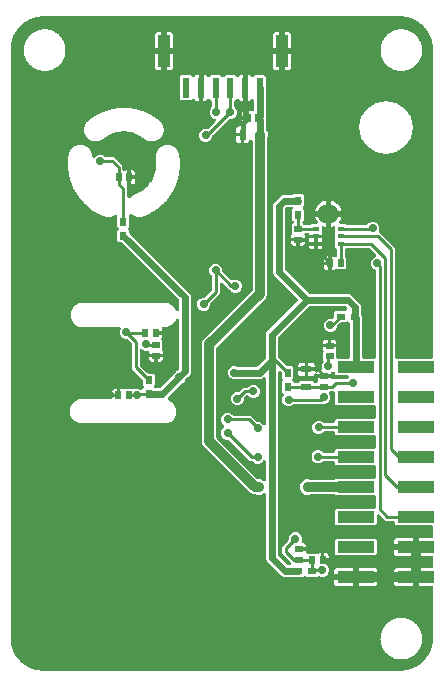
<source format=gbl>
G04 EAGLE Gerber RS-274X export*
G75*
%MOMM*%
%FSLAX34Y34*%
%LPD*%
%INBottom Copper*%
%IPPOS*%
%AMOC8*
5,1,8,0,0,1.08239X$1,22.5*%
G01*
%ADD10R,0.600000X0.700000*%
%ADD11R,0.700000X0.600000*%
%ADD12C,1.750000*%
%ADD13R,0.600000X0.400000*%
%ADD14R,0.650000X0.500000*%
%ADD15R,0.500000X0.650000*%
%ADD16R,3.150000X1.000000*%
%ADD17R,0.600000X0.900000*%
%ADD18R,0.600000X1.700000*%
%ADD19R,1.000000X2.700000*%
%ADD20R,0.900000X0.600000*%
%ADD21C,0.700000*%
%ADD22C,0.812800*%
%ADD23C,0.254000*%
%ADD24C,0.406400*%
%ADD25C,0.609600*%
%ADD26C,0.900000*%

G36*
X335034Y5217D02*
X335034Y5217D01*
X335046Y5216D01*
X335761Y5225D01*
X335774Y5227D01*
X335799Y5226D01*
X336466Y5251D01*
X336479Y5254D01*
X336504Y5253D01*
X337167Y5296D01*
X337180Y5298D01*
X337205Y5299D01*
X337862Y5358D01*
X337875Y5360D01*
X337900Y5361D01*
X338554Y5437D01*
X338567Y5440D01*
X338591Y5442D01*
X339238Y5533D01*
X339251Y5536D01*
X339275Y5538D01*
X339917Y5646D01*
X339930Y5649D01*
X339954Y5652D01*
X340591Y5775D01*
X340604Y5779D01*
X340628Y5783D01*
X341260Y5921D01*
X341273Y5926D01*
X341297Y5930D01*
X341921Y6083D01*
X341934Y6088D01*
X341958Y6092D01*
X342577Y6261D01*
X342589Y6266D01*
X342613Y6271D01*
X343226Y6455D01*
X343238Y6460D01*
X343262Y6466D01*
X343869Y6664D01*
X343881Y6670D01*
X343904Y6676D01*
X344505Y6889D01*
X344517Y6895D01*
X344540Y6902D01*
X345135Y7129D01*
X345146Y7135D01*
X345169Y7142D01*
X345756Y7383D01*
X345767Y7390D01*
X345790Y7398D01*
X346371Y7653D01*
X346382Y7660D01*
X346404Y7668D01*
X346977Y7937D01*
X346988Y7944D01*
X347010Y7953D01*
X347577Y8235D01*
X347588Y8242D01*
X347609Y8252D01*
X348168Y8548D01*
X348178Y8555D01*
X348199Y8565D01*
X348751Y8874D01*
X348761Y8882D01*
X348782Y8892D01*
X349325Y9214D01*
X349335Y9222D01*
X349356Y9233D01*
X349889Y9567D01*
X349899Y9575D01*
X349920Y9586D01*
X350447Y9934D01*
X350456Y9942D01*
X350476Y9954D01*
X350994Y10314D01*
X351004Y10322D01*
X351023Y10335D01*
X351532Y10706D01*
X351541Y10715D01*
X351560Y10727D01*
X352060Y11111D01*
X352069Y11120D01*
X352088Y11133D01*
X352578Y11528D01*
X352587Y11537D01*
X352606Y11551D01*
X353086Y11958D01*
X353095Y11967D01*
X353113Y11981D01*
X353583Y12399D01*
X353592Y12408D01*
X353609Y12423D01*
X354071Y12852D01*
X354079Y12862D01*
X354097Y12877D01*
X354547Y13316D01*
X354555Y13326D01*
X354572Y13341D01*
X355011Y13791D01*
X355019Y13801D01*
X355036Y13817D01*
X355466Y14279D01*
X355473Y14289D01*
X355490Y14305D01*
X355907Y14775D01*
X355914Y14785D01*
X355930Y14802D01*
X356337Y15282D01*
X356344Y15293D01*
X356359Y15310D01*
X356755Y15800D01*
X356762Y15811D01*
X356777Y15828D01*
X357161Y16328D01*
X357167Y16339D01*
X357182Y16356D01*
X357553Y16865D01*
X357560Y16876D01*
X357574Y16894D01*
X357934Y17412D01*
X357940Y17423D01*
X357954Y17441D01*
X358302Y17968D01*
X358307Y17980D01*
X358321Y17999D01*
X358655Y18532D01*
X358660Y18544D01*
X358674Y18563D01*
X358996Y19106D01*
X359001Y19118D01*
X359014Y19137D01*
X359323Y19689D01*
X359328Y19700D01*
X359340Y19720D01*
X359636Y20279D01*
X359641Y20291D01*
X359653Y20311D01*
X359935Y20878D01*
X359940Y20890D01*
X359951Y20911D01*
X360220Y21484D01*
X360224Y21496D01*
X360235Y21517D01*
X360490Y22098D01*
X360494Y22111D01*
X360505Y22132D01*
X360746Y22719D01*
X360749Y22732D01*
X360759Y22753D01*
X360986Y23348D01*
X360989Y23361D01*
X360999Y23383D01*
X361212Y23984D01*
X361215Y23997D01*
X361224Y24019D01*
X361422Y24626D01*
X361425Y24639D01*
X361433Y24662D01*
X361617Y25275D01*
X361619Y25289D01*
X361627Y25311D01*
X361796Y25930D01*
X361798Y25944D01*
X361805Y25967D01*
X361958Y26592D01*
X361960Y26605D01*
X361967Y26628D01*
X362105Y27260D01*
X362107Y27273D01*
X362113Y27297D01*
X362236Y27934D01*
X362237Y27947D01*
X362242Y27971D01*
X362350Y28613D01*
X362350Y28626D01*
X362355Y28650D01*
X362446Y29297D01*
X362447Y29310D01*
X362451Y29334D01*
X362527Y29988D01*
X362527Y30002D01*
X362530Y30026D01*
X362589Y30683D01*
X362589Y30697D01*
X362592Y30721D01*
X362635Y31384D01*
X362634Y31397D01*
X362637Y31422D01*
X362662Y32089D01*
X362661Y32102D01*
X362663Y32127D01*
X362672Y32842D01*
X362671Y32848D01*
X362672Y32861D01*
X362672Y75560D01*
X362668Y75595D01*
X362671Y75631D01*
X362648Y75767D01*
X362632Y75903D01*
X362620Y75937D01*
X362615Y75972D01*
X362562Y76099D01*
X362515Y76229D01*
X362496Y76258D01*
X362482Y76291D01*
X362401Y76403D01*
X362326Y76518D01*
X362300Y76543D01*
X362280Y76571D01*
X362176Y76662D01*
X362076Y76757D01*
X362045Y76775D01*
X362019Y76798D01*
X361896Y76862D01*
X361778Y76932D01*
X361744Y76942D01*
X361712Y76959D01*
X361579Y76993D01*
X361447Y77034D01*
X361412Y77036D01*
X361378Y77045D01*
X361173Y77059D01*
X350649Y77059D01*
X350649Y82101D01*
X361173Y82101D01*
X361208Y82105D01*
X361244Y82102D01*
X361380Y82125D01*
X361516Y82141D01*
X361550Y82153D01*
X361585Y82158D01*
X361712Y82211D01*
X361842Y82258D01*
X361871Y82277D01*
X361904Y82291D01*
X362016Y82372D01*
X362131Y82447D01*
X362156Y82473D01*
X362184Y82493D01*
X362275Y82597D01*
X362370Y82697D01*
X362388Y82728D01*
X362411Y82754D01*
X362475Y82877D01*
X362545Y82995D01*
X362555Y83029D01*
X362572Y83060D01*
X362606Y83194D01*
X362647Y83326D01*
X362649Y83361D01*
X362658Y83395D01*
X362672Y83600D01*
X362672Y85600D01*
X362668Y85635D01*
X362671Y85671D01*
X362648Y85807D01*
X362632Y85943D01*
X362620Y85977D01*
X362615Y86012D01*
X362562Y86139D01*
X362515Y86269D01*
X362496Y86298D01*
X362482Y86331D01*
X362401Y86443D01*
X362326Y86558D01*
X362300Y86583D01*
X362280Y86611D01*
X362176Y86702D01*
X362076Y86797D01*
X362045Y86815D01*
X362019Y86838D01*
X361896Y86902D01*
X361778Y86972D01*
X361744Y86982D01*
X361712Y86999D01*
X361579Y87033D01*
X361447Y87074D01*
X361412Y87076D01*
X361378Y87085D01*
X361173Y87099D01*
X350649Y87099D01*
X350649Y92141D01*
X361173Y92141D01*
X361208Y92145D01*
X361244Y92142D01*
X361380Y92165D01*
X361516Y92181D01*
X361550Y92193D01*
X361585Y92198D01*
X361712Y92251D01*
X361842Y92298D01*
X361871Y92317D01*
X361904Y92331D01*
X362016Y92412D01*
X362131Y92487D01*
X362156Y92513D01*
X362184Y92533D01*
X362275Y92637D01*
X362370Y92737D01*
X362388Y92768D01*
X362411Y92794D01*
X362475Y92917D01*
X362545Y93035D01*
X362555Y93069D01*
X362572Y93101D01*
X362606Y93234D01*
X362647Y93366D01*
X362649Y93401D01*
X362658Y93435D01*
X362672Y93640D01*
X362672Y100960D01*
X362668Y100995D01*
X362671Y101031D01*
X362648Y101167D01*
X362632Y101303D01*
X362620Y101337D01*
X362615Y101372D01*
X362562Y101499D01*
X362515Y101629D01*
X362496Y101658D01*
X362482Y101691D01*
X362401Y101803D01*
X362326Y101918D01*
X362300Y101943D01*
X362280Y101971D01*
X362176Y102062D01*
X362076Y102157D01*
X362045Y102175D01*
X362019Y102198D01*
X361896Y102262D01*
X361778Y102332D01*
X361744Y102342D01*
X361712Y102359D01*
X361579Y102393D01*
X361447Y102434D01*
X361412Y102436D01*
X361378Y102445D01*
X361173Y102459D01*
X350649Y102459D01*
X350649Y109000D01*
X350645Y109035D01*
X350648Y109070D01*
X350625Y109206D01*
X350609Y109343D01*
X350597Y109377D01*
X350592Y109412D01*
X350539Y109539D01*
X350492Y109668D01*
X350473Y109698D01*
X350459Y109731D01*
X350378Y109843D01*
X350303Y109958D01*
X350277Y109982D01*
X350260Y110006D01*
X350347Y110097D01*
X350365Y110128D01*
X350388Y110155D01*
X350452Y110277D01*
X350522Y110395D01*
X350532Y110429D01*
X350549Y110461D01*
X350583Y110594D01*
X350624Y110726D01*
X350626Y110761D01*
X350635Y110796D01*
X350649Y111000D01*
X350649Y117541D01*
X361173Y117541D01*
X361208Y117545D01*
X361244Y117542D01*
X361380Y117565D01*
X361516Y117581D01*
X361550Y117593D01*
X361585Y117598D01*
X361712Y117651D01*
X361842Y117698D01*
X361871Y117717D01*
X361904Y117731D01*
X362016Y117812D01*
X362131Y117887D01*
X362156Y117913D01*
X362184Y117933D01*
X362275Y118037D01*
X362370Y118137D01*
X362388Y118168D01*
X362411Y118194D01*
X362475Y118317D01*
X362545Y118435D01*
X362555Y118469D01*
X362572Y118501D01*
X362606Y118634D01*
X362647Y118766D01*
X362649Y118801D01*
X362658Y118835D01*
X362672Y119040D01*
X362672Y126900D01*
X362668Y126935D01*
X362671Y126971D01*
X362648Y127107D01*
X362632Y127243D01*
X362620Y127277D01*
X362615Y127312D01*
X362562Y127439D01*
X362515Y127569D01*
X362496Y127598D01*
X362482Y127631D01*
X362401Y127743D01*
X362326Y127858D01*
X362300Y127883D01*
X362280Y127911D01*
X362176Y128002D01*
X362076Y128097D01*
X362045Y128115D01*
X362019Y128138D01*
X361896Y128202D01*
X361778Y128272D01*
X361744Y128282D01*
X361712Y128299D01*
X361579Y128333D01*
X361447Y128374D01*
X361412Y128376D01*
X361378Y128385D01*
X361173Y128399D01*
X331571Y128399D01*
X330399Y129571D01*
X330399Y130630D01*
X330395Y130665D01*
X330398Y130701D01*
X330375Y130837D01*
X330359Y130973D01*
X330347Y131007D01*
X330342Y131042D01*
X330289Y131169D01*
X330242Y131299D01*
X330223Y131328D01*
X330209Y131361D01*
X330128Y131473D01*
X330053Y131588D01*
X330027Y131613D01*
X330007Y131641D01*
X329903Y131732D01*
X329803Y131827D01*
X329772Y131845D01*
X329746Y131868D01*
X329623Y131932D01*
X329505Y132002D01*
X329471Y132012D01*
X329439Y132029D01*
X329306Y132063D01*
X329174Y132104D01*
X329139Y132106D01*
X329105Y132115D01*
X328900Y132129D01*
X322739Y132129D01*
X317660Y137209D01*
X317578Y137273D01*
X317503Y137345D01*
X317443Y137380D01*
X317389Y137423D01*
X317295Y137468D01*
X317205Y137520D01*
X317139Y137541D01*
X317076Y137570D01*
X316974Y137592D01*
X316874Y137622D01*
X316805Y137627D01*
X316738Y137641D01*
X316634Y137639D01*
X316529Y137646D01*
X316461Y137635D01*
X316392Y137633D01*
X316291Y137607D01*
X316188Y137590D01*
X316124Y137563D01*
X316058Y137546D01*
X315965Y137497D01*
X315869Y137457D01*
X315813Y137417D01*
X315752Y137385D01*
X315673Y137316D01*
X315589Y137255D01*
X315543Y137203D01*
X315491Y137157D01*
X315430Y137073D01*
X315362Y136994D01*
X315330Y136933D01*
X315289Y136877D01*
X315250Y136780D01*
X315201Y136688D01*
X315184Y136621D01*
X315158Y136557D01*
X315141Y136454D01*
X315115Y136353D01*
X315108Y136249D01*
X315102Y136216D01*
X315104Y136193D01*
X315101Y136148D01*
X315101Y129571D01*
X313929Y128399D01*
X280771Y128399D01*
X279599Y129571D01*
X279599Y141229D01*
X280771Y142401D01*
X313081Y142401D01*
X313116Y142405D01*
X313151Y142402D01*
X313287Y142425D01*
X313424Y142441D01*
X313457Y142453D01*
X313492Y142458D01*
X313620Y142511D01*
X313749Y142558D01*
X313779Y142577D01*
X313812Y142591D01*
X313923Y142672D01*
X314039Y142747D01*
X314063Y142773D01*
X314092Y142793D01*
X314183Y142897D01*
X314278Y142997D01*
X314295Y143028D01*
X314319Y143054D01*
X314383Y143177D01*
X314453Y143295D01*
X314463Y143329D01*
X314480Y143361D01*
X314514Y143494D01*
X314555Y143626D01*
X314557Y143661D01*
X314566Y143695D01*
X314580Y143900D01*
X314580Y152300D01*
X314576Y152335D01*
X314578Y152371D01*
X314556Y152507D01*
X314540Y152643D01*
X314528Y152677D01*
X314522Y152712D01*
X314469Y152839D01*
X314423Y152969D01*
X314403Y152998D01*
X314390Y153031D01*
X314309Y153143D01*
X314234Y153258D01*
X314208Y153283D01*
X314187Y153311D01*
X314083Y153402D01*
X313984Y153497D01*
X313953Y153515D01*
X313926Y153538D01*
X313804Y153602D01*
X313685Y153672D01*
X313652Y153682D01*
X313620Y153699D01*
X313487Y153733D01*
X313355Y153774D01*
X313320Y153776D01*
X313285Y153785D01*
X313081Y153799D01*
X280771Y153799D01*
X280455Y154116D01*
X280346Y154202D01*
X280240Y154294D01*
X280210Y154309D01*
X280184Y154330D01*
X280057Y154390D01*
X279934Y154454D01*
X279901Y154463D01*
X279871Y154477D01*
X279734Y154506D01*
X279599Y154541D01*
X279554Y154544D01*
X279532Y154549D01*
X279499Y154548D01*
X279395Y154555D01*
X259161Y154555D01*
X259142Y154553D01*
X259124Y154554D01*
X258971Y154533D01*
X258817Y154515D01*
X258800Y154509D01*
X258782Y154506D01*
X258587Y154441D01*
X257810Y154119D01*
X255224Y154119D01*
X252835Y155109D01*
X251006Y156937D01*
X250016Y159327D01*
X250016Y161913D01*
X251006Y164302D01*
X252835Y166131D01*
X255224Y167120D01*
X257810Y167120D01*
X258587Y166798D01*
X258605Y166793D01*
X258621Y166785D01*
X258772Y166746D01*
X258920Y166704D01*
X258938Y166703D01*
X258956Y166698D01*
X259161Y166684D01*
X279034Y166684D01*
X279172Y166700D01*
X279311Y166710D01*
X279344Y166720D01*
X279377Y166724D01*
X279508Y166772D01*
X279642Y166813D01*
X279671Y166830D01*
X279703Y166842D01*
X279820Y166918D01*
X279939Y166989D01*
X279973Y167018D01*
X279992Y167031D01*
X280015Y167055D01*
X280094Y167123D01*
X280771Y167801D01*
X313081Y167801D01*
X313116Y167805D01*
X313151Y167802D01*
X313287Y167825D01*
X313424Y167841D01*
X313457Y167853D01*
X313492Y167858D01*
X313620Y167911D01*
X313749Y167958D01*
X313779Y167977D01*
X313812Y167991D01*
X313923Y168072D01*
X314039Y168147D01*
X314063Y168173D01*
X314092Y168193D01*
X314183Y168297D01*
X314278Y168397D01*
X314295Y168428D01*
X314319Y168454D01*
X314383Y168577D01*
X314453Y168695D01*
X314463Y168729D01*
X314480Y168761D01*
X314514Y168894D01*
X314555Y169026D01*
X314557Y169061D01*
X314566Y169095D01*
X314580Y169300D01*
X314580Y177700D01*
X314576Y177735D01*
X314578Y177771D01*
X314556Y177907D01*
X314540Y178043D01*
X314528Y178077D01*
X314522Y178112D01*
X314469Y178239D01*
X314423Y178369D01*
X314403Y178398D01*
X314390Y178431D01*
X314309Y178543D01*
X314234Y178658D01*
X314208Y178683D01*
X314187Y178711D01*
X314083Y178802D01*
X313984Y178897D01*
X313953Y178915D01*
X313926Y178938D01*
X313804Y179002D01*
X313685Y179072D01*
X313652Y179082D01*
X313620Y179099D01*
X313487Y179133D01*
X313355Y179174D01*
X313320Y179176D01*
X313285Y179185D01*
X313081Y179199D01*
X280771Y179199D01*
X279599Y180371D01*
X279599Y181430D01*
X279595Y181465D01*
X279598Y181501D01*
X279575Y181637D01*
X279559Y181773D01*
X279547Y181807D01*
X279542Y181842D01*
X279489Y181969D01*
X279442Y182099D01*
X279423Y182128D01*
X279409Y182161D01*
X279328Y182273D01*
X279253Y182388D01*
X279227Y182413D01*
X279207Y182441D01*
X279103Y182532D01*
X279003Y182627D01*
X278972Y182645D01*
X278946Y182668D01*
X278823Y182732D01*
X278705Y182802D01*
X278671Y182812D01*
X278639Y182829D01*
X278506Y182863D01*
X278374Y182904D01*
X278339Y182906D01*
X278305Y182915D01*
X278100Y182929D01*
X270284Y182929D01*
X270146Y182913D01*
X270006Y182903D01*
X269974Y182893D01*
X269940Y182889D01*
X269809Y182842D01*
X269676Y182801D01*
X269647Y182783D01*
X269615Y182772D01*
X269498Y182696D01*
X269378Y182625D01*
X269344Y182595D01*
X269326Y182583D01*
X269302Y182559D01*
X269224Y182490D01*
X268443Y181710D01*
X266422Y180872D01*
X264233Y180872D01*
X262211Y181710D01*
X260664Y183257D01*
X259827Y185279D01*
X259827Y187467D01*
X260664Y189489D01*
X262211Y191036D01*
X264233Y191874D01*
X266422Y191874D01*
X268443Y191036D01*
X269570Y189910D01*
X269679Y189823D01*
X269784Y189732D01*
X269814Y189716D01*
X269841Y189695D01*
X269967Y189636D01*
X270090Y189571D01*
X270123Y189563D01*
X270154Y189548D01*
X270290Y189520D01*
X270425Y189485D01*
X270470Y189482D01*
X270492Y189477D01*
X270526Y189478D01*
X270630Y189471D01*
X278100Y189471D01*
X278135Y189475D01*
X278171Y189472D01*
X278307Y189495D01*
X278443Y189511D01*
X278477Y189523D01*
X278512Y189528D01*
X278639Y189581D01*
X278769Y189628D01*
X278798Y189647D01*
X278831Y189661D01*
X278943Y189742D01*
X279058Y189817D01*
X279083Y189843D01*
X279111Y189863D01*
X279202Y189967D01*
X279297Y190067D01*
X279315Y190098D01*
X279338Y190124D01*
X279402Y190247D01*
X279472Y190365D01*
X279482Y190399D01*
X279499Y190431D01*
X279533Y190564D01*
X279574Y190696D01*
X279576Y190731D01*
X279585Y190765D01*
X279599Y190970D01*
X279599Y192029D01*
X280771Y193201D01*
X313081Y193201D01*
X313116Y193205D01*
X313151Y193202D01*
X313287Y193225D01*
X313424Y193241D01*
X313457Y193253D01*
X313492Y193258D01*
X313620Y193311D01*
X313749Y193358D01*
X313779Y193377D01*
X313812Y193391D01*
X313923Y193472D01*
X314039Y193547D01*
X314063Y193573D01*
X314092Y193593D01*
X314183Y193697D01*
X314278Y193797D01*
X314295Y193828D01*
X314319Y193854D01*
X314383Y193977D01*
X314453Y194095D01*
X314463Y194129D01*
X314480Y194161D01*
X314514Y194294D01*
X314555Y194426D01*
X314557Y194461D01*
X314566Y194495D01*
X314580Y194700D01*
X314580Y203100D01*
X314576Y203135D01*
X314578Y203171D01*
X314556Y203307D01*
X314540Y203443D01*
X314528Y203477D01*
X314522Y203512D01*
X314469Y203639D01*
X314423Y203769D01*
X314403Y203798D01*
X314390Y203831D01*
X314309Y203943D01*
X314234Y204058D01*
X314208Y204083D01*
X314187Y204111D01*
X314083Y204202D01*
X313984Y204297D01*
X313953Y204315D01*
X313926Y204338D01*
X313804Y204402D01*
X313685Y204472D01*
X313652Y204482D01*
X313620Y204499D01*
X313487Y204533D01*
X313355Y204574D01*
X313320Y204576D01*
X313285Y204585D01*
X313081Y204599D01*
X280771Y204599D01*
X279599Y205771D01*
X279599Y206830D01*
X279595Y206865D01*
X279598Y206901D01*
X279575Y207037D01*
X279559Y207173D01*
X279547Y207207D01*
X279542Y207242D01*
X279489Y207369D01*
X279442Y207499D01*
X279423Y207528D01*
X279409Y207561D01*
X279328Y207673D01*
X279253Y207788D01*
X279227Y207813D01*
X279207Y207841D01*
X279103Y207932D01*
X279003Y208027D01*
X278972Y208045D01*
X278946Y208068D01*
X278823Y208132D01*
X278705Y208202D01*
X278671Y208212D01*
X278639Y208229D01*
X278506Y208263D01*
X278374Y208304D01*
X278339Y208306D01*
X278305Y208315D01*
X278100Y208329D01*
X271625Y208329D01*
X271487Y208313D01*
X271347Y208303D01*
X271315Y208293D01*
X271281Y208289D01*
X271150Y208242D01*
X271017Y208201D01*
X270988Y208183D01*
X270956Y208172D01*
X270839Y208096D01*
X270719Y208025D01*
X270685Y207995D01*
X270667Y207983D01*
X270643Y207959D01*
X270565Y207890D01*
X269121Y206446D01*
X267099Y205609D01*
X264911Y205609D01*
X262889Y206446D01*
X261342Y207994D01*
X260504Y210016D01*
X260504Y212204D01*
X261342Y214226D01*
X262889Y215773D01*
X264911Y216611D01*
X267099Y216611D01*
X269121Y215773D01*
X269584Y215310D01*
X269693Y215223D01*
X269799Y215132D01*
X269829Y215116D01*
X269855Y215095D01*
X269981Y215036D01*
X270105Y214971D01*
X270138Y214963D01*
X270168Y214948D01*
X270305Y214920D01*
X270440Y214885D01*
X270485Y214882D01*
X270507Y214877D01*
X270540Y214878D01*
X270644Y214871D01*
X278100Y214871D01*
X278135Y214875D01*
X278171Y214872D01*
X278307Y214895D01*
X278443Y214911D01*
X278477Y214923D01*
X278512Y214928D01*
X278639Y214981D01*
X278769Y215028D01*
X278798Y215047D01*
X278831Y215061D01*
X278943Y215142D01*
X279058Y215217D01*
X279083Y215243D01*
X279111Y215263D01*
X279202Y215367D01*
X279297Y215467D01*
X279315Y215498D01*
X279338Y215524D01*
X279402Y215647D01*
X279472Y215765D01*
X279482Y215799D01*
X279499Y215831D01*
X279533Y215964D01*
X279574Y216096D01*
X279576Y216131D01*
X279585Y216165D01*
X279599Y216370D01*
X279599Y217429D01*
X280771Y218601D01*
X313081Y218601D01*
X313116Y218605D01*
X313151Y218602D01*
X313287Y218625D01*
X313424Y218641D01*
X313457Y218653D01*
X313492Y218658D01*
X313620Y218711D01*
X313749Y218758D01*
X313779Y218777D01*
X313812Y218791D01*
X313923Y218872D01*
X314039Y218947D01*
X314063Y218973D01*
X314092Y218993D01*
X314183Y219097D01*
X314278Y219197D01*
X314295Y219228D01*
X314319Y219254D01*
X314383Y219377D01*
X314453Y219495D01*
X314463Y219529D01*
X314480Y219561D01*
X314514Y219694D01*
X314555Y219826D01*
X314557Y219861D01*
X314566Y219895D01*
X314580Y220100D01*
X314580Y228500D01*
X314576Y228535D01*
X314578Y228571D01*
X314556Y228707D01*
X314540Y228843D01*
X314528Y228877D01*
X314522Y228912D01*
X314469Y229039D01*
X314423Y229169D01*
X314403Y229198D01*
X314390Y229231D01*
X314309Y229343D01*
X314234Y229458D01*
X314208Y229483D01*
X314187Y229511D01*
X314083Y229602D01*
X313984Y229697D01*
X313953Y229715D01*
X313926Y229738D01*
X313804Y229802D01*
X313685Y229872D01*
X313652Y229882D01*
X313620Y229899D01*
X313487Y229933D01*
X313355Y229974D01*
X313320Y229976D01*
X313285Y229985D01*
X313081Y229999D01*
X280771Y229999D01*
X279599Y231171D01*
X279599Y240639D01*
X279597Y240659D01*
X279598Y240669D01*
X279596Y240681D01*
X279598Y240710D01*
X279575Y240846D01*
X279559Y240983D01*
X279547Y241016D01*
X279542Y241051D01*
X279489Y241178D01*
X279442Y241308D01*
X279423Y241338D01*
X279409Y241370D01*
X279328Y241482D01*
X279253Y241597D01*
X279227Y241622D01*
X279207Y241651D01*
X279103Y241741D01*
X279003Y241836D01*
X278972Y241854D01*
X278946Y241877D01*
X278823Y241941D01*
X278705Y242011D01*
X278671Y242022D01*
X278639Y242038D01*
X278506Y242073D01*
X278374Y242113D01*
X278339Y242116D01*
X278305Y242124D01*
X278100Y242138D01*
X276509Y242138D01*
X276371Y242122D01*
X276232Y242113D01*
X276199Y242102D01*
X276166Y242099D01*
X276035Y242051D01*
X275902Y242010D01*
X275873Y241993D01*
X275841Y241981D01*
X275724Y241905D01*
X275604Y241834D01*
X275570Y241804D01*
X275551Y241792D01*
X275528Y241768D01*
X275449Y241699D01*
X275049Y241299D01*
X274995Y241231D01*
X274933Y241169D01*
X274888Y241096D01*
X274835Y241028D01*
X274797Y240949D01*
X274751Y240875D01*
X274724Y240793D01*
X274688Y240715D01*
X274670Y240630D01*
X274642Y240547D01*
X274634Y240461D01*
X274616Y240377D01*
X274619Y240289D01*
X274611Y240202D01*
X274623Y240117D01*
X274625Y240031D01*
X274647Y239946D01*
X274659Y239860D01*
X274705Y239723D01*
X274712Y239697D01*
X274717Y239686D01*
X274724Y239665D01*
X275572Y237618D01*
X275572Y235430D01*
X274735Y233408D01*
X273187Y231861D01*
X271166Y231024D01*
X268977Y231024D01*
X268778Y231106D01*
X268760Y231111D01*
X268743Y231120D01*
X268593Y231159D01*
X268445Y231201D01*
X268427Y231202D01*
X268408Y231206D01*
X268204Y231220D01*
X245720Y231220D01*
X245582Y231204D01*
X245443Y231194D01*
X245410Y231184D01*
X245377Y231181D01*
X245246Y231133D01*
X245112Y231092D01*
X245083Y231075D01*
X245051Y231063D01*
X244935Y230987D01*
X244815Y230916D01*
X244781Y230886D01*
X244762Y230874D01*
X244739Y230850D01*
X244660Y230781D01*
X243707Y229828D01*
X241685Y228990D01*
X239496Y228990D01*
X237475Y229828D01*
X235927Y231375D01*
X235090Y233397D01*
X235090Y235585D01*
X235927Y237607D01*
X235995Y237675D01*
X236017Y237703D01*
X236044Y237726D01*
X236125Y237838D01*
X236210Y237946D01*
X236225Y237978D01*
X236246Y238007D01*
X236298Y238135D01*
X236357Y238259D01*
X236364Y238294D01*
X236378Y238327D01*
X236400Y238463D01*
X236428Y238597D01*
X236427Y238633D01*
X236433Y238668D01*
X236423Y238805D01*
X236420Y238943D01*
X236411Y238977D01*
X236409Y239013D01*
X236368Y239144D01*
X236333Y239278D01*
X236316Y239309D01*
X236306Y239343D01*
X236236Y239462D01*
X236172Y239583D01*
X236148Y239610D01*
X236130Y239641D01*
X235995Y239795D01*
X234518Y241273D01*
X234518Y249930D01*
X235129Y250541D01*
X235151Y250569D01*
X235178Y250593D01*
X235258Y250705D01*
X235344Y250812D01*
X235359Y250845D01*
X235379Y250873D01*
X235432Y251001D01*
X235491Y251125D01*
X235498Y251160D01*
X235511Y251193D01*
X235533Y251329D01*
X235562Y251464D01*
X235561Y251499D01*
X235567Y251534D01*
X235557Y251671D01*
X235554Y251809D01*
X235545Y251844D01*
X235542Y251879D01*
X235501Y252011D01*
X235467Y252144D01*
X235450Y252175D01*
X235439Y252209D01*
X235369Y252328D01*
X235305Y252450D01*
X235282Y252476D01*
X235264Y252507D01*
X235129Y252662D01*
X234518Y253273D01*
X234518Y257356D01*
X234502Y257494D01*
X234492Y257633D01*
X234482Y257666D01*
X234478Y257699D01*
X234431Y257830D01*
X234389Y257963D01*
X234372Y257993D01*
X234361Y258024D01*
X234284Y258141D01*
X234214Y258261D01*
X234184Y258295D01*
X234172Y258314D01*
X234147Y258337D01*
X234143Y258343D01*
X234142Y258344D01*
X234140Y258345D01*
X234079Y258416D01*
X234049Y258446D01*
X233967Y258510D01*
X233892Y258582D01*
X233832Y258617D01*
X233778Y258660D01*
X233683Y258705D01*
X233594Y258757D01*
X233528Y258778D01*
X233465Y258807D01*
X233363Y258829D01*
X233263Y258860D01*
X233194Y258864D01*
X233127Y258878D01*
X233022Y258876D01*
X232918Y258883D01*
X232850Y258872D01*
X232781Y258870D01*
X232680Y258844D01*
X232577Y258827D01*
X232513Y258801D01*
X232446Y258783D01*
X232354Y258735D01*
X232258Y258695D01*
X232202Y258654D01*
X232141Y258622D01*
X232062Y258553D01*
X231977Y258492D01*
X231932Y258440D01*
X231880Y258395D01*
X231819Y258310D01*
X231751Y258231D01*
X231719Y258170D01*
X231678Y258114D01*
X231638Y258017D01*
X231590Y257925D01*
X231573Y257858D01*
X231546Y257794D01*
X231530Y257691D01*
X231504Y257590D01*
X231497Y257486D01*
X231491Y257453D01*
X231493Y257431D01*
X231490Y257386D01*
X231490Y103247D01*
X231506Y103109D01*
X231516Y102970D01*
X231526Y102937D01*
X231529Y102904D01*
X231577Y102773D01*
X231618Y102640D01*
X231635Y102610D01*
X231647Y102579D01*
X231723Y102462D01*
X231794Y102342D01*
X231824Y102308D01*
X231836Y102289D01*
X231860Y102266D01*
X231929Y102187D01*
X239096Y95020D01*
X239205Y94933D01*
X239311Y94842D01*
X239341Y94826D01*
X239367Y94805D01*
X239493Y94746D01*
X239617Y94681D01*
X239650Y94672D01*
X239680Y94658D01*
X239817Y94629D01*
X239952Y94594D01*
X239997Y94591D01*
X240019Y94587D01*
X240052Y94588D01*
X240156Y94580D01*
X241006Y94580D01*
X241109Y94592D01*
X241214Y94595D01*
X241281Y94612D01*
X241349Y94620D01*
X241447Y94656D01*
X241548Y94682D01*
X241609Y94714D01*
X241674Y94738D01*
X241762Y94795D01*
X241854Y94843D01*
X241906Y94889D01*
X241964Y94927D01*
X242036Y95002D01*
X242115Y95071D01*
X242155Y95127D01*
X242203Y95177D01*
X242255Y95267D01*
X242316Y95351D01*
X242343Y95415D01*
X242378Y95475D01*
X242408Y95574D01*
X242448Y95671D01*
X242459Y95739D01*
X242480Y95805D01*
X242487Y95909D01*
X242503Y96012D01*
X242499Y96081D01*
X242503Y96150D01*
X242486Y96253D01*
X242479Y96357D01*
X242458Y96423D01*
X242447Y96491D01*
X242407Y96588D01*
X242376Y96687D01*
X242341Y96747D01*
X242315Y96811D01*
X242254Y96895D01*
X242201Y96985D01*
X242132Y97064D01*
X242112Y97091D01*
X242095Y97106D01*
X242066Y97140D01*
X234920Y104286D01*
X234920Y110050D01*
X240251Y115381D01*
X240337Y115490D01*
X240429Y115595D01*
X240445Y115625D01*
X240465Y115652D01*
X240525Y115778D01*
X240590Y115902D01*
X240598Y115934D01*
X240612Y115965D01*
X240641Y116101D01*
X240676Y116236D01*
X240679Y116281D01*
X240684Y116303D01*
X240683Y116337D01*
X240690Y116441D01*
X240690Y117789D01*
X241527Y119811D01*
X243075Y121358D01*
X245097Y122196D01*
X247285Y122196D01*
X249307Y121358D01*
X250854Y119811D01*
X251691Y117789D01*
X251691Y115601D01*
X251541Y115237D01*
X251498Y115087D01*
X251452Y114937D01*
X251451Y114921D01*
X251446Y114904D01*
X251439Y114749D01*
X251428Y114593D01*
X251431Y114576D01*
X251430Y114559D01*
X251459Y114406D01*
X251484Y114251D01*
X251491Y114236D01*
X251494Y114219D01*
X251557Y114076D01*
X251617Y113932D01*
X251627Y113918D01*
X251633Y113903D01*
X251727Y113779D01*
X251819Y113652D01*
X251832Y113641D01*
X251842Y113627D01*
X251962Y113527D01*
X252080Y113425D01*
X252095Y113417D01*
X252108Y113406D01*
X252248Y113337D01*
X252386Y113264D01*
X252403Y113260D01*
X252418Y113253D01*
X252569Y113217D01*
X252721Y113178D01*
X252743Y113176D01*
X252754Y113174D01*
X252782Y113174D01*
X252926Y113164D01*
X253038Y113164D01*
X253684Y112991D01*
X254264Y112656D01*
X254737Y112183D01*
X255071Y111604D01*
X255244Y110958D01*
X255244Y109623D01*
X249454Y109623D01*
X249419Y109618D01*
X249383Y109621D01*
X249247Y109599D01*
X249110Y109583D01*
X249077Y109571D01*
X249042Y109565D01*
X248915Y109512D01*
X248785Y109465D01*
X248756Y109446D01*
X248723Y109432D01*
X248611Y109352D01*
X248496Y109276D01*
X248471Y109251D01*
X248442Y109230D01*
X248352Y109126D01*
X248257Y109026D01*
X248239Y108996D01*
X248216Y108969D01*
X248152Y108847D01*
X248082Y108728D01*
X248072Y108694D01*
X248055Y108663D01*
X248021Y108529D01*
X247980Y108398D01*
X247978Y108362D01*
X247969Y108328D01*
X247955Y108123D01*
X247959Y108088D01*
X247956Y108053D01*
X247956Y108052D01*
X247979Y107916D01*
X247995Y107780D01*
X248007Y107746D01*
X248012Y107711D01*
X248065Y107584D01*
X248112Y107454D01*
X248131Y107425D01*
X248145Y107392D01*
X248226Y107280D01*
X248301Y107165D01*
X248326Y107140D01*
X248347Y107112D01*
X248451Y107021D01*
X248551Y106926D01*
X248582Y106908D01*
X248608Y106885D01*
X248731Y106821D01*
X248849Y106751D01*
X248883Y106741D01*
X248914Y106724D01*
X249048Y106690D01*
X249180Y106649D01*
X249215Y106647D01*
X249249Y106638D01*
X249454Y106624D01*
X255244Y106624D01*
X255244Y105834D01*
X255248Y105799D01*
X255246Y105764D01*
X255268Y105628D01*
X255284Y105491D01*
X255296Y105457D01*
X255302Y105422D01*
X255355Y105295D01*
X255402Y105166D01*
X255421Y105136D01*
X255435Y105103D01*
X255515Y104991D01*
X255591Y104876D01*
X255616Y104851D01*
X255637Y104823D01*
X255741Y104732D01*
X255841Y104637D01*
X255871Y104619D01*
X255898Y104596D01*
X256020Y104532D01*
X256139Y104462D01*
X256173Y104452D01*
X256204Y104435D01*
X256338Y104401D01*
X256469Y104360D01*
X256505Y104358D01*
X256539Y104349D01*
X256744Y104335D01*
X263670Y104335D01*
X263779Y104286D01*
X263925Y104218D01*
X263937Y104215D01*
X263948Y104210D01*
X264105Y104180D01*
X264263Y104146D01*
X264276Y104147D01*
X264288Y104144D01*
X264448Y104151D01*
X264609Y104154D01*
X264621Y104158D01*
X264633Y104158D01*
X264788Y104201D01*
X264943Y104242D01*
X264954Y104247D01*
X264966Y104251D01*
X265151Y104341D01*
X265776Y104702D01*
X266422Y104875D01*
X267757Y104875D01*
X267757Y99084D01*
X267761Y99049D01*
X267759Y99014D01*
X267781Y98878D01*
X267797Y98741D01*
X267809Y98708D01*
X267815Y98673D01*
X267867Y98546D01*
X267914Y98416D01*
X267934Y98386D01*
X267947Y98353D01*
X268028Y98242D01*
X268103Y98126D01*
X268104Y98126D01*
X268129Y98102D01*
X268149Y98073D01*
X268150Y98073D01*
X268254Y97982D01*
X268354Y97887D01*
X268384Y97869D01*
X268411Y97846D01*
X268533Y97782D01*
X268652Y97712D01*
X268686Y97702D01*
X268717Y97685D01*
X268851Y97651D01*
X268982Y97610D01*
X269018Y97608D01*
X269052Y97599D01*
X269257Y97585D01*
X274297Y97585D01*
X274297Y95500D01*
X274124Y94854D01*
X273945Y94544D01*
X273919Y94484D01*
X273885Y94429D01*
X273851Y94326D01*
X273808Y94226D01*
X273796Y94163D01*
X273776Y94101D01*
X273766Y93993D01*
X273747Y93886D01*
X273750Y93821D01*
X273745Y93757D01*
X273760Y93649D01*
X273766Y93541D01*
X273784Y93479D01*
X273793Y93415D01*
X273858Y93220D01*
X274600Y91428D01*
X274600Y89240D01*
X273763Y87218D01*
X272216Y85671D01*
X270194Y84833D01*
X268006Y84833D01*
X266692Y85378D01*
X266608Y85402D01*
X266527Y85435D01*
X266442Y85449D01*
X266359Y85472D01*
X266272Y85476D01*
X266185Y85490D01*
X266100Y85484D01*
X266014Y85488D01*
X265928Y85472D01*
X265840Y85466D01*
X265758Y85440D01*
X265674Y85425D01*
X265594Y85389D01*
X265510Y85363D01*
X265436Y85320D01*
X265358Y85285D01*
X265288Y85232D01*
X265212Y85187D01*
X265104Y85093D01*
X265082Y85076D01*
X265074Y85067D01*
X265058Y85053D01*
X264536Y84531D01*
X255879Y84531D01*
X255267Y85142D01*
X255240Y85164D01*
X255216Y85191D01*
X255104Y85271D01*
X254996Y85357D01*
X254964Y85372D01*
X254936Y85392D01*
X254808Y85445D01*
X254683Y85504D01*
X254649Y85511D01*
X254616Y85524D01*
X254480Y85546D01*
X254345Y85575D01*
X254310Y85574D01*
X254275Y85580D01*
X254137Y85570D01*
X253999Y85567D01*
X253965Y85558D01*
X253930Y85555D01*
X253798Y85514D01*
X253665Y85480D01*
X253634Y85463D01*
X253600Y85452D01*
X253481Y85382D01*
X253359Y85318D01*
X253332Y85295D01*
X253302Y85277D01*
X253147Y85142D01*
X252536Y84531D01*
X249626Y84531D01*
X249607Y84529D01*
X249589Y84530D01*
X249436Y84509D01*
X249282Y84491D01*
X249265Y84485D01*
X249252Y84483D01*
X236440Y84483D01*
X234584Y85252D01*
X222161Y97675D01*
X221392Y99531D01*
X221392Y154017D01*
X221380Y154121D01*
X221378Y154225D01*
X221360Y154292D01*
X221352Y154360D01*
X221317Y154458D01*
X221291Y154559D01*
X221258Y154621D01*
X221235Y154685D01*
X221178Y154773D01*
X221129Y154865D01*
X221084Y154917D01*
X221046Y154975D01*
X220971Y155047D01*
X220902Y155126D01*
X220846Y155166D01*
X220796Y155214D01*
X220706Y155267D01*
X220621Y155327D01*
X220557Y155354D01*
X220498Y155389D01*
X220398Y155420D01*
X220301Y155459D01*
X220233Y155470D01*
X220167Y155491D01*
X220063Y155498D01*
X219960Y155515D01*
X219891Y155510D01*
X219822Y155514D01*
X219719Y155498D01*
X219615Y155490D01*
X219549Y155470D01*
X219481Y155458D01*
X219385Y155418D01*
X219285Y155387D01*
X219226Y155352D01*
X219162Y155326D01*
X219077Y155265D01*
X218987Y155212D01*
X218909Y155143D01*
X218881Y155124D01*
X218871Y155111D01*
X216475Y154119D01*
X213889Y154119D01*
X213112Y154441D01*
X213094Y154446D01*
X213078Y154454D01*
X212928Y154493D01*
X212779Y154535D01*
X212761Y154536D01*
X212743Y154541D01*
X212538Y154555D01*
X210729Y154555D01*
X208500Y155478D01*
X206583Y157395D01*
X170095Y193883D01*
X170095Y193884D01*
X168178Y195800D01*
X167254Y198029D01*
X167254Y282741D01*
X168178Y284970D01*
X209496Y326289D01*
X209583Y326398D01*
X209674Y326503D01*
X209690Y326533D01*
X209711Y326560D01*
X209770Y326686D01*
X209835Y326809D01*
X209843Y326842D01*
X209858Y326873D01*
X209886Y327009D01*
X209921Y327144D01*
X209924Y327189D01*
X209929Y327211D01*
X209928Y327245D01*
X209935Y327349D01*
X209935Y453294D01*
X209918Y453443D01*
X209905Y453593D01*
X209898Y453615D01*
X209895Y453638D01*
X209845Y453778D01*
X209798Y453922D01*
X209786Y453941D01*
X209778Y453963D01*
X209696Y454088D01*
X209618Y454217D01*
X209602Y454233D01*
X209589Y454253D01*
X209480Y454356D01*
X209375Y454463D01*
X209356Y454475D01*
X209339Y454491D01*
X209210Y454567D01*
X209082Y454647D01*
X209061Y454655D01*
X209041Y454666D01*
X208897Y454710D01*
X208755Y454759D01*
X208732Y454761D01*
X208710Y454768D01*
X208560Y454779D01*
X208411Y454793D01*
X208389Y454790D01*
X208365Y454792D01*
X208217Y454768D01*
X208069Y454748D01*
X208047Y454740D01*
X208024Y454736D01*
X207886Y454678D01*
X207745Y454625D01*
X207726Y454612D01*
X207705Y454603D01*
X207583Y454515D01*
X207459Y454431D01*
X207443Y454415D01*
X207425Y454401D01*
X207326Y454287D01*
X207224Y454177D01*
X207213Y454157D01*
X207198Y454140D01*
X207128Y454006D01*
X207054Y453876D01*
X207045Y453848D01*
X207037Y453834D01*
X207029Y453803D01*
X206988Y453682D01*
X206946Y453524D01*
X206611Y452945D01*
X206138Y452472D01*
X205559Y452137D01*
X204912Y451964D01*
X203077Y451964D01*
X203077Y459005D01*
X203073Y459040D01*
X203076Y459075D01*
X203053Y459211D01*
X203037Y459348D01*
X203025Y459381D01*
X203020Y459416D01*
X202967Y459544D01*
X202920Y459673D01*
X202901Y459703D01*
X202887Y459736D01*
X202806Y459847D01*
X202731Y459963D01*
X202705Y459987D01*
X202685Y460016D01*
X202684Y460016D01*
X202684Y460017D01*
X202580Y460107D01*
X202481Y460202D01*
X202450Y460220D01*
X202423Y460243D01*
X202301Y460307D01*
X202182Y460377D01*
X202149Y460387D01*
X202117Y460404D01*
X201983Y460438D01*
X201852Y460479D01*
X201817Y460482D01*
X201782Y460490D01*
X201578Y460504D01*
X196037Y460504D01*
X196037Y463840D01*
X196210Y464486D01*
X196545Y465065D01*
X197018Y465538D01*
X197597Y465873D01*
X198243Y466046D01*
X199891Y466046D01*
X199972Y466055D01*
X200053Y466055D01*
X200143Y466075D01*
X200234Y466086D01*
X200311Y466113D01*
X200390Y466131D01*
X200473Y466172D01*
X200559Y466203D01*
X200628Y466248D01*
X200701Y466283D01*
X200772Y466342D01*
X200849Y466392D01*
X200905Y466451D01*
X200968Y466502D01*
X201024Y466576D01*
X201088Y466642D01*
X201129Y466712D01*
X201178Y466777D01*
X201216Y466861D01*
X201263Y466940D01*
X201287Y467018D01*
X201320Y467092D01*
X201338Y467183D01*
X201365Y467271D01*
X201370Y467352D01*
X201386Y467432D01*
X201382Y467524D01*
X201388Y467616D01*
X201375Y467696D01*
X201372Y467777D01*
X201347Y467866D01*
X201332Y467957D01*
X201301Y468032D01*
X201279Y468110D01*
X201208Y468256D01*
X201200Y468276D01*
X201195Y468282D01*
X201189Y468295D01*
X200794Y468980D01*
X200621Y469626D01*
X200621Y471711D01*
X205661Y471711D01*
X205696Y471715D01*
X205732Y471712D01*
X205868Y471735D01*
X206005Y471751D01*
X206038Y471763D01*
X206073Y471768D01*
X206200Y471821D01*
X206330Y471868D01*
X206359Y471887D01*
X206392Y471901D01*
X206504Y471982D01*
X206619Y472057D01*
X206644Y472083D01*
X206673Y472103D01*
X206673Y472104D01*
X206763Y472208D01*
X206850Y472299D01*
X206858Y472308D01*
X206876Y472338D01*
X206900Y472365D01*
X206964Y472487D01*
X207033Y472606D01*
X207044Y472640D01*
X207060Y472671D01*
X207095Y472805D01*
X207136Y472936D01*
X207138Y472971D01*
X207147Y473006D01*
X207161Y473210D01*
X207161Y479001D01*
X208496Y479001D01*
X209151Y478825D01*
X209209Y478817D01*
X209265Y478800D01*
X209380Y478792D01*
X209493Y478775D01*
X209551Y478780D01*
X209610Y478776D01*
X209723Y478795D01*
X209838Y478804D01*
X209893Y478822D01*
X209951Y478832D01*
X210057Y478876D01*
X210166Y478912D01*
X210216Y478942D01*
X210270Y478965D01*
X210363Y479032D01*
X210461Y479092D01*
X210503Y479133D01*
X210551Y479167D01*
X210626Y479254D01*
X210708Y479334D01*
X210739Y479384D01*
X210777Y479428D01*
X210831Y479530D01*
X210892Y479627D01*
X210911Y479682D01*
X210938Y479734D01*
X210967Y479846D01*
X211004Y479954D01*
X211010Y480012D01*
X211024Y480069D01*
X211038Y480274D01*
X211038Y487411D01*
X211026Y487515D01*
X211024Y487619D01*
X211006Y487686D01*
X210998Y487755D01*
X210963Y487853D01*
X210937Y487954D01*
X210904Y488015D01*
X210881Y488080D01*
X210824Y488167D01*
X210775Y488259D01*
X210730Y488312D01*
X210692Y488369D01*
X210617Y488441D01*
X210548Y488520D01*
X210492Y488560D01*
X210442Y488608D01*
X210352Y488661D01*
X210267Y488722D01*
X210203Y488748D01*
X210144Y488783D01*
X210044Y488814D01*
X209948Y488854D01*
X209879Y488865D01*
X209813Y488885D01*
X209709Y488892D01*
X209606Y488909D01*
X209537Y488904D01*
X209469Y488909D01*
X209365Y488892D01*
X209261Y488885D01*
X209196Y488864D01*
X209127Y488853D01*
X209031Y488813D01*
X208931Y488782D01*
X208872Y488747D01*
X208808Y488720D01*
X208723Y488659D01*
X208634Y488606D01*
X208555Y488538D01*
X208528Y488518D01*
X208513Y488501D01*
X208479Y488471D01*
X208147Y488139D01*
X207568Y487805D01*
X206922Y487632D01*
X205086Y487632D01*
X205086Y498672D01*
X205086Y498673D01*
X205086Y509713D01*
X206922Y509713D01*
X207568Y509540D01*
X208147Y509206D01*
X208620Y508733D01*
X208814Y508398D01*
X208848Y508351D01*
X208876Y508299D01*
X208951Y508212D01*
X209020Y508120D01*
X209065Y508082D01*
X209103Y508038D01*
X209196Y507971D01*
X209284Y507897D01*
X209336Y507871D01*
X209384Y507837D01*
X209490Y507793D01*
X209593Y507741D01*
X209649Y507727D01*
X209703Y507705D01*
X209817Y507686D01*
X209929Y507659D01*
X209987Y507659D01*
X210045Y507649D01*
X210160Y507658D01*
X210274Y507657D01*
X210331Y507670D01*
X210390Y507674D01*
X210499Y507708D01*
X210611Y507734D01*
X210664Y507759D01*
X210720Y507777D01*
X210819Y507835D01*
X210922Y507886D01*
X210967Y507923D01*
X211017Y507952D01*
X211172Y508087D01*
X212258Y509173D01*
X219916Y509173D01*
X221088Y508001D01*
X221088Y500091D01*
X221090Y500072D01*
X221088Y500054D01*
X221110Y499901D01*
X221128Y499748D01*
X221134Y499730D01*
X221136Y499717D01*
X221136Y473781D01*
X221138Y473763D01*
X221136Y473744D01*
X221158Y473591D01*
X221176Y473438D01*
X221182Y473420D01*
X221185Y473402D01*
X221250Y473207D01*
X221627Y472298D01*
X221627Y462962D01*
X221629Y462944D01*
X221627Y462926D01*
X221649Y462772D01*
X221667Y462619D01*
X221673Y462602D01*
X221675Y462583D01*
X221741Y462389D01*
X222643Y460211D01*
X222643Y457799D01*
X222179Y456679D01*
X222174Y456661D01*
X222165Y456645D01*
X222126Y456494D01*
X222084Y456346D01*
X222083Y456328D01*
X222079Y456310D01*
X222065Y456105D01*
X222065Y323009D01*
X221141Y320780D01*
X179823Y279462D01*
X179737Y279353D01*
X179645Y279247D01*
X179629Y279217D01*
X179608Y279191D01*
X179549Y279065D01*
X179484Y278941D01*
X179476Y278908D01*
X179462Y278878D01*
X179433Y278741D01*
X179398Y278606D01*
X179395Y278561D01*
X179390Y278539D01*
X179391Y278506D01*
X179384Y278402D01*
X179384Y202369D01*
X179400Y202231D01*
X179410Y202091D01*
X179420Y202059D01*
X179424Y202025D01*
X179471Y201895D01*
X179513Y201761D01*
X179530Y201732D01*
X179541Y201700D01*
X179617Y201583D01*
X179688Y201463D01*
X179718Y201429D01*
X179730Y201411D01*
X179755Y201387D01*
X179823Y201309D01*
X213572Y167559D01*
X213681Y167473D01*
X213787Y167382D01*
X213817Y167366D01*
X213843Y167345D01*
X213969Y167286D01*
X214093Y167221D01*
X214126Y167212D01*
X214156Y167198D01*
X214293Y167169D01*
X214428Y167134D01*
X214473Y167131D01*
X214495Y167127D01*
X214528Y167127D01*
X214632Y167120D01*
X216475Y167120D01*
X218882Y166123D01*
X218914Y166098D01*
X218990Y166026D01*
X219050Y165991D01*
X219104Y165948D01*
X219198Y165903D01*
X219288Y165851D01*
X219354Y165830D01*
X219417Y165801D01*
X219519Y165779D01*
X219619Y165748D01*
X219687Y165744D01*
X219755Y165729D01*
X219859Y165732D01*
X219963Y165725D01*
X220032Y165736D01*
X220101Y165738D01*
X220202Y165764D01*
X220305Y165781D01*
X220368Y165807D01*
X220435Y165825D01*
X220528Y165873D01*
X220624Y165913D01*
X220680Y165954D01*
X220741Y165986D01*
X220820Y166055D01*
X220904Y166116D01*
X220950Y166168D01*
X221002Y166213D01*
X221063Y166298D01*
X221131Y166377D01*
X221163Y166438D01*
X221203Y166494D01*
X221243Y166590D01*
X221292Y166683D01*
X221309Y166750D01*
X221335Y166814D01*
X221352Y166916D01*
X221378Y167018D01*
X221385Y167122D01*
X221391Y167155D01*
X221389Y167177D01*
X221392Y167222D01*
X221392Y181868D01*
X221380Y181972D01*
X221378Y182076D01*
X221360Y182143D01*
X221352Y182211D01*
X221317Y182310D01*
X221291Y182411D01*
X221258Y182472D01*
X221235Y182537D01*
X221178Y182624D01*
X221129Y182716D01*
X221084Y182768D01*
X221046Y182826D01*
X220970Y182898D01*
X220902Y182977D01*
X220846Y183017D01*
X220796Y183065D01*
X220706Y183118D01*
X220621Y183179D01*
X220557Y183205D01*
X220498Y183240D01*
X220398Y183271D01*
X220302Y183311D01*
X220233Y183322D01*
X220167Y183342D01*
X220063Y183349D01*
X219960Y183366D01*
X219891Y183361D01*
X219822Y183366D01*
X219719Y183349D01*
X219615Y183341D01*
X219549Y183321D01*
X219481Y183310D01*
X219385Y183270D01*
X219285Y183239D01*
X219226Y183203D01*
X219162Y183177D01*
X219077Y183116D01*
X218987Y183063D01*
X218909Y182994D01*
X218881Y182975D01*
X218867Y182958D01*
X218833Y182928D01*
X217275Y181371D01*
X215254Y180533D01*
X213065Y180533D01*
X211044Y181371D01*
X210090Y182324D01*
X209981Y182411D01*
X209876Y182502D01*
X209846Y182518D01*
X209819Y182539D01*
X209693Y182598D01*
X209570Y182663D01*
X209537Y182671D01*
X209506Y182686D01*
X209370Y182715D01*
X209235Y182749D01*
X209190Y182752D01*
X209168Y182757D01*
X209134Y182756D01*
X209030Y182763D01*
X207722Y182763D01*
X190059Y200426D01*
X189950Y200512D01*
X189845Y200604D01*
X189815Y200620D01*
X189788Y200641D01*
X189662Y200700D01*
X189539Y200765D01*
X189506Y200773D01*
X189475Y200787D01*
X189339Y200816D01*
X189204Y200851D01*
X189159Y200854D01*
X189137Y200859D01*
X189103Y200858D01*
X188999Y200865D01*
X187651Y200865D01*
X185629Y201702D01*
X184082Y203250D01*
X183244Y205272D01*
X183244Y207460D01*
X184082Y209482D01*
X185666Y211066D01*
X185688Y211094D01*
X185715Y211117D01*
X185757Y211176D01*
X185789Y211209D01*
X185816Y211255D01*
X185881Y211337D01*
X185896Y211369D01*
X185917Y211398D01*
X185957Y211496D01*
X185964Y211508D01*
X185970Y211527D01*
X186028Y211650D01*
X186035Y211685D01*
X186049Y211718D01*
X186071Y211854D01*
X186099Y211989D01*
X186098Y212024D01*
X186104Y212059D01*
X186094Y212197D01*
X186091Y212334D01*
X186082Y212369D01*
X186080Y212404D01*
X186039Y212536D01*
X186004Y212669D01*
X185987Y212700D01*
X185977Y212734D01*
X185907Y212853D01*
X185842Y212975D01*
X185819Y213001D01*
X185801Y213032D01*
X185666Y213186D01*
X184082Y214771D01*
X183244Y216793D01*
X183244Y218981D01*
X184082Y221003D01*
X185629Y222550D01*
X187651Y223388D01*
X189839Y223388D01*
X191861Y222550D01*
X192814Y221597D01*
X192923Y221510D01*
X193029Y221419D01*
X193059Y221403D01*
X193085Y221382D01*
X193211Y221323D01*
X193335Y221258D01*
X193368Y221250D01*
X193398Y221235D01*
X193535Y221207D01*
X193670Y221172D01*
X193715Y221169D01*
X193737Y221164D01*
X193770Y221165D01*
X193875Y221158D01*
X208059Y221158D01*
X212845Y216372D01*
X212954Y216286D01*
X213060Y216194D01*
X213090Y216178D01*
X213116Y216157D01*
X213242Y216098D01*
X213366Y216033D01*
X213399Y216025D01*
X213429Y216010D01*
X213565Y215982D01*
X213701Y215947D01*
X213746Y215944D01*
X213768Y215939D01*
X213801Y215940D01*
X213905Y215933D01*
X215254Y215933D01*
X217275Y215095D01*
X218833Y213538D01*
X218914Y213473D01*
X218990Y213401D01*
X219050Y213366D01*
X219104Y213323D01*
X219198Y213279D01*
X219288Y213226D01*
X219354Y213206D01*
X219417Y213176D01*
X219519Y213155D01*
X219619Y213124D01*
X219688Y213119D01*
X219755Y213105D01*
X219859Y213108D01*
X219963Y213101D01*
X220032Y213112D01*
X220101Y213113D01*
X220202Y213140D01*
X220305Y213157D01*
X220368Y213183D01*
X220435Y213200D01*
X220528Y213249D01*
X220624Y213289D01*
X220680Y213330D01*
X220741Y213362D01*
X220820Y213430D01*
X220904Y213491D01*
X220950Y213544D01*
X221002Y213589D01*
X221062Y213674D01*
X221131Y213753D01*
X221163Y213814D01*
X221203Y213870D01*
X221243Y213966D01*
X221292Y214059D01*
X221309Y214126D01*
X221335Y214189D01*
X221352Y214292D01*
X221378Y214393D01*
X221385Y214497D01*
X221391Y214531D01*
X221389Y214553D01*
X221392Y214598D01*
X221392Y252230D01*
X221380Y252334D01*
X221378Y252438D01*
X221360Y252505D01*
X221352Y252573D01*
X221317Y252672D01*
X221291Y252773D01*
X221258Y252834D01*
X221235Y252899D01*
X221178Y252986D01*
X221129Y253078D01*
X221084Y253130D01*
X221046Y253188D01*
X220970Y253260D01*
X220902Y253339D01*
X220846Y253379D01*
X220796Y253427D01*
X220706Y253480D01*
X220621Y253541D01*
X220557Y253567D01*
X220498Y253602D01*
X220398Y253633D01*
X220301Y253673D01*
X220233Y253684D01*
X220167Y253704D01*
X220063Y253711D01*
X219960Y253728D01*
X219891Y253723D01*
X219822Y253728D01*
X219719Y253711D01*
X219615Y253703D01*
X219549Y253683D01*
X219481Y253672D01*
X219385Y253632D01*
X219285Y253601D01*
X219226Y253565D01*
X219162Y253539D01*
X219077Y253478D01*
X218987Y253425D01*
X218909Y253356D01*
X218881Y253337D01*
X218867Y253320D01*
X218833Y253290D01*
X218686Y253143D01*
X216830Y252375D01*
X196914Y252375D01*
X196896Y252372D01*
X196877Y252374D01*
X196725Y252353D01*
X196571Y252335D01*
X196553Y252328D01*
X196535Y252326D01*
X196340Y252260D01*
X195525Y251923D01*
X193336Y251923D01*
X191315Y252760D01*
X189767Y254307D01*
X188930Y256329D01*
X188930Y258517D01*
X189767Y260539D01*
X191315Y262087D01*
X193336Y262924D01*
X195525Y262924D01*
X196340Y262586D01*
X196358Y262581D01*
X196375Y262572D01*
X196525Y262534D01*
X196673Y262492D01*
X196691Y262491D01*
X196709Y262486D01*
X196914Y262472D01*
X213114Y262472D01*
X213252Y262488D01*
X213391Y262498D01*
X213424Y262508D01*
X213457Y262512D01*
X213588Y262559D01*
X213721Y262601D01*
X213750Y262618D01*
X213782Y262629D01*
X213899Y262705D01*
X214019Y262776D01*
X214053Y262806D01*
X214072Y262818D01*
X214095Y262843D01*
X214174Y262911D01*
X220953Y269690D01*
X221039Y269799D01*
X221131Y269905D01*
X221147Y269935D01*
X221168Y269961D01*
X221227Y270087D01*
X221292Y270211D01*
X221300Y270244D01*
X221315Y270274D01*
X221343Y270411D01*
X221378Y270546D01*
X221381Y270591D01*
X221386Y270613D01*
X221385Y270646D01*
X221392Y270750D01*
X221392Y290736D01*
X222161Y292592D01*
X247622Y318053D01*
X247644Y318081D01*
X247671Y318104D01*
X247751Y318216D01*
X247837Y318324D01*
X247852Y318356D01*
X247872Y318385D01*
X247925Y318512D01*
X247984Y318637D01*
X247991Y318672D01*
X248004Y318704D01*
X248026Y318841D01*
X248055Y318975D01*
X248054Y319011D01*
X248060Y319046D01*
X248050Y319183D01*
X248047Y319321D01*
X248038Y319355D01*
X248035Y319391D01*
X247994Y319522D01*
X247960Y319656D01*
X247943Y319687D01*
X247933Y319721D01*
X247862Y319840D01*
X247798Y319961D01*
X247775Y319988D01*
X247757Y320019D01*
X247622Y320173D01*
X227839Y339956D01*
X227070Y341812D01*
X227070Y399504D01*
X227839Y401359D01*
X233956Y407476D01*
X235812Y408245D01*
X243637Y408245D01*
X243775Y408261D01*
X243914Y408271D01*
X243947Y408281D01*
X243980Y408285D01*
X244111Y408332D01*
X244245Y408374D01*
X244274Y408391D01*
X244306Y408402D01*
X244422Y408479D01*
X244542Y408549D01*
X244576Y408579D01*
X244595Y408591D01*
X244618Y408616D01*
X244697Y408684D01*
X244710Y408697D01*
X252367Y408697D01*
X253539Y407525D01*
X253539Y404615D01*
X253542Y404596D01*
X253540Y404578D01*
X253561Y404425D01*
X253579Y404271D01*
X253586Y404254D01*
X253587Y404241D01*
X253587Y402119D01*
X253559Y402019D01*
X253558Y402001D01*
X253553Y401983D01*
X253539Y401778D01*
X253539Y398868D01*
X252928Y398257D01*
X252906Y398229D01*
X252880Y398205D01*
X252799Y398094D01*
X252714Y397985D01*
X252699Y397953D01*
X252678Y397925D01*
X252625Y397797D01*
X252567Y397672D01*
X252559Y397638D01*
X252546Y397605D01*
X252524Y397469D01*
X252495Y397334D01*
X252496Y397299D01*
X252491Y397264D01*
X252500Y397126D01*
X252504Y396988D01*
X252513Y396954D01*
X252515Y396919D01*
X252556Y396787D01*
X252591Y396654D01*
X252607Y396622D01*
X252618Y396589D01*
X252688Y396470D01*
X252752Y396348D01*
X252775Y396321D01*
X252793Y396291D01*
X252928Y396136D01*
X253539Y395525D01*
X253539Y386868D01*
X252433Y385761D01*
X252411Y385733D01*
X252384Y385710D01*
X252304Y385598D01*
X252218Y385490D01*
X252203Y385458D01*
X252182Y385429D01*
X252130Y385302D01*
X252071Y385177D01*
X252064Y385142D01*
X252051Y385110D01*
X252028Y384973D01*
X252000Y384839D01*
X252001Y384803D01*
X251995Y384768D01*
X252005Y384631D01*
X252008Y384493D01*
X252017Y384459D01*
X252020Y384423D01*
X252061Y384292D01*
X252095Y384159D01*
X252112Y384127D01*
X252122Y384093D01*
X252192Y383975D01*
X252257Y383853D01*
X252280Y383826D01*
X252298Y383796D01*
X252433Y383641D01*
X253215Y382859D01*
X253324Y382772D01*
X253430Y382681D01*
X253460Y382665D01*
X253486Y382644D01*
X253612Y382585D01*
X253736Y382520D01*
X253769Y382511D01*
X253799Y382497D01*
X253935Y382468D01*
X254071Y382434D01*
X254116Y382430D01*
X254138Y382426D01*
X254171Y382427D01*
X254275Y382420D01*
X258067Y382420D01*
X258205Y382436D01*
X258345Y382445D01*
X258377Y382455D01*
X258411Y382459D01*
X258541Y382507D01*
X258675Y382548D01*
X258704Y382565D01*
X258736Y382577D01*
X258853Y382653D01*
X258973Y382724D01*
X259007Y382754D01*
X259025Y382766D01*
X259049Y382790D01*
X259127Y382859D01*
X259569Y383301D01*
X263661Y383301D01*
X263819Y383319D01*
X263978Y383335D01*
X263991Y383339D01*
X264005Y383341D01*
X264154Y383395D01*
X264306Y383446D01*
X264317Y383454D01*
X264330Y383458D01*
X264463Y383545D01*
X264599Y383630D01*
X264608Y383640D01*
X264619Y383647D01*
X264729Y383762D01*
X264842Y383876D01*
X264849Y383887D01*
X264858Y383897D01*
X264939Y384035D01*
X265022Y384171D01*
X265026Y384184D01*
X265033Y384195D01*
X265080Y384348D01*
X265130Y384499D01*
X265131Y384513D01*
X265135Y384526D01*
X265146Y384685D01*
X265160Y384844D01*
X265158Y384857D01*
X265159Y384871D01*
X265133Y385028D01*
X265110Y385186D01*
X265105Y385199D01*
X265103Y385212D01*
X265042Y385358D01*
X264983Y385508D01*
X264974Y385522D01*
X264970Y385531D01*
X264956Y385551D01*
X264874Y385681D01*
X264537Y386146D01*
X263730Y387729D01*
X263180Y389420D01*
X263158Y389564D01*
X271694Y389564D01*
X271694Y381028D01*
X271549Y381051D01*
X270362Y381437D01*
X270266Y381456D01*
X270173Y381485D01*
X270097Y381490D01*
X270023Y381505D01*
X269925Y381502D01*
X269828Y381509D01*
X269753Y381496D01*
X269677Y381494D01*
X269583Y381468D01*
X269486Y381453D01*
X269417Y381423D01*
X269343Y381404D01*
X269257Y381357D01*
X269167Y381320D01*
X269106Y381276D01*
X269039Y381240D01*
X268966Y381175D01*
X268887Y381118D01*
X268837Y381060D01*
X268780Y381010D01*
X268724Y380930D01*
X268660Y380857D01*
X268625Y380789D01*
X268581Y380727D01*
X268545Y380637D01*
X268499Y380550D01*
X268480Y380477D01*
X268452Y380407D01*
X268437Y380310D01*
X268413Y380216D01*
X268405Y380097D01*
X268400Y380065D01*
X268401Y380046D01*
X268399Y380011D01*
X268399Y376841D01*
X268412Y376725D01*
X268417Y376609D01*
X268432Y376554D01*
X268439Y376497D01*
X268478Y376388D01*
X268510Y376276D01*
X268545Y376203D01*
X268556Y376172D01*
X268572Y376148D01*
X268600Y376091D01*
X268766Y375804D01*
X268939Y375158D01*
X268939Y374322D01*
X263399Y374322D01*
X263398Y374322D01*
X257857Y374322D01*
X257857Y374379D01*
X257853Y374414D01*
X257856Y374449D01*
X257833Y374585D01*
X257818Y374722D01*
X257806Y374756D01*
X257800Y374791D01*
X257747Y374918D01*
X257700Y375047D01*
X257681Y375077D01*
X257667Y375110D01*
X257587Y375222D01*
X257511Y375337D01*
X257486Y375361D01*
X257465Y375390D01*
X257361Y375481D01*
X257261Y375576D01*
X257231Y375594D01*
X257204Y375617D01*
X257082Y375681D01*
X256963Y375751D01*
X256929Y375761D01*
X256898Y375778D01*
X256764Y375812D01*
X256633Y375853D01*
X256597Y375855D01*
X256563Y375864D01*
X256358Y375878D01*
X255262Y375878D01*
X255181Y375869D01*
X255099Y375869D01*
X255010Y375849D01*
X254918Y375838D01*
X254842Y375811D01*
X254762Y375792D01*
X254680Y375752D01*
X254593Y375721D01*
X254525Y375676D01*
X254452Y375640D01*
X254380Y375582D01*
X254303Y375532D01*
X254247Y375473D01*
X254184Y375421D01*
X254128Y375348D01*
X254065Y375282D01*
X254024Y375211D01*
X253974Y375147D01*
X253936Y375063D01*
X253890Y374984D01*
X253866Y374906D01*
X253832Y374831D01*
X253815Y374741D01*
X253788Y374653D01*
X253782Y374572D01*
X253767Y374492D01*
X253770Y374400D01*
X253764Y374308D01*
X253777Y374228D01*
X253781Y374146D01*
X253805Y374058D01*
X253820Y373967D01*
X253851Y373892D01*
X253873Y373813D01*
X253945Y373667D01*
X253953Y373648D01*
X253957Y373641D01*
X253963Y373630D01*
X254136Y372983D01*
X254136Y371648D01*
X248346Y371648D01*
X248345Y371648D01*
X242555Y371648D01*
X242555Y372983D01*
X242728Y373629D01*
X243089Y374254D01*
X243094Y374266D01*
X243101Y374276D01*
X243162Y374424D01*
X243226Y374572D01*
X243228Y374584D01*
X243233Y374596D01*
X243259Y374755D01*
X243287Y374912D01*
X243286Y374925D01*
X243288Y374937D01*
X243277Y375096D01*
X243268Y375257D01*
X243265Y375269D01*
X243264Y375282D01*
X243216Y375434D01*
X243171Y375589D01*
X243165Y375600D01*
X243161Y375612D01*
X243095Y375724D01*
X243095Y382478D01*
X244451Y383834D01*
X244473Y383862D01*
X244500Y383885D01*
X244580Y383997D01*
X244666Y384105D01*
X244681Y384137D01*
X244702Y384166D01*
X244754Y384293D01*
X244813Y384418D01*
X244820Y384453D01*
X244834Y384485D01*
X244856Y384622D01*
X244884Y384756D01*
X244883Y384792D01*
X244889Y384827D01*
X244879Y384964D01*
X244876Y385102D01*
X244867Y385136D01*
X244864Y385172D01*
X244823Y385303D01*
X244789Y385437D01*
X244772Y385468D01*
X244762Y385502D01*
X244692Y385620D01*
X244627Y385742D01*
X244604Y385769D01*
X244586Y385800D01*
X244451Y385954D01*
X243538Y386868D01*
X243538Y395525D01*
X243601Y395588D01*
X243666Y395670D01*
X243738Y395745D01*
X243773Y395805D01*
X243816Y395859D01*
X243860Y395954D01*
X243913Y396044D01*
X243933Y396110D01*
X243963Y396172D01*
X243984Y396274D01*
X244015Y396374D01*
X244020Y396443D01*
X244034Y396511D01*
X244031Y396615D01*
X244039Y396719D01*
X244027Y396787D01*
X244026Y396856D01*
X243999Y396957D01*
X243983Y397060D01*
X243956Y397124D01*
X243939Y397191D01*
X243890Y397283D01*
X243850Y397379D01*
X243809Y397435D01*
X243777Y397497D01*
X243709Y397575D01*
X243648Y397660D01*
X243595Y397705D01*
X243550Y397757D01*
X243465Y397818D01*
X243386Y397886D01*
X243325Y397919D01*
X243269Y397959D01*
X243173Y397999D01*
X243080Y398047D01*
X243013Y398064D01*
X242950Y398091D01*
X242847Y398107D01*
X242746Y398134D01*
X242642Y398141D01*
X242608Y398146D01*
X242586Y398145D01*
X242541Y398148D01*
X239528Y398148D01*
X239390Y398132D01*
X239251Y398122D01*
X239218Y398112D01*
X239185Y398108D01*
X239054Y398060D01*
X238921Y398019D01*
X238892Y398002D01*
X238860Y397990D01*
X238743Y397914D01*
X238623Y397843D01*
X238589Y397814D01*
X238570Y397801D01*
X238547Y397777D01*
X238468Y397708D01*
X237607Y396847D01*
X237521Y396738D01*
X237429Y396633D01*
X237413Y396603D01*
X237392Y396576D01*
X237333Y396450D01*
X237268Y396327D01*
X237260Y396294D01*
X237245Y396263D01*
X237217Y396127D01*
X237182Y395992D01*
X237179Y395947D01*
X237174Y395925D01*
X237175Y395891D01*
X237168Y395787D01*
X237168Y345528D01*
X237171Y345500D01*
X237169Y345475D01*
X237184Y345385D01*
X237194Y345251D01*
X237204Y345219D01*
X237208Y345185D01*
X237225Y345137D01*
X237225Y345134D01*
X237231Y345120D01*
X237255Y345054D01*
X237296Y344921D01*
X237314Y344892D01*
X237325Y344860D01*
X237401Y344743D01*
X237472Y344623D01*
X237502Y344589D01*
X237514Y344570D01*
X237538Y344547D01*
X237607Y344468D01*
X257474Y324601D01*
X257583Y324515D01*
X257689Y324423D01*
X257719Y324407D01*
X257745Y324386D01*
X257871Y324327D01*
X257995Y324262D01*
X258028Y324254D01*
X258058Y324239D01*
X258195Y324211D01*
X258330Y324176D01*
X258375Y324173D01*
X258397Y324168D01*
X258430Y324169D01*
X258534Y324162D01*
X291401Y324162D01*
X293256Y323393D01*
X294887Y321762D01*
X300683Y315967D01*
X301452Y314111D01*
X301452Y309876D01*
X301468Y309738D01*
X301478Y309598D01*
X301488Y309566D01*
X301492Y309532D01*
X301539Y309401D01*
X301580Y309268D01*
X301598Y309239D01*
X301609Y309207D01*
X301685Y309090D01*
X301756Y308970D01*
X301786Y308936D01*
X301798Y308918D01*
X301822Y308894D01*
X301891Y308816D01*
X301904Y308803D01*
X301904Y306525D01*
X301906Y306506D01*
X301904Y306488D01*
X301926Y306335D01*
X301944Y306181D01*
X301950Y306164D01*
X301952Y306145D01*
X302018Y305951D01*
X302399Y305031D01*
X302399Y270900D01*
X302403Y270865D01*
X302400Y270829D01*
X302423Y270693D01*
X302439Y270557D01*
X302451Y270523D01*
X302456Y270488D01*
X302509Y270361D01*
X302556Y270231D01*
X302575Y270202D01*
X302589Y270169D01*
X302670Y270057D01*
X302745Y269942D01*
X302771Y269917D01*
X302791Y269889D01*
X302895Y269798D01*
X302995Y269703D01*
X303026Y269685D01*
X303052Y269662D01*
X303175Y269598D01*
X303293Y269528D01*
X303327Y269518D01*
X303359Y269501D01*
X303492Y269467D01*
X303624Y269426D01*
X303659Y269424D01*
X303693Y269415D01*
X303898Y269401D01*
X313081Y269401D01*
X313116Y269405D01*
X313151Y269402D01*
X313287Y269425D01*
X313424Y269441D01*
X313457Y269453D01*
X313492Y269458D01*
X313620Y269511D01*
X313749Y269558D01*
X313779Y269577D01*
X313812Y269591D01*
X313923Y269672D01*
X314039Y269747D01*
X314063Y269773D01*
X314092Y269793D01*
X314183Y269897D01*
X314278Y269997D01*
X314295Y270028D01*
X314319Y270054D01*
X314383Y270177D01*
X314453Y270295D01*
X314463Y270329D01*
X314480Y270361D01*
X314514Y270494D01*
X314555Y270626D01*
X314557Y270661D01*
X314566Y270695D01*
X314580Y270900D01*
X314580Y343459D01*
X314570Y343546D01*
X314570Y343633D01*
X314550Y343717D01*
X314540Y343802D01*
X314510Y343885D01*
X314490Y343970D01*
X314452Y344047D01*
X314423Y344128D01*
X314375Y344201D01*
X314336Y344279D01*
X314281Y344345D01*
X314234Y344417D01*
X314170Y344478D01*
X314114Y344545D01*
X314046Y344596D01*
X313984Y344656D01*
X313908Y344700D01*
X313838Y344753D01*
X313709Y344817D01*
X313685Y344831D01*
X313674Y344834D01*
X313654Y344844D01*
X312363Y345379D01*
X310815Y346926D01*
X309978Y348948D01*
X309978Y351137D01*
X310815Y353158D01*
X312363Y354706D01*
X313832Y355314D01*
X313969Y355391D01*
X314106Y355463D01*
X314119Y355474D01*
X314134Y355483D01*
X314249Y355588D01*
X314367Y355690D01*
X314377Y355704D01*
X314390Y355716D01*
X314477Y355844D01*
X314569Y355971D01*
X314575Y355987D01*
X314585Y356001D01*
X314641Y356147D01*
X314701Y356291D01*
X314703Y356307D01*
X314710Y356323D01*
X314731Y356478D01*
X314756Y356632D01*
X314755Y356649D01*
X314757Y356666D01*
X314743Y356821D01*
X314732Y356977D01*
X314727Y356993D01*
X314725Y357010D01*
X314675Y357157D01*
X314629Y357307D01*
X314620Y357322D01*
X314615Y357338D01*
X314533Y357470D01*
X314453Y357605D01*
X314439Y357621D01*
X314433Y357631D01*
X314413Y357651D01*
X314318Y357760D01*
X309442Y362636D01*
X309333Y362723D01*
X309227Y362814D01*
X309197Y362830D01*
X309171Y362851D01*
X309045Y362910D01*
X308921Y362975D01*
X308888Y362983D01*
X308858Y362998D01*
X308721Y363026D01*
X308586Y363061D01*
X308541Y363064D01*
X308519Y363069D01*
X308486Y363068D01*
X308382Y363075D01*
X290168Y363075D01*
X290030Y363059D01*
X289890Y363049D01*
X289858Y363039D01*
X289825Y363035D01*
X289694Y362988D01*
X289560Y362947D01*
X289531Y362930D01*
X289499Y362918D01*
X289383Y362842D01*
X289262Y362771D01*
X289228Y362741D01*
X289210Y362729D01*
X289186Y362705D01*
X289108Y362636D01*
X288700Y362228D01*
X288613Y362119D01*
X288521Y362013D01*
X288506Y361983D01*
X288485Y361957D01*
X288426Y361831D01*
X288361Y361707D01*
X288352Y361675D01*
X288338Y361644D01*
X288309Y361507D01*
X288275Y361372D01*
X288271Y361327D01*
X288267Y361306D01*
X288268Y361272D01*
X288261Y361168D01*
X288262Y355556D01*
X288278Y355418D01*
X288288Y355279D01*
X288298Y355247D01*
X288302Y355213D01*
X288350Y355082D01*
X288391Y354949D01*
X288408Y354920D01*
X288420Y354888D01*
X288496Y354771D01*
X288567Y354651D01*
X288597Y354617D01*
X288609Y354598D01*
X288633Y354575D01*
X288702Y354497D01*
X289016Y354182D01*
X289016Y346025D01*
X287844Y344853D01*
X281101Y344853D01*
X280993Y344902D01*
X280847Y344970D01*
X280834Y344973D01*
X280823Y344978D01*
X280666Y345008D01*
X280508Y345041D01*
X280496Y345041D01*
X280484Y345043D01*
X280323Y345037D01*
X280163Y345033D01*
X280151Y345030D01*
X280138Y345030D01*
X279983Y344987D01*
X279828Y344946D01*
X279817Y344940D01*
X279805Y344937D01*
X279621Y344847D01*
X278996Y344486D01*
X278350Y344313D01*
X277015Y344313D01*
X277015Y350103D01*
X277015Y350104D01*
X277015Y355894D01*
X278350Y355894D01*
X278996Y355721D01*
X279472Y355446D01*
X279546Y355414D01*
X279617Y355373D01*
X279705Y355346D01*
X279789Y355309D01*
X279869Y355295D01*
X279947Y355271D01*
X280039Y355265D01*
X280129Y355248D01*
X280211Y355253D01*
X280292Y355247D01*
X280383Y355262D01*
X280475Y355267D01*
X280553Y355290D01*
X280634Y355303D01*
X280718Y355339D01*
X280806Y355364D01*
X280877Y355405D01*
X280953Y355436D01*
X281027Y355490D01*
X281107Y355535D01*
X281167Y355591D01*
X281233Y355638D01*
X281293Y355708D01*
X281361Y355770D01*
X281406Y355838D01*
X281460Y355900D01*
X281502Y355981D01*
X281554Y356057D01*
X281582Y356133D01*
X281620Y356206D01*
X281643Y356295D01*
X281676Y356381D01*
X281686Y356462D01*
X281707Y356541D01*
X281718Y356702D01*
X281720Y356723D01*
X281720Y356731D01*
X281721Y356745D01*
X281719Y361165D01*
X281703Y361303D01*
X281693Y361442D01*
X281683Y361475D01*
X281679Y361509D01*
X281632Y361640D01*
X281590Y361772D01*
X281573Y361802D01*
X281562Y361834D01*
X281486Y361950D01*
X281415Y362070D01*
X281385Y362105D01*
X281373Y362123D01*
X281348Y362146D01*
X281280Y362225D01*
X279987Y363517D01*
X279987Y380011D01*
X279976Y380108D01*
X279975Y380205D01*
X279956Y380279D01*
X279948Y380354D01*
X279914Y380446D01*
X279891Y380541D01*
X279856Y380608D01*
X279830Y380680D01*
X279777Y380761D01*
X279732Y380848D01*
X279683Y380906D01*
X279641Y380969D01*
X279571Y381037D01*
X279507Y381111D01*
X279446Y381155D01*
X279391Y381208D01*
X279307Y381257D01*
X279228Y381315D01*
X279158Y381344D01*
X279093Y381383D01*
X279000Y381412D01*
X278910Y381450D01*
X278835Y381462D01*
X278763Y381485D01*
X278665Y381492D01*
X278569Y381508D01*
X278493Y381503D01*
X278418Y381509D01*
X278321Y381493D01*
X278224Y381487D01*
X278109Y381458D01*
X278076Y381453D01*
X278060Y381446D01*
X278025Y381437D01*
X276837Y381051D01*
X276692Y381028D01*
X276692Y389564D01*
X285229Y389564D01*
X285206Y389420D01*
X284657Y387729D01*
X283850Y386146D01*
X283512Y385681D01*
X283434Y385543D01*
X283353Y385405D01*
X283349Y385392D01*
X283343Y385380D01*
X283298Y385227D01*
X283251Y385074D01*
X283250Y385061D01*
X283247Y385048D01*
X283239Y384888D01*
X283228Y384730D01*
X283230Y384716D01*
X283229Y384703D01*
X283258Y384545D01*
X283284Y384388D01*
X283289Y384376D01*
X283291Y384363D01*
X283355Y384216D01*
X283416Y384069D01*
X283424Y384058D01*
X283430Y384046D01*
X283525Y383918D01*
X283619Y383789D01*
X283629Y383780D01*
X283637Y383769D01*
X283759Y383666D01*
X283880Y383562D01*
X283892Y383556D01*
X283902Y383547D01*
X284044Y383476D01*
X284186Y383401D01*
X284199Y383398D01*
X284211Y383392D01*
X284366Y383355D01*
X284521Y383315D01*
X284538Y383314D01*
X284547Y383311D01*
X284572Y383311D01*
X284725Y383301D01*
X288817Y383301D01*
X289108Y383010D01*
X289217Y382923D01*
X289322Y382832D01*
X289352Y382816D01*
X289379Y382795D01*
X289505Y382736D01*
X289628Y382671D01*
X289661Y382663D01*
X289692Y382648D01*
X289828Y382620D01*
X289963Y382585D01*
X290008Y382582D01*
X290030Y382577D01*
X290064Y382578D01*
X290168Y382571D01*
X306060Y382571D01*
X306198Y382587D01*
X306337Y382597D01*
X306370Y382607D01*
X306403Y382611D01*
X306534Y382658D01*
X306667Y382699D01*
X306697Y382717D01*
X306728Y382728D01*
X306845Y382804D01*
X306965Y382875D01*
X306999Y382905D01*
X307018Y382917D01*
X307041Y382941D01*
X307120Y383010D01*
X308635Y384525D01*
X310657Y385363D01*
X312845Y385363D01*
X314867Y384525D01*
X316414Y382978D01*
X317252Y380956D01*
X317252Y378768D01*
X316905Y377931D01*
X316881Y377847D01*
X316848Y377766D01*
X316834Y377681D01*
X316811Y377599D01*
X316807Y377511D01*
X316793Y377425D01*
X316799Y377339D01*
X316795Y377253D01*
X316811Y377167D01*
X316817Y377080D01*
X316843Y376998D01*
X316859Y376914D01*
X316894Y376834D01*
X316920Y376750D01*
X316964Y376676D01*
X316998Y376597D01*
X317051Y376528D01*
X317096Y376452D01*
X317190Y376344D01*
X317207Y376322D01*
X317216Y376314D01*
X317230Y376297D01*
X330201Y363326D01*
X330201Y270900D01*
X330206Y270865D01*
X330203Y270829D01*
X330225Y270693D01*
X330241Y270557D01*
X330253Y270523D01*
X330259Y270488D01*
X330312Y270361D01*
X330359Y270231D01*
X330378Y270202D01*
X330392Y270169D01*
X330472Y270057D01*
X330548Y269942D01*
X330573Y269917D01*
X330594Y269889D01*
X330698Y269798D01*
X330798Y269703D01*
X330828Y269685D01*
X330855Y269662D01*
X330977Y269598D01*
X331096Y269528D01*
X331130Y269518D01*
X331161Y269501D01*
X331295Y269467D01*
X331426Y269426D01*
X331462Y269424D01*
X331496Y269415D01*
X331701Y269401D01*
X361173Y269401D01*
X361208Y269405D01*
X361244Y269402D01*
X361380Y269425D01*
X361516Y269441D01*
X361550Y269453D01*
X361585Y269458D01*
X361712Y269511D01*
X361842Y269558D01*
X361871Y269577D01*
X361904Y269591D01*
X362016Y269672D01*
X362131Y269747D01*
X362156Y269773D01*
X362184Y269793D01*
X362275Y269897D01*
X362370Y269997D01*
X362388Y270028D01*
X362411Y270054D01*
X362475Y270177D01*
X362545Y270295D01*
X362555Y270329D01*
X362572Y270361D01*
X362606Y270494D01*
X362647Y270626D01*
X362649Y270661D01*
X362658Y270695D01*
X362672Y270900D01*
X362672Y531597D01*
X362671Y531604D01*
X362672Y531616D01*
X362663Y532331D01*
X362661Y532344D01*
X362662Y532369D01*
X362637Y533036D01*
X362634Y533050D01*
X362635Y533074D01*
X362592Y533737D01*
X362590Y533750D01*
X362589Y533775D01*
X362530Y534432D01*
X362528Y534445D01*
X362527Y534470D01*
X362451Y535124D01*
X362448Y535137D01*
X362446Y535161D01*
X362355Y535808D01*
X362352Y535821D01*
X362350Y535845D01*
X362243Y536487D01*
X362239Y536499D01*
X362236Y536524D01*
X362113Y537161D01*
X362109Y537174D01*
X362105Y537198D01*
X361967Y537830D01*
X361962Y537843D01*
X361958Y537866D01*
X361805Y538491D01*
X361800Y538503D01*
X361796Y538528D01*
X361627Y539147D01*
X361622Y539159D01*
X361617Y539183D01*
X361433Y539796D01*
X361428Y539808D01*
X361422Y539832D01*
X361224Y540439D01*
X361218Y540451D01*
X361212Y540474D01*
X360999Y541075D01*
X360993Y541087D01*
X360986Y541110D01*
X360759Y541705D01*
X360753Y541716D01*
X360746Y541739D01*
X360505Y542326D01*
X360498Y542337D01*
X360490Y542360D01*
X360235Y542941D01*
X360228Y542952D01*
X360220Y542974D01*
X359951Y543547D01*
X359944Y543558D01*
X359935Y543580D01*
X359653Y544147D01*
X359646Y544157D01*
X359636Y544179D01*
X359340Y544738D01*
X359333Y544748D01*
X359323Y544769D01*
X359014Y545321D01*
X359006Y545331D01*
X358996Y545352D01*
X358674Y545895D01*
X358666Y545905D01*
X358655Y545926D01*
X358321Y546459D01*
X358313Y546469D01*
X358302Y546490D01*
X357954Y547017D01*
X357946Y547026D01*
X357934Y547046D01*
X357574Y547564D01*
X357566Y547574D01*
X357553Y547593D01*
X357182Y548102D01*
X357173Y548111D01*
X357161Y548130D01*
X356777Y548630D01*
X356768Y548639D01*
X356755Y548658D01*
X356359Y549148D01*
X356350Y549157D01*
X356337Y549176D01*
X355930Y549656D01*
X355921Y549665D01*
X355907Y549683D01*
X355490Y550153D01*
X355480Y550161D01*
X355466Y550179D01*
X355036Y550641D01*
X355026Y550649D01*
X355011Y550667D01*
X354572Y551117D01*
X354562Y551125D01*
X354546Y551142D01*
X354096Y551581D01*
X354086Y551589D01*
X354071Y551606D01*
X353609Y552035D01*
X353599Y552043D01*
X353583Y552059D01*
X353113Y552477D01*
X353103Y552484D01*
X353086Y552500D01*
X352606Y552907D01*
X352595Y552914D01*
X352578Y552929D01*
X352088Y553325D01*
X352077Y553332D01*
X352060Y553347D01*
X351560Y553731D01*
X351549Y553737D01*
X351532Y553752D01*
X351023Y554123D01*
X351012Y554130D01*
X350994Y554144D01*
X350476Y554504D01*
X350465Y554510D01*
X350447Y554524D01*
X349920Y554872D01*
X349908Y554877D01*
X349889Y554891D01*
X349356Y555225D01*
X349344Y555230D01*
X349325Y555244D01*
X348782Y555565D01*
X348771Y555571D01*
X348751Y555583D01*
X348199Y555893D01*
X348188Y555898D01*
X348168Y555910D01*
X347609Y556206D01*
X347597Y556211D01*
X347577Y556223D01*
X347010Y556505D01*
X346998Y556510D01*
X346977Y556521D01*
X346404Y556790D01*
X346392Y556794D01*
X346371Y556805D01*
X345790Y557060D01*
X345777Y557064D01*
X345756Y557075D01*
X345169Y557316D01*
X345156Y557319D01*
X345135Y557329D01*
X344540Y557556D01*
X344527Y557559D01*
X344505Y557569D01*
X343904Y557782D01*
X343891Y557785D01*
X343869Y557794D01*
X343262Y557992D01*
X343249Y557995D01*
X343226Y558003D01*
X342612Y558187D01*
X342600Y558189D01*
X342577Y558197D01*
X341958Y558366D01*
X341944Y558368D01*
X341921Y558375D01*
X341296Y558528D01*
X341283Y558530D01*
X341260Y558537D01*
X340628Y558675D01*
X340615Y558677D01*
X340591Y558683D01*
X339954Y558806D01*
X339941Y558807D01*
X339917Y558812D01*
X339275Y558920D01*
X339262Y558920D01*
X339238Y558925D01*
X338591Y559016D01*
X338578Y559017D01*
X338554Y559021D01*
X337900Y559097D01*
X337886Y559097D01*
X337862Y559100D01*
X337205Y559159D01*
X337191Y559159D01*
X337167Y559162D01*
X336504Y559205D01*
X336491Y559204D01*
X336466Y559207D01*
X335799Y559232D01*
X335786Y559231D01*
X335761Y559233D01*
X335046Y559242D01*
X335039Y559241D01*
X335027Y559242D01*
X32711Y559242D01*
X32704Y559241D01*
X32692Y559242D01*
X31977Y559233D01*
X31964Y559231D01*
X31939Y559232D01*
X31272Y559207D01*
X31258Y559204D01*
X31234Y559205D01*
X30571Y559162D01*
X30558Y559160D01*
X30533Y559159D01*
X29876Y559100D01*
X29863Y559098D01*
X29838Y559097D01*
X29184Y559021D01*
X29171Y559018D01*
X29147Y559016D01*
X28500Y558925D01*
X28487Y558922D01*
X28463Y558920D01*
X27821Y558812D01*
X27808Y558809D01*
X27784Y558806D01*
X27147Y558683D01*
X27134Y558679D01*
X27110Y558675D01*
X26478Y558537D01*
X26465Y558532D01*
X26441Y558528D01*
X25817Y558375D01*
X25804Y558370D01*
X25780Y558366D01*
X25161Y558197D01*
X25149Y558192D01*
X25125Y558187D01*
X24512Y558003D01*
X24500Y557998D01*
X24476Y557992D01*
X23869Y557794D01*
X23857Y557788D01*
X23834Y557782D01*
X23233Y557569D01*
X23221Y557563D01*
X23198Y557556D01*
X22604Y557329D01*
X22592Y557323D01*
X22570Y557316D01*
X21982Y557075D01*
X21971Y557068D01*
X21948Y557060D01*
X21367Y556805D01*
X21356Y556798D01*
X21334Y556790D01*
X20761Y556521D01*
X20750Y556514D01*
X20728Y556505D01*
X20161Y556223D01*
X20151Y556216D01*
X20129Y556206D01*
X19570Y555910D01*
X19560Y555903D01*
X19539Y555893D01*
X18987Y555584D01*
X18977Y555576D01*
X18956Y555566D01*
X18413Y555244D01*
X18403Y555236D01*
X18382Y555225D01*
X17849Y554891D01*
X17839Y554883D01*
X17818Y554872D01*
X17291Y554524D01*
X17282Y554516D01*
X17262Y554504D01*
X16744Y554144D01*
X16734Y554136D01*
X16715Y554123D01*
X16206Y553752D01*
X16197Y553743D01*
X16178Y553731D01*
X15678Y553347D01*
X15669Y553338D01*
X15650Y553325D01*
X15160Y552929D01*
X15151Y552920D01*
X15132Y552907D01*
X14652Y552500D01*
X14643Y552491D01*
X14625Y552477D01*
X14155Y552059D01*
X14146Y552050D01*
X14129Y552035D01*
X13667Y551606D01*
X13659Y551596D01*
X13641Y551581D01*
X13191Y551142D01*
X13183Y551132D01*
X13166Y551117D01*
X12727Y550666D01*
X12719Y550656D01*
X12702Y550641D01*
X12273Y550179D01*
X12265Y550169D01*
X12249Y550153D01*
X11831Y549683D01*
X11824Y549673D01*
X11808Y549656D01*
X11401Y549176D01*
X11394Y549165D01*
X11379Y549148D01*
X10983Y548658D01*
X10976Y548647D01*
X10961Y548630D01*
X10577Y548130D01*
X10571Y548119D01*
X10556Y548102D01*
X10185Y547593D01*
X10178Y547582D01*
X10164Y547564D01*
X9804Y547046D01*
X9798Y547035D01*
X9784Y547017D01*
X9436Y546490D01*
X9431Y546478D01*
X9417Y546459D01*
X9083Y545926D01*
X9078Y545914D01*
X9064Y545895D01*
X8742Y545352D01*
X8737Y545340D01*
X8724Y545321D01*
X8415Y544769D01*
X8410Y544758D01*
X8398Y544738D01*
X8102Y544179D01*
X8097Y544167D01*
X8085Y544147D01*
X7803Y543580D01*
X7798Y543568D01*
X7787Y543547D01*
X7518Y542974D01*
X7514Y542962D01*
X7503Y542941D01*
X7332Y542552D01*
X7248Y542360D01*
X7244Y542347D01*
X7233Y542326D01*
X6992Y541739D01*
X6989Y541726D01*
X6979Y541705D01*
X6752Y541110D01*
X6749Y541097D01*
X6739Y541075D01*
X6526Y540474D01*
X6523Y540461D01*
X6514Y540439D01*
X6316Y539832D01*
X6313Y539819D01*
X6305Y539796D01*
X6121Y539182D01*
X6119Y539170D01*
X6111Y539147D01*
X5942Y538528D01*
X5940Y538514D01*
X5933Y538491D01*
X5780Y537866D01*
X5778Y537853D01*
X5771Y537830D01*
X5633Y537198D01*
X5631Y537185D01*
X5625Y537161D01*
X5502Y536524D01*
X5501Y536511D01*
X5496Y536487D01*
X5388Y535845D01*
X5388Y535832D01*
X5383Y535808D01*
X5292Y535161D01*
X5291Y535148D01*
X5287Y535124D01*
X5211Y534470D01*
X5211Y534456D01*
X5208Y534432D01*
X5149Y533775D01*
X5149Y533761D01*
X5146Y533737D01*
X5103Y533074D01*
X5104Y533061D01*
X5101Y533036D01*
X5076Y532369D01*
X5077Y532356D01*
X5075Y532331D01*
X5066Y531616D01*
X5067Y531609D01*
X5066Y531597D01*
X5066Y32861D01*
X5067Y32854D01*
X5066Y32842D01*
X5075Y32127D01*
X5077Y32114D01*
X5076Y32089D01*
X5101Y31422D01*
X5104Y31408D01*
X5103Y31384D01*
X5146Y30721D01*
X5148Y30708D01*
X5149Y30683D01*
X5208Y30026D01*
X5210Y30013D01*
X5211Y29988D01*
X5287Y29334D01*
X5290Y29321D01*
X5292Y29297D01*
X5383Y28650D01*
X5386Y28637D01*
X5388Y28613D01*
X5496Y27971D01*
X5499Y27958D01*
X5502Y27934D01*
X5625Y27297D01*
X5629Y27284D01*
X5633Y27260D01*
X5771Y26628D01*
X5776Y26615D01*
X5780Y26591D01*
X5933Y25967D01*
X5938Y25954D01*
X5942Y25930D01*
X6111Y25311D01*
X6116Y25299D01*
X6121Y25275D01*
X6305Y24662D01*
X6310Y24650D01*
X6316Y24626D01*
X6514Y24019D01*
X6520Y24007D01*
X6526Y23984D01*
X6739Y23383D01*
X6745Y23371D01*
X6752Y23348D01*
X6979Y22753D01*
X6985Y22742D01*
X6992Y22719D01*
X7233Y22132D01*
X7240Y22121D01*
X7248Y22098D01*
X7503Y21517D01*
X7510Y21506D01*
X7518Y21484D01*
X7787Y20911D01*
X7794Y20900D01*
X7803Y20878D01*
X8085Y20311D01*
X8092Y20301D01*
X8102Y20279D01*
X8398Y19721D01*
X8405Y19710D01*
X8415Y19689D01*
X8724Y19137D01*
X8732Y19127D01*
X8742Y19106D01*
X9064Y18563D01*
X9072Y18553D01*
X9083Y18532D01*
X9417Y17999D01*
X9425Y17989D01*
X9436Y17968D01*
X9784Y17441D01*
X9792Y17432D01*
X9804Y17412D01*
X10164Y16894D01*
X10172Y16884D01*
X10185Y16865D01*
X10556Y16356D01*
X10565Y16347D01*
X10577Y16328D01*
X10961Y15828D01*
X10970Y15819D01*
X10983Y15800D01*
X11379Y15310D01*
X11388Y15301D01*
X11401Y15282D01*
X11808Y14802D01*
X11817Y14793D01*
X11831Y14775D01*
X12249Y14305D01*
X12258Y14296D01*
X12273Y14279D01*
X12702Y13817D01*
X12712Y13809D01*
X12727Y13791D01*
X13166Y13341D01*
X13176Y13333D01*
X13191Y13316D01*
X13642Y12877D01*
X13652Y12869D01*
X13667Y12852D01*
X14129Y12423D01*
X14139Y12415D01*
X14155Y12399D01*
X14625Y11981D01*
X14635Y11974D01*
X14652Y11958D01*
X15132Y11551D01*
X15143Y11544D01*
X15160Y11529D01*
X15650Y11133D01*
X15661Y11126D01*
X15678Y11111D01*
X16178Y10727D01*
X16189Y10721D01*
X16206Y10706D01*
X16715Y10335D01*
X16726Y10328D01*
X16744Y10314D01*
X17262Y9954D01*
X17273Y9948D01*
X17291Y9934D01*
X17818Y9586D01*
X17830Y9581D01*
X17849Y9567D01*
X18382Y9233D01*
X18394Y9228D01*
X18413Y9214D01*
X18956Y8892D01*
X18968Y8887D01*
X18987Y8874D01*
X19539Y8565D01*
X19550Y8560D01*
X19570Y8548D01*
X20129Y8252D01*
X20141Y8247D01*
X20161Y8235D01*
X20728Y7953D01*
X20740Y7948D01*
X20761Y7937D01*
X21334Y7668D01*
X21346Y7664D01*
X21367Y7653D01*
X21948Y7398D01*
X21961Y7394D01*
X21982Y7383D01*
X22569Y7142D01*
X22582Y7139D01*
X22603Y7129D01*
X23198Y6902D01*
X23211Y6899D01*
X23233Y6889D01*
X23834Y6676D01*
X23847Y6673D01*
X23869Y6664D01*
X24476Y6466D01*
X24489Y6463D01*
X24512Y6455D01*
X25125Y6271D01*
X25139Y6269D01*
X25161Y6261D01*
X25780Y6092D01*
X25794Y6090D01*
X25817Y6083D01*
X26442Y5930D01*
X26455Y5928D01*
X26478Y5921D01*
X27110Y5783D01*
X27123Y5782D01*
X27147Y5775D01*
X27784Y5652D01*
X27797Y5651D01*
X27821Y5646D01*
X28463Y5538D01*
X28476Y5538D01*
X28500Y5533D01*
X29147Y5442D01*
X29160Y5441D01*
X29184Y5437D01*
X29838Y5361D01*
X29852Y5361D01*
X29876Y5358D01*
X30533Y5299D01*
X30547Y5299D01*
X30571Y5296D01*
X31234Y5253D01*
X31247Y5254D01*
X31272Y5251D01*
X31939Y5226D01*
X31952Y5227D01*
X31977Y5225D01*
X32692Y5216D01*
X32699Y5217D01*
X32711Y5216D01*
X335027Y5216D01*
X335034Y5217D01*
G37*
%LPC*%
G36*
X134735Y214623D02*
X134735Y214623D01*
X134708Y214622D01*
X134651Y214626D01*
X62766Y214626D01*
X58180Y217274D01*
X55532Y221860D01*
X55532Y227515D01*
X58255Y232232D01*
X62973Y234956D01*
X89717Y234956D01*
X89752Y234960D01*
X89788Y234958D01*
X89924Y234980D01*
X90061Y234996D01*
X90094Y235008D01*
X90129Y235014D01*
X90256Y235066D01*
X90386Y235113D01*
X90416Y235133D01*
X90448Y235146D01*
X90560Y235227D01*
X90675Y235302D01*
X90700Y235328D01*
X90729Y235349D01*
X90819Y235453D01*
X90914Y235552D01*
X90932Y235583D01*
X90955Y235610D01*
X91019Y235732D01*
X91089Y235851D01*
X91100Y235884D01*
X91116Y235916D01*
X91151Y236049D01*
X91191Y236181D01*
X91194Y236216D01*
X91202Y236251D01*
X91216Y236455D01*
X91216Y236751D01*
X96257Y236751D01*
X96292Y236755D01*
X96327Y236752D01*
X96464Y236775D01*
X96600Y236791D01*
X96634Y236803D01*
X96669Y236808D01*
X96796Y236861D01*
X96925Y236908D01*
X96955Y236928D01*
X96988Y236941D01*
X97100Y237022D01*
X97215Y237097D01*
X97240Y237123D01*
X97268Y237143D01*
X97269Y237144D01*
X97359Y237248D01*
X97422Y237314D01*
X97454Y237348D01*
X97472Y237378D01*
X97495Y237405D01*
X97560Y237527D01*
X97629Y237646D01*
X97640Y237680D01*
X97656Y237711D01*
X97691Y237845D01*
X97731Y237976D01*
X97734Y238012D01*
X97743Y238046D01*
X97757Y238251D01*
X97757Y244041D01*
X99092Y244041D01*
X99738Y243868D01*
X100363Y243507D01*
X100374Y243502D01*
X100384Y243495D01*
X100532Y243434D01*
X100680Y243370D01*
X100692Y243368D01*
X100704Y243363D01*
X100863Y243337D01*
X101021Y243309D01*
X101033Y243310D01*
X101045Y243308D01*
X101205Y243319D01*
X101366Y243328D01*
X101378Y243331D01*
X101390Y243332D01*
X101543Y243379D01*
X101698Y243425D01*
X101708Y243431D01*
X101720Y243435D01*
X101833Y243501D01*
X108914Y243501D01*
X108940Y243492D01*
X109026Y243485D01*
X109110Y243467D01*
X109197Y243469D01*
X109284Y243461D01*
X109369Y243473D01*
X109455Y243475D01*
X109540Y243497D01*
X109627Y243509D01*
X109763Y243555D01*
X109790Y243562D01*
X109800Y243568D01*
X109821Y243575D01*
X110742Y243956D01*
X112930Y243956D01*
X115089Y243062D01*
X115173Y243038D01*
X115254Y243005D01*
X115339Y242991D01*
X115421Y242967D01*
X115509Y242963D01*
X115595Y242949D01*
X115681Y242955D01*
X115767Y242951D01*
X115853Y242967D01*
X115940Y242974D01*
X116022Y242999D01*
X116107Y243015D01*
X116187Y243050D01*
X116270Y243076D01*
X116344Y243120D01*
X116423Y243155D01*
X116493Y243208D01*
X116568Y243252D01*
X116676Y243347D01*
X116699Y243363D01*
X116706Y243373D01*
X116723Y243387D01*
X117524Y244189D01*
X117546Y244216D01*
X117573Y244240D01*
X117653Y244352D01*
X117739Y244460D01*
X117754Y244492D01*
X117775Y244520D01*
X117827Y244648D01*
X117886Y244773D01*
X117893Y244807D01*
X117907Y244840D01*
X117929Y244976D01*
X117957Y245111D01*
X117956Y245146D01*
X117962Y245181D01*
X117952Y245319D01*
X117949Y245457D01*
X117940Y245491D01*
X117937Y245526D01*
X117896Y245658D01*
X117862Y245791D01*
X117845Y245823D01*
X117835Y245856D01*
X117765Y245975D01*
X117700Y246097D01*
X117677Y246124D01*
X117659Y246154D01*
X117524Y246309D01*
X116913Y246920D01*
X116913Y251003D01*
X116897Y251141D01*
X116887Y251280D01*
X116877Y251313D01*
X116873Y251346D01*
X116826Y251477D01*
X116784Y251611D01*
X116767Y251640D01*
X116756Y251671D01*
X116680Y251788D01*
X116609Y251908D01*
X116579Y251942D01*
X116567Y251961D01*
X116543Y251984D01*
X116474Y252063D01*
X107779Y260758D01*
X107779Y281569D01*
X107763Y281708D01*
X107753Y281847D01*
X107743Y281879D01*
X107739Y281913D01*
X107692Y282044D01*
X107650Y282177D01*
X107633Y282206D01*
X107622Y282238D01*
X107546Y282355D01*
X107475Y282475D01*
X107445Y282509D01*
X107433Y282528D01*
X107408Y282551D01*
X107340Y282629D01*
X104364Y285605D01*
X104255Y285692D01*
X104150Y285783D01*
X104120Y285799D01*
X104093Y285820D01*
X103967Y285879D01*
X103843Y285944D01*
X103811Y285952D01*
X103780Y285967D01*
X103644Y285995D01*
X103509Y286030D01*
X103464Y286033D01*
X103442Y286038D01*
X103408Y286037D01*
X103304Y286044D01*
X101956Y286044D01*
X99934Y286882D01*
X98386Y288429D01*
X97549Y290451D01*
X97549Y292639D01*
X98157Y294107D01*
X98200Y294257D01*
X98246Y294406D01*
X98247Y294423D01*
X98251Y294439D01*
X98259Y294595D01*
X98269Y294751D01*
X98267Y294768D01*
X98267Y294785D01*
X98239Y294938D01*
X98213Y295092D01*
X98207Y295108D01*
X98204Y295124D01*
X98140Y295268D01*
X98081Y295411D01*
X98071Y295425D01*
X98064Y295441D01*
X97970Y295565D01*
X97878Y295692D01*
X97866Y295703D01*
X97855Y295716D01*
X97735Y295816D01*
X97617Y295918D01*
X97602Y295926D01*
X97589Y295937D01*
X97450Y296006D01*
X97311Y296079D01*
X97295Y296083D01*
X97280Y296091D01*
X97128Y296126D01*
X96976Y296166D01*
X96955Y296167D01*
X96943Y296170D01*
X96915Y296170D01*
X96772Y296180D01*
X63049Y296180D01*
X58462Y298828D01*
X55814Y303414D01*
X55814Y309069D01*
X58538Y313786D01*
X63255Y316510D01*
X134560Y316510D01*
X134709Y316527D01*
X134858Y316540D01*
X134888Y316548D01*
X134903Y316550D01*
X134930Y316560D01*
X135781Y316512D01*
X135807Y316514D01*
X135864Y316510D01*
X136738Y316510D01*
X136879Y316465D01*
X136909Y316462D01*
X136924Y316457D01*
X136956Y316456D01*
X137082Y316440D01*
X138685Y316351D01*
X143248Y313367D01*
X144940Y310020D01*
X145033Y309880D01*
X145125Y309738D01*
X145128Y309735D01*
X145130Y309732D01*
X145254Y309615D01*
X145375Y309500D01*
X145379Y309497D01*
X145382Y309494D01*
X145530Y309409D01*
X145673Y309325D01*
X145677Y309323D01*
X145681Y309321D01*
X145843Y309272D01*
X146004Y309223D01*
X146008Y309222D01*
X146012Y309221D01*
X146179Y309211D01*
X146348Y309199D01*
X146353Y309200D01*
X146357Y309199D01*
X146523Y309228D01*
X146690Y309255D01*
X146694Y309257D01*
X146698Y309257D01*
X146855Y309324D01*
X147009Y309388D01*
X147012Y309390D01*
X147017Y309392D01*
X147154Y309493D01*
X147289Y309590D01*
X147292Y309593D01*
X147296Y309596D01*
X147405Y309724D01*
X147516Y309851D01*
X147518Y309855D01*
X147521Y309858D01*
X147598Y310006D01*
X147677Y310157D01*
X147678Y310161D01*
X147680Y310165D01*
X147721Y310327D01*
X147763Y310492D01*
X147763Y310497D01*
X147764Y310500D01*
X147764Y310511D01*
X147777Y310696D01*
X147777Y318466D01*
X147761Y318604D01*
X147751Y318744D01*
X147741Y318776D01*
X147737Y318810D01*
X147690Y318940D01*
X147648Y319074D01*
X147631Y319103D01*
X147620Y319135D01*
X147544Y319251D01*
X147473Y319372D01*
X147443Y319406D01*
X147431Y319424D01*
X147407Y319448D01*
X147338Y319526D01*
X99365Y367499D01*
X99256Y367585D01*
X99151Y367677D01*
X99121Y367693D01*
X99094Y367714D01*
X98968Y367773D01*
X98844Y367838D01*
X98812Y367846D01*
X98781Y367861D01*
X98645Y367889D01*
X98510Y367924D01*
X98465Y367927D01*
X98443Y367932D01*
X98409Y367931D01*
X98305Y367938D01*
X96736Y367938D01*
X95565Y369110D01*
X95565Y372021D01*
X95562Y372039D01*
X95564Y372058D01*
X95542Y372210D01*
X95525Y372364D01*
X95518Y372382D01*
X95517Y372394D01*
X95517Y374516D01*
X95545Y374616D01*
X95546Y374635D01*
X95550Y374653D01*
X95565Y374857D01*
X95565Y377768D01*
X96176Y378379D01*
X96198Y378407D01*
X96224Y378430D01*
X96305Y378542D01*
X96390Y378650D01*
X96405Y378682D01*
X96426Y378711D01*
X96479Y378838D01*
X96537Y378963D01*
X96544Y378997D01*
X96558Y379030D01*
X96580Y379167D01*
X96608Y379301D01*
X96608Y379337D01*
X96613Y379372D01*
X96604Y379509D01*
X96600Y379647D01*
X96591Y379681D01*
X96589Y379716D01*
X96548Y379848D01*
X96513Y379981D01*
X96497Y380013D01*
X96486Y380047D01*
X96416Y380165D01*
X96352Y380287D01*
X96328Y380314D01*
X96310Y380344D01*
X96176Y380499D01*
X95565Y381110D01*
X95565Y389635D01*
X95553Y389738D01*
X95550Y389842D01*
X95533Y389910D01*
X95525Y389979D01*
X95489Y390076D01*
X95463Y390177D01*
X95431Y390238D01*
X95407Y390304D01*
X95350Y390391D01*
X95302Y390483D01*
X95256Y390535D01*
X95218Y390593D01*
X95143Y390665D01*
X95075Y390744D01*
X95019Y390784D01*
X94968Y390832D01*
X94879Y390885D01*
X94794Y390945D01*
X94730Y390972D01*
X94670Y391007D01*
X94571Y391038D01*
X94475Y391078D01*
X94406Y391089D01*
X94340Y391109D01*
X94266Y391114D01*
X94257Y391117D01*
X94230Y391117D01*
X94134Y391133D01*
X94064Y391128D01*
X93995Y391133D01*
X93936Y391123D01*
X93911Y391124D01*
X93866Y391114D01*
X93789Y391109D01*
X93687Y391082D01*
X93654Y391077D01*
X93633Y391068D01*
X93590Y391057D01*
X93578Y391053D01*
X93576Y391052D01*
X93573Y391051D01*
X93383Y390973D01*
X93123Y390843D01*
X93104Y390830D01*
X93084Y390822D01*
X92910Y390713D01*
X92679Y390544D01*
X92676Y390541D01*
X92672Y390539D01*
X92671Y390538D01*
X92663Y390536D01*
X92398Y390430D01*
X92378Y390419D01*
X92357Y390413D01*
X92273Y390370D01*
X92262Y390366D01*
X92250Y390357D01*
X92175Y390318D01*
X91934Y390172D01*
X91931Y390170D01*
X91927Y390168D01*
X91923Y390165D01*
X91913Y390163D01*
X91644Y390080D01*
X91623Y390071D01*
X91601Y390067D01*
X91412Y389988D01*
X91155Y389859D01*
X91151Y389857D01*
X91147Y389856D01*
X91147Y389855D01*
X91142Y389855D01*
X90861Y389794D01*
X90839Y389787D01*
X90817Y389784D01*
X90621Y389721D01*
X90344Y389610D01*
X90054Y389573D01*
X90031Y389567D01*
X90008Y389566D01*
X89808Y389520D01*
X89521Y389432D01*
X89230Y389420D01*
X89205Y389416D01*
X89181Y389417D01*
X88978Y389387D01*
X88650Y389317D01*
X88364Y389331D01*
X88333Y389329D01*
X88301Y389333D01*
X88097Y389321D01*
X87796Y389282D01*
X87778Y389285D01*
X87689Y389278D01*
X87450Y389315D01*
X87406Y389316D01*
X87362Y389326D01*
X87157Y389331D01*
X87018Y389325D01*
X87002Y389331D01*
X86918Y389341D01*
X86836Y389360D01*
X86747Y389360D01*
X86658Y389371D01*
X86597Y389367D01*
X86485Y389396D01*
X86434Y389403D01*
X86385Y389418D01*
X86182Y389443D01*
X86055Y389449D01*
X86038Y389457D01*
X85969Y389470D01*
X85902Y389493D01*
X85800Y389503D01*
X85798Y389503D01*
X85653Y389553D01*
X85486Y389590D01*
X85345Y389621D01*
X85327Y389629D01*
X85127Y389674D01*
X85103Y389678D01*
X85073Y389696D01*
X84947Y389754D01*
X84824Y389818D01*
X84790Y389826D01*
X84759Y389841D01*
X84664Y389860D01*
X84499Y389915D01*
X84124Y390013D01*
X84016Y390073D01*
X83883Y390151D01*
X83865Y390157D01*
X83848Y390166D01*
X83762Y390191D01*
X83683Y390226D01*
X83651Y390236D01*
X83564Y390273D01*
X83485Y390300D01*
X83446Y390320D01*
X83423Y390336D01*
X83393Y390348D01*
X83320Y390387D01*
X83271Y390409D01*
X83248Y390416D01*
X83235Y390423D01*
X83228Y390424D01*
X83192Y390441D01*
X83142Y390460D01*
X83092Y390483D01*
X82996Y390519D01*
X82872Y390577D01*
X82627Y390673D01*
X82626Y390674D01*
X82619Y390677D01*
X82613Y390681D01*
X82429Y390771D01*
X82041Y390929D01*
X81910Y390965D01*
X81764Y391037D01*
X81735Y391048D01*
X81714Y391058D01*
X81667Y391085D01*
X81010Y391410D01*
X80991Y391417D01*
X80954Y391436D01*
X80246Y391750D01*
X80182Y391770D01*
X80154Y391785D01*
X80123Y391797D01*
X80061Y391830D01*
X80060Y391830D01*
X80059Y391831D01*
X80043Y391839D01*
X80036Y391843D01*
X80031Y391845D01*
X79958Y391892D01*
X79278Y392263D01*
X79259Y392270D01*
X79224Y392291D01*
X78528Y392634D01*
X78465Y392657D01*
X78437Y392673D01*
X78407Y392687D01*
X78347Y392722D01*
X78346Y392723D01*
X78329Y392732D01*
X78321Y392737D01*
X78318Y392738D01*
X78247Y392788D01*
X77581Y393187D01*
X77562Y393196D01*
X77528Y393218D01*
X76846Y393590D01*
X76784Y393614D01*
X76758Y393632D01*
X76728Y393647D01*
X76670Y393684D01*
X76652Y393695D01*
X76643Y393700D01*
X76642Y393701D01*
X76573Y393754D01*
X75923Y394180D01*
X75905Y394190D01*
X75871Y394213D01*
X75202Y394615D01*
X75142Y394642D01*
X75118Y394659D01*
X75089Y394675D01*
X75015Y394727D01*
X75005Y394733D01*
X74938Y394788D01*
X74305Y395243D01*
X74287Y395253D01*
X74254Y395278D01*
X73443Y395810D01*
X73439Y395814D01*
X73424Y395832D01*
X73396Y395852D01*
X73320Y395919D01*
X73194Y396015D01*
X73192Y396017D01*
X73190Y396018D01*
X73040Y396107D01*
X73020Y396119D01*
X72490Y396543D01*
X72468Y396556D01*
X72428Y396590D01*
X71892Y396974D01*
X71867Y397005D01*
X71866Y397006D01*
X71866Y397007D01*
X71711Y397141D01*
X71674Y397168D01*
X71621Y397200D01*
X71596Y397219D01*
X71554Y397239D01*
X71285Y397471D01*
X71265Y397485D01*
X71236Y397514D01*
X70786Y397902D01*
X70770Y397913D01*
X70742Y397939D01*
X70233Y398346D01*
X70153Y398396D01*
X70093Y398452D01*
X70067Y398472D01*
X70005Y398528D01*
X69972Y398555D01*
X69965Y398564D01*
X69940Y398586D01*
X69876Y398655D01*
X69400Y399099D01*
X69385Y399110D01*
X69358Y399137D01*
X68872Y399557D01*
X68792Y399612D01*
X68729Y399674D01*
X68704Y399695D01*
X68645Y399753D01*
X68612Y399782D01*
X68605Y399792D01*
X68581Y399815D01*
X68519Y399886D01*
X68067Y400342D01*
X68052Y400354D01*
X68026Y400382D01*
X67563Y400814D01*
X67484Y400873D01*
X67423Y400939D01*
X67399Y400960D01*
X67342Y401020D01*
X67306Y401054D01*
X67298Y401066D01*
X67275Y401090D01*
X67216Y401164D01*
X66788Y401630D01*
X66773Y401643D01*
X66748Y401672D01*
X66308Y402116D01*
X66230Y402178D01*
X66169Y402249D01*
X66146Y402271D01*
X66092Y402333D01*
X66054Y402371D01*
X66047Y402384D01*
X66025Y402409D01*
X65969Y402485D01*
X65564Y402961D01*
X65549Y402974D01*
X65526Y403004D01*
X65107Y403459D01*
X65031Y403525D01*
X64971Y403601D01*
X64949Y403624D01*
X64897Y403688D01*
X64859Y403730D01*
X64852Y403744D01*
X64830Y403769D01*
X64777Y403848D01*
X64395Y404333D01*
X64381Y404347D01*
X64359Y404377D01*
X63962Y404844D01*
X63886Y404914D01*
X63828Y404995D01*
X63806Y405018D01*
X63757Y405084D01*
X63720Y405128D01*
X63713Y405143D01*
X63693Y405169D01*
X63642Y405250D01*
X63282Y405745D01*
X63269Y405759D01*
X63248Y405790D01*
X62872Y406267D01*
X62800Y406340D01*
X62744Y406423D01*
X62723Y406447D01*
X62677Y406515D01*
X62638Y406564D01*
X62632Y406580D01*
X62612Y406607D01*
X62564Y406690D01*
X62227Y407194D01*
X62214Y407208D01*
X62194Y407240D01*
X61840Y407727D01*
X61768Y407805D01*
X61713Y407894D01*
X61693Y407919D01*
X61650Y407988D01*
X61614Y408037D01*
X61608Y408053D01*
X61590Y408081D01*
X61545Y408166D01*
X61229Y408678D01*
X61217Y408693D01*
X61198Y408726D01*
X60864Y409223D01*
X60796Y409303D01*
X60746Y409392D01*
X60727Y409418D01*
X60686Y409489D01*
X60649Y409544D01*
X60643Y409561D01*
X60626Y409590D01*
X60584Y409677D01*
X60289Y410197D01*
X60278Y410213D01*
X60261Y410246D01*
X59948Y410752D01*
X59882Y410836D01*
X59832Y410931D01*
X59815Y410958D01*
X59777Y411029D01*
X59743Y411085D01*
X59738Y411102D01*
X59722Y411131D01*
X59683Y411219D01*
X59410Y411747D01*
X59399Y411763D01*
X59383Y411797D01*
X59090Y412313D01*
X59027Y412400D01*
X58982Y412496D01*
X58965Y412524D01*
X58930Y412597D01*
X58897Y412655D01*
X58892Y412673D01*
X58877Y412703D01*
X58842Y412792D01*
X58589Y413330D01*
X58579Y413346D01*
X58564Y413380D01*
X58292Y413905D01*
X58232Y413994D01*
X58190Y414094D01*
X58174Y414122D01*
X58141Y414196D01*
X58111Y414255D01*
X58107Y414273D01*
X58093Y414303D01*
X58062Y414394D01*
X57830Y414939D01*
X57820Y414955D01*
X57807Y414990D01*
X57555Y415525D01*
X57499Y415616D01*
X57460Y415716D01*
X57445Y415745D01*
X57416Y415820D01*
X57387Y415882D01*
X57384Y415901D01*
X57371Y415932D01*
X57343Y416024D01*
X57132Y416576D01*
X57123Y416593D01*
X57111Y416629D01*
X56879Y417171D01*
X56826Y417265D01*
X56791Y417368D01*
X56777Y417397D01*
X56751Y417474D01*
X56724Y417536D01*
X56722Y417554D01*
X56710Y417586D01*
X56686Y417678D01*
X56496Y418237D01*
X56488Y418254D01*
X56477Y418290D01*
X56266Y418843D01*
X56216Y418939D01*
X56185Y419043D01*
X56172Y419072D01*
X56149Y419150D01*
X56125Y419212D01*
X56123Y419230D01*
X56113Y419262D01*
X56092Y419356D01*
X55923Y419923D01*
X55915Y419940D01*
X55905Y419977D01*
X55715Y420538D01*
X55669Y420635D01*
X55642Y420739D01*
X55631Y420769D01*
X55610Y420848D01*
X55589Y420910D01*
X55588Y420928D01*
X55578Y420961D01*
X55561Y421055D01*
X55413Y421629D01*
X55406Y421647D01*
X55398Y421684D01*
X55228Y422254D01*
X55186Y422353D01*
X55163Y422457D01*
X55152Y422488D01*
X55135Y422567D01*
X55116Y422629D01*
X55116Y422647D01*
X55108Y422679D01*
X55094Y422774D01*
X54967Y423356D01*
X54961Y423374D01*
X54954Y423411D01*
X54805Y423991D01*
X54767Y424090D01*
X54748Y424193D01*
X54739Y424224D01*
X54724Y424304D01*
X54708Y424366D01*
X54709Y424384D01*
X54702Y424417D01*
X54692Y424512D01*
X54587Y425101D01*
X54581Y425119D01*
X54576Y425156D01*
X54448Y425744D01*
X54414Y425844D01*
X54399Y425948D01*
X54391Y425979D01*
X54379Y426059D01*
X54366Y426120D01*
X54367Y426137D01*
X54362Y426170D01*
X54355Y426265D01*
X54272Y426862D01*
X54267Y426881D01*
X54263Y426918D01*
X54156Y427515D01*
X54126Y427615D01*
X54116Y427718D01*
X54109Y427750D01*
X54100Y427831D01*
X54090Y427889D01*
X54091Y427905D01*
X54087Y427938D01*
X54084Y428033D01*
X54023Y428637D01*
X54019Y428656D01*
X54016Y428694D01*
X53932Y429300D01*
X53906Y429399D01*
X53900Y429499D01*
X53894Y429530D01*
X53888Y429612D01*
X53880Y429669D01*
X53882Y429685D01*
X53879Y429719D01*
X53880Y429814D01*
X53842Y430425D01*
X53838Y430444D01*
X53837Y430482D01*
X53775Y431097D01*
X53753Y431197D01*
X53750Y431296D01*
X53746Y431328D01*
X53743Y431409D01*
X53738Y431463D01*
X53740Y431478D01*
X53739Y431511D01*
X53743Y431606D01*
X53728Y432224D01*
X53725Y432243D01*
X53725Y432281D01*
X53686Y432905D01*
X53668Y433005D01*
X53669Y433100D01*
X53666Y433132D01*
X53667Y433214D01*
X53663Y433265D01*
X53666Y433279D01*
X53666Y433312D01*
X53674Y433406D01*
X53682Y434032D01*
X53680Y434052D01*
X53682Y434090D01*
X53666Y434722D01*
X53653Y434820D01*
X53657Y434911D01*
X53655Y434944D01*
X53659Y435026D01*
X53658Y435075D01*
X53661Y435088D01*
X53662Y435121D01*
X53673Y435215D01*
X53706Y435847D01*
X53705Y435866D01*
X53708Y435904D01*
X53717Y436546D01*
X53707Y436643D01*
X53715Y436732D01*
X53714Y436765D01*
X53721Y436847D01*
X53721Y436891D01*
X53725Y436901D01*
X53727Y436935D01*
X53742Y437028D01*
X53799Y437667D01*
X53799Y437687D01*
X53804Y437725D01*
X53837Y438375D01*
X53831Y438470D01*
X53842Y438553D01*
X53843Y438586D01*
X53853Y438668D01*
X53855Y438709D01*
X53858Y438720D01*
X53862Y438753D01*
X53880Y438845D01*
X53964Y439492D01*
X53964Y439511D01*
X53970Y439549D01*
X54024Y440151D01*
X54024Y440180D01*
X54024Y440200D01*
X54035Y440264D01*
X54059Y440528D01*
X54066Y440546D01*
X54070Y440580D01*
X54094Y440680D01*
X54095Y440686D01*
X54095Y440701D01*
X54099Y440715D01*
X54101Y440769D01*
X54103Y440785D01*
X54104Y440792D01*
X54105Y440799D01*
X54108Y440852D01*
X54113Y440889D01*
X54110Y440915D01*
X54111Y440939D01*
X54160Y441204D01*
X54169Y441339D01*
X54184Y441473D01*
X54181Y441524D01*
X54183Y441549D01*
X54179Y441567D01*
X54179Y441568D01*
X54177Y441584D01*
X54174Y441627D01*
X54280Y442030D01*
X54282Y442045D01*
X54317Y442219D01*
X54348Y442464D01*
X54349Y442467D01*
X54379Y442592D01*
X54382Y442654D01*
X54387Y442682D01*
X54385Y442714D01*
X54388Y442775D01*
X54399Y442803D01*
X54415Y442861D01*
X54439Y442916D01*
X54479Y443090D01*
X54496Y443127D01*
X54498Y443134D01*
X54501Y443140D01*
X54527Y443243D01*
X54529Y443247D01*
X54573Y443315D01*
X54605Y443401D01*
X54646Y443484D01*
X54664Y443563D01*
X54692Y443639D01*
X54719Y443801D01*
X54724Y443821D01*
X54724Y443828D01*
X54726Y443842D01*
X54729Y443878D01*
X54737Y443891D01*
X54743Y443911D01*
X54773Y443963D01*
X54826Y444121D01*
X54886Y444200D01*
X54895Y444215D01*
X54907Y444228D01*
X54942Y444284D01*
X54952Y444297D01*
X54963Y444319D01*
X55015Y444402D01*
X55021Y444413D01*
X55039Y444460D01*
X55062Y444498D01*
X55077Y444546D01*
X55107Y444606D01*
X55135Y444704D01*
X55148Y444735D01*
X55151Y444758D01*
X55164Y444803D01*
X55183Y444894D01*
X55205Y444934D01*
X55245Y444990D01*
X55327Y445163D01*
X55376Y445213D01*
X55411Y445260D01*
X55454Y445301D01*
X55516Y445397D01*
X55586Y445488D01*
X55610Y445542D01*
X55642Y445591D01*
X55720Y445781D01*
X55737Y445833D01*
X55739Y445835D01*
X55775Y445889D01*
X55819Y445937D01*
X55928Y446111D01*
X55933Y446120D01*
X55961Y446143D01*
X56006Y446190D01*
X56058Y446230D01*
X56126Y446314D01*
X56201Y446392D01*
X56234Y446447D01*
X56275Y446498D01*
X56373Y446678D01*
X56383Y446699D01*
X56401Y446716D01*
X56440Y446762D01*
X56486Y446801D01*
X56614Y446962D01*
X56632Y446988D01*
X56636Y446991D01*
X56691Y447036D01*
X56751Y447073D01*
X56824Y447146D01*
X56903Y447211D01*
X56946Y447267D01*
X56996Y447317D01*
X57110Y447482D01*
X57144Y447508D01*
X57185Y447547D01*
X57232Y447580D01*
X57377Y447725D01*
X57412Y447765D01*
X57454Y447793D01*
X57522Y447826D01*
X57598Y447887D01*
X57680Y447941D01*
X57733Y447996D01*
X57791Y448043D01*
X57905Y448176D01*
X57955Y448206D01*
X57998Y448240D01*
X58046Y448266D01*
X58206Y448395D01*
X58258Y448443D01*
X58288Y448459D01*
X58362Y448485D01*
X58441Y448537D01*
X58526Y448580D01*
X58586Y448631D01*
X58652Y448674D01*
X58769Y448785D01*
X58832Y448814D01*
X58877Y448842D01*
X58927Y448863D01*
X59099Y448974D01*
X59161Y449021D01*
X59184Y449030D01*
X59261Y449049D01*
X59345Y449092D01*
X59433Y449126D01*
X59498Y449170D01*
X59569Y449206D01*
X59694Y449303D01*
X59760Y449325D01*
X59808Y449348D01*
X59859Y449364D01*
X60042Y449457D01*
X60107Y449496D01*
X60135Y449503D01*
X60213Y449514D01*
X60301Y449548D01*
X60394Y449573D01*
X60462Y449610D01*
X60535Y449638D01*
X60678Y449726D01*
X60740Y449740D01*
X60792Y449758D01*
X60846Y449768D01*
X61037Y449842D01*
X61094Y449868D01*
X61136Y449875D01*
X61211Y449877D01*
X61306Y449902D01*
X61403Y449918D01*
X61472Y449946D01*
X61545Y449966D01*
X61712Y450045D01*
X61713Y450045D01*
X61761Y450051D01*
X61817Y450064D01*
X61874Y450069D01*
X62072Y450122D01*
X62112Y450136D01*
X62179Y450140D01*
X62250Y450134D01*
X62351Y450149D01*
X62454Y450155D01*
X62522Y450175D01*
X62592Y450185D01*
X62785Y450252D01*
X62793Y450255D01*
X62823Y450256D01*
X62883Y450263D01*
X62944Y450261D01*
X63146Y450294D01*
X63169Y450299D01*
X63197Y450294D01*
X63260Y450291D01*
X63323Y450279D01*
X63432Y450282D01*
X63542Y450277D01*
X63605Y450288D01*
X63669Y450290D01*
X63869Y450335D01*
X63911Y450347D01*
X63917Y450347D01*
X63984Y450347D01*
X64049Y450338D01*
X64249Y450349D01*
X64322Y450328D01*
X64414Y450313D01*
X64442Y450304D01*
X64467Y450302D01*
X64536Y450284D01*
X64630Y450279D01*
X64663Y450273D01*
X64688Y450275D01*
X64741Y450272D01*
X64762Y450272D01*
X64774Y450274D01*
X64786Y450273D01*
X64991Y450292D01*
X65108Y450311D01*
X65129Y450309D01*
X65203Y450290D01*
X65335Y450282D01*
X65410Y450252D01*
X65422Y450249D01*
X65433Y450243D01*
X65629Y450182D01*
X65677Y450171D01*
X65696Y450169D01*
X65739Y450161D01*
X65743Y450160D01*
X65747Y450160D01*
X65861Y450140D01*
X65928Y450133D01*
X65942Y450133D01*
X65956Y450130D01*
X66161Y450126D01*
X66237Y450130D01*
X66297Y450108D01*
X66452Y450080D01*
X66542Y450031D01*
X66555Y450026D01*
X66567Y450018D01*
X66755Y449936D01*
X66805Y449918D01*
X66847Y449908D01*
X66863Y449902D01*
X66897Y449897D01*
X66909Y449894D01*
X67012Y449860D01*
X67109Y449848D01*
X67142Y449840D01*
X67166Y449840D01*
X67215Y449834D01*
X67301Y449828D01*
X67352Y449810D01*
X67411Y449779D01*
X67600Y449721D01*
X67652Y449684D01*
X67705Y449654D01*
X67753Y449617D01*
X67855Y449571D01*
X67954Y449516D01*
X68012Y449499D01*
X68067Y449474D01*
X68267Y449425D01*
X68325Y449415D01*
X68327Y449413D01*
X68385Y449385D01*
X68439Y449349D01*
X68627Y449267D01*
X68632Y449265D01*
X68664Y449235D01*
X68716Y449198D01*
X68762Y449154D01*
X68856Y449098D01*
X68946Y449034D01*
X69004Y449010D01*
X69059Y448978D01*
X69252Y448907D01*
X69289Y448896D01*
X69300Y448887D01*
X69353Y448854D01*
X69401Y448813D01*
X69579Y448710D01*
X69595Y448702D01*
X69611Y448684D01*
X69660Y448639D01*
X69703Y448588D01*
X69788Y448524D01*
X69868Y448453D01*
X69926Y448420D01*
X69979Y448380D01*
X70163Y448289D01*
X70181Y448282D01*
X70199Y448264D01*
X70247Y448226D01*
X70288Y448182D01*
X70454Y448060D01*
X70478Y448044D01*
X70484Y448037D01*
X70529Y447985D01*
X70568Y447927D01*
X70644Y447856D01*
X70713Y447778D01*
X70770Y447738D01*
X70820Y447691D01*
X70993Y447581D01*
X70998Y447578D01*
X71020Y447552D01*
X71062Y447510D01*
X71098Y447462D01*
X71249Y447323D01*
X71276Y447301D01*
X71317Y447244D01*
X71349Y447181D01*
X71416Y447104D01*
X71476Y447020D01*
X71529Y446973D01*
X71575Y446920D01*
X71733Y446793D01*
X71754Y446761D01*
X71791Y446716D01*
X71821Y446665D01*
X71956Y446510D01*
X71984Y446482D01*
X72016Y446425D01*
X72042Y446359D01*
X72100Y446274D01*
X72150Y446185D01*
X72198Y446132D01*
X72238Y446074D01*
X72381Y445932D01*
X72398Y445897D01*
X72430Y445848D01*
X72455Y445794D01*
X72572Y445626D01*
X72596Y445596D01*
X72623Y445534D01*
X72641Y445466D01*
X72690Y445375D01*
X72730Y445280D01*
X72772Y445223D01*
X72805Y445161D01*
X72934Y445002D01*
X72935Y445001D01*
X72947Y444969D01*
X72974Y444916D01*
X72992Y444859D01*
X73091Y444679D01*
X73109Y444652D01*
X73110Y444645D01*
X73130Y444579D01*
X73141Y444511D01*
X73180Y444414D01*
X73210Y444314D01*
X73245Y444254D01*
X73271Y444191D01*
X73381Y444018D01*
X73388Y444010D01*
X73394Y443983D01*
X73416Y443925D01*
X73429Y443866D01*
X73508Y443676D01*
X73519Y443654D01*
X73520Y443633D01*
X73533Y443568D01*
X73535Y443502D01*
X73564Y443399D01*
X73584Y443294D01*
X73611Y443233D01*
X73629Y443169D01*
X73720Y442985D01*
X73733Y442963D01*
X73735Y442946D01*
X73751Y442885D01*
X73757Y442822D01*
X73815Y442625D01*
X73820Y442612D01*
X73819Y442573D01*
X73824Y442510D01*
X73819Y442447D01*
X73837Y442338D01*
X73845Y442228D01*
X73865Y442168D01*
X73875Y442105D01*
X73945Y441912D01*
X73962Y441872D01*
X73962Y441867D01*
X73971Y441802D01*
X73971Y441737D01*
X74007Y441535D01*
X74007Y441533D01*
X73999Y441474D01*
X73997Y441414D01*
X73986Y441354D01*
X73991Y441241D01*
X73988Y441129D01*
X74000Y441069D01*
X74003Y441009D01*
X74050Y440809D01*
X74146Y440499D01*
X74152Y440476D01*
X74188Y440337D01*
X74189Y440336D01*
X74270Y440182D01*
X74350Y440031D01*
X74350Y440030D01*
X74473Y439890D01*
X74577Y439770D01*
X74578Y439770D01*
X74745Y439650D01*
X74858Y439569D01*
X74859Y439568D01*
X75022Y439501D01*
X75178Y439437D01*
X75178Y439436D01*
X75324Y439413D01*
X75519Y439381D01*
X75520Y439381D01*
X75667Y439392D01*
X75864Y439406D01*
X75865Y439406D01*
X76024Y439456D01*
X76194Y439509D01*
X76195Y439509D01*
X76341Y439596D01*
X76492Y439684D01*
X76492Y439685D01*
X76493Y439686D01*
X76646Y439819D01*
X77983Y441156D01*
X80005Y441994D01*
X82193Y441994D01*
X84215Y441156D01*
X85169Y440203D01*
X85278Y440116D01*
X85383Y440025D01*
X85413Y440009D01*
X85440Y439988D01*
X85566Y439929D01*
X85689Y439864D01*
X85722Y439856D01*
X85753Y439841D01*
X85889Y439813D01*
X86024Y439778D01*
X86069Y439775D01*
X86091Y439770D01*
X86125Y439771D01*
X86229Y439764D01*
X92613Y439764D01*
X99741Y432636D01*
X99741Y429846D01*
X99750Y429765D01*
X99750Y429683D01*
X99770Y429593D01*
X99781Y429502D01*
X99809Y429426D01*
X99827Y429346D01*
X99867Y429263D01*
X99898Y429177D01*
X99943Y429109D01*
X99979Y429036D01*
X100037Y428964D01*
X100087Y428887D01*
X100146Y428831D01*
X100198Y428768D01*
X100271Y428712D01*
X100337Y428649D01*
X100408Y428607D01*
X100472Y428558D01*
X100556Y428520D01*
X100636Y428474D01*
X100713Y428450D01*
X100788Y428416D01*
X100878Y428399D01*
X100966Y428372D01*
X101047Y428366D01*
X101127Y428351D01*
X101219Y428354D01*
X101311Y428348D01*
X101391Y428361D01*
X101473Y428364D01*
X101561Y428389D01*
X101652Y428404D01*
X101727Y428435D01*
X101806Y428457D01*
X101952Y428528D01*
X101971Y428537D01*
X101978Y428541D01*
X101990Y428547D01*
X102636Y428720D01*
X103971Y428720D01*
X103971Y422930D01*
X103971Y422929D01*
X103971Y416913D01*
X103900Y416876D01*
X103847Y416830D01*
X103790Y416792D01*
X103718Y416717D01*
X103639Y416648D01*
X103599Y416592D01*
X103551Y416542D01*
X103498Y416452D01*
X103437Y416368D01*
X103411Y416304D01*
X103376Y416244D01*
X103345Y416144D01*
X103305Y416048D01*
X103294Y415980D01*
X103274Y415914D01*
X103267Y415810D01*
X103250Y415707D01*
X103255Y415638D01*
X103250Y415569D01*
X103267Y415466D01*
X103274Y415362D01*
X103295Y415296D01*
X103306Y415228D01*
X103346Y415131D01*
X103377Y415032D01*
X103412Y414972D01*
X103439Y414908D01*
X103500Y414824D01*
X103553Y414734D01*
X103621Y414655D01*
X103641Y414628D01*
X103658Y414613D01*
X103688Y414579D01*
X103836Y414431D01*
X103836Y406580D01*
X103847Y406489D01*
X103847Y406397D01*
X103866Y406318D01*
X103876Y406237D01*
X103907Y406150D01*
X103929Y406061D01*
X103966Y405988D01*
X103993Y405912D01*
X104044Y405834D01*
X104085Y405752D01*
X104138Y405690D01*
X104182Y405622D01*
X104249Y405558D01*
X104308Y405488D01*
X104374Y405440D01*
X104432Y405383D01*
X104512Y405337D01*
X104586Y405282D01*
X104660Y405250D01*
X104731Y405208D01*
X104819Y405181D01*
X104903Y405145D01*
X104983Y405130D01*
X105061Y405106D01*
X105153Y405100D01*
X105244Y405084D01*
X105325Y405088D01*
X105406Y405083D01*
X105497Y405098D01*
X105589Y405103D01*
X105667Y405126D01*
X105747Y405139D01*
X105832Y405174D01*
X105921Y405200D01*
X105991Y405240D01*
X106066Y405271D01*
X106141Y405325D01*
X106221Y405371D01*
X106281Y405426D01*
X106347Y405474D01*
X106407Y405543D01*
X106475Y405606D01*
X106553Y405711D01*
X106573Y405735D01*
X106580Y405748D01*
X106597Y405771D01*
X106604Y405782D01*
X106837Y405990D01*
X106859Y406015D01*
X106886Y406035D01*
X107022Y406188D01*
X107222Y406445D01*
X107473Y406631D01*
X107498Y406655D01*
X107528Y406674D01*
X107678Y406814D01*
X107883Y407034D01*
X107905Y407056D01*
X108172Y407217D01*
X108200Y407239D01*
X108232Y407256D01*
X108356Y407353D01*
X108369Y407361D01*
X108375Y407367D01*
X108394Y407382D01*
X108600Y407566D01*
X108616Y407574D01*
X108665Y407614D01*
X108929Y407742D01*
X108961Y407762D01*
X108995Y407776D01*
X109168Y407886D01*
X109352Y408023D01*
X109679Y408154D01*
X109696Y408163D01*
X109716Y408169D01*
X109898Y408263D01*
X110133Y408405D01*
X110152Y408408D01*
X110269Y408440D01*
X110388Y408464D01*
X110456Y408492D01*
X110485Y408500D01*
X110512Y408514D01*
X110578Y408541D01*
X111029Y408759D01*
X111084Y408769D01*
X111222Y408787D01*
X111266Y408801D01*
X111288Y408805D01*
X111319Y408818D01*
X111418Y408850D01*
X111548Y408902D01*
X111569Y408914D01*
X111616Y408931D01*
X113176Y409646D01*
X113200Y409661D01*
X113260Y409688D01*
X114717Y410470D01*
X114740Y410487D01*
X114798Y410518D01*
X116192Y411384D01*
X116215Y411402D01*
X116271Y411436D01*
X117599Y412382D01*
X117621Y412402D01*
X117674Y412439D01*
X118936Y413463D01*
X118957Y413484D01*
X119007Y413524D01*
X120199Y414621D01*
X120218Y414642D01*
X120266Y414686D01*
X121384Y415852D01*
X121402Y415875D01*
X121447Y415921D01*
X122489Y417153D01*
X122505Y417177D01*
X122547Y417226D01*
X123512Y418521D01*
X123526Y418545D01*
X123565Y418597D01*
X124448Y419950D01*
X124460Y419975D01*
X124496Y420030D01*
X125294Y421437D01*
X125305Y421464D01*
X125337Y421520D01*
X126048Y422978D01*
X126057Y423005D01*
X126086Y423064D01*
X126706Y424570D01*
X126714Y424598D01*
X126740Y424659D01*
X127266Y426209D01*
X127272Y426237D01*
X127294Y426299D01*
X127725Y427891D01*
X127729Y427920D01*
X127747Y427984D01*
X128084Y429640D01*
X128087Y429666D01*
X128099Y429721D01*
X128287Y431008D01*
X128288Y431024D01*
X128293Y431053D01*
X128338Y431444D01*
X128338Y431453D01*
X128341Y431470D01*
X128384Y431907D01*
X128384Y431916D01*
X128386Y431932D01*
X128422Y432368D01*
X128421Y432377D01*
X128423Y432394D01*
X128451Y432832D01*
X128451Y432841D01*
X128453Y432857D01*
X128473Y433292D01*
X128473Y433301D01*
X128474Y433318D01*
X128487Y433756D01*
X128487Y433765D01*
X128488Y433781D01*
X128494Y434219D01*
X128493Y434228D01*
X128494Y434245D01*
X128492Y434679D01*
X128491Y434689D01*
X128492Y434705D01*
X128483Y435144D01*
X128481Y435153D01*
X128482Y435169D01*
X128466Y435605D01*
X128464Y435614D01*
X128464Y435630D01*
X128441Y436068D01*
X128439Y436078D01*
X128439Y436094D01*
X128408Y436530D01*
X128406Y436539D01*
X128406Y436555D01*
X128367Y436992D01*
X128366Y437001D01*
X128365Y437017D01*
X128319Y437454D01*
X128317Y437463D01*
X128316Y437479D01*
X128286Y437731D01*
X128284Y437739D01*
X128283Y437747D01*
X128243Y437905D01*
X128204Y438067D01*
X128203Y438070D01*
X128147Y438590D01*
X128120Y438708D01*
X128102Y438828D01*
X128077Y438897D01*
X128070Y438927D01*
X128057Y438954D01*
X128034Y439021D01*
X128025Y439042D01*
X128020Y439435D01*
X128020Y439438D01*
X128020Y439441D01*
X128002Y439646D01*
X127981Y439787D01*
X127976Y439802D01*
X127975Y439818D01*
X127940Y439960D01*
X127954Y440134D01*
X127953Y440172D01*
X127958Y440210D01*
X127950Y440415D01*
X127923Y440674D01*
X127928Y440705D01*
X127923Y440778D01*
X127973Y441062D01*
X127975Y441099D01*
X127984Y441136D01*
X127996Y441340D01*
X127992Y441616D01*
X127995Y441627D01*
X127997Y441678D01*
X128078Y441976D01*
X128083Y442011D01*
X128095Y442045D01*
X128125Y442248D01*
X128150Y442561D01*
X128264Y442866D01*
X128272Y442899D01*
X128286Y442930D01*
X128335Y443129D01*
X128389Y443437D01*
X128528Y443729D01*
X128539Y443760D01*
X128555Y443788D01*
X128622Y443982D01*
X128704Y444282D01*
X128866Y444557D01*
X128879Y444586D01*
X128897Y444612D01*
X128982Y444799D01*
X129091Y445092D01*
X129276Y445350D01*
X129291Y445377D01*
X129311Y445400D01*
X129412Y445579D01*
X129546Y445860D01*
X129751Y446098D01*
X129768Y446123D01*
X129790Y446145D01*
X129906Y446314D01*
X130067Y446585D01*
X130293Y446804D01*
X130312Y446827D01*
X130336Y446847D01*
X130467Y447005D01*
X130651Y447261D01*
X130893Y447457D01*
X130915Y447479D01*
X130940Y447497D01*
X131085Y447643D01*
X131293Y447885D01*
X131553Y448059D01*
X131578Y448080D01*
X131606Y448096D01*
X131763Y448228D01*
X131993Y448451D01*
X132268Y448601D01*
X132295Y448620D01*
X132326Y448634D01*
X132493Y448752D01*
X132748Y448957D01*
X133037Y449082D01*
X133067Y449099D01*
X133100Y449111D01*
X133278Y449213D01*
X133516Y449373D01*
X133517Y449373D01*
X133558Y449398D01*
X133851Y449493D01*
X133884Y449508D01*
X133919Y449517D01*
X134106Y449602D01*
X134345Y449733D01*
X134368Y449738D01*
X134430Y449768D01*
X134712Y449831D01*
X134748Y449844D01*
X134784Y449849D01*
X134978Y449917D01*
X135228Y450025D01*
X135229Y450025D01*
X135246Y450032D01*
X135577Y450077D01*
X135606Y450085D01*
X135636Y450086D01*
X135835Y450136D01*
X136135Y450234D01*
X136137Y450234D01*
X136194Y450249D01*
X136531Y450263D01*
X136563Y450268D01*
X136595Y450267D01*
X136798Y450298D01*
X137115Y450369D01*
X137138Y450373D01*
X137407Y450358D01*
X137449Y450360D01*
X137491Y450355D01*
X137696Y450369D01*
X137931Y450402D01*
X137989Y450394D01*
X138084Y450402D01*
X138339Y450363D01*
X138380Y450362D01*
X138420Y450353D01*
X138625Y450348D01*
X138879Y450358D01*
X138915Y450349D01*
X138984Y450349D01*
X139261Y450280D01*
X139299Y450275D01*
X139335Y450263D01*
X139539Y450238D01*
X139816Y450222D01*
X139823Y450220D01*
X139862Y450216D01*
X140161Y450112D01*
X140196Y450104D01*
X140228Y450090D01*
X140429Y450046D01*
X140734Y449999D01*
X141030Y449865D01*
X141062Y449855D01*
X141091Y449839D01*
X141286Y449776D01*
X141585Y449702D01*
X141866Y449544D01*
X141895Y449532D01*
X141921Y449515D01*
X142110Y449434D01*
X142403Y449332D01*
X142666Y449151D01*
X142693Y449138D01*
X142716Y449119D01*
X142897Y449022D01*
X143179Y448894D01*
X143423Y448694D01*
X143447Y448678D01*
X143468Y448658D01*
X143639Y448545D01*
X143913Y448391D01*
X144138Y448170D01*
X144161Y448152D01*
X144180Y448130D01*
X144341Y448003D01*
X144603Y447823D01*
X144804Y447587D01*
X144826Y447567D01*
X144844Y447542D01*
X144993Y447402D01*
X145240Y447198D01*
X145420Y446944D01*
X145440Y446921D01*
X145456Y446895D01*
X145593Y446741D01*
X145824Y446514D01*
X145981Y446243D01*
X146000Y446217D01*
X146015Y446188D01*
X146137Y446023D01*
X146350Y445773D01*
X146481Y445489D01*
X146499Y445459D01*
X146512Y445427D01*
X146618Y445252D01*
X146783Y445019D01*
X146785Y445013D01*
X146815Y444966D01*
X146915Y444683D01*
X146932Y444649D01*
X146942Y444614D01*
X147032Y444430D01*
X147165Y444200D01*
X147173Y444168D01*
X147212Y444094D01*
X147278Y443828D01*
X147292Y443792D01*
X147299Y443753D01*
X147372Y443562D01*
X147481Y443325D01*
X147483Y443315D01*
X147491Y443295D01*
X147544Y442972D01*
X147552Y442943D01*
X147555Y442913D01*
X147609Y442715D01*
X147681Y442514D01*
X147679Y442489D01*
X147687Y442369D01*
X147686Y442249D01*
X147699Y442175D01*
X147701Y442144D01*
X147710Y442116D01*
X147722Y442047D01*
X147841Y441567D01*
X147840Y441531D01*
X147835Y441509D01*
X147836Y441477D01*
X147826Y441399D01*
X147832Y441292D01*
X147831Y441259D01*
X147835Y441238D01*
X147838Y441195D01*
X147840Y441176D01*
X147842Y441170D01*
X147842Y441163D01*
X147879Y441016D01*
X147906Y440769D01*
X147912Y440745D01*
X147917Y440691D01*
X147975Y440336D01*
X147975Y440328D01*
X148012Y439935D01*
X148017Y439911D01*
X148021Y439861D01*
X148073Y439498D01*
X148101Y439133D01*
X148105Y439109D01*
X148108Y439058D01*
X148154Y438700D01*
X148175Y438340D01*
X148179Y438316D01*
X148181Y438265D01*
X148221Y437904D01*
X148236Y437549D01*
X148240Y437524D01*
X148241Y437473D01*
X148274Y437113D01*
X148283Y436750D01*
X148287Y436726D01*
X148287Y436675D01*
X148314Y436317D01*
X148318Y435958D01*
X148321Y435934D01*
X148320Y435883D01*
X148342Y435518D01*
X148339Y435157D01*
X148341Y435132D01*
X148340Y435081D01*
X148355Y434719D01*
X148346Y434357D01*
X148348Y434333D01*
X148346Y434281D01*
X148355Y433922D01*
X148340Y433566D01*
X148342Y433541D01*
X148339Y433490D01*
X148342Y433126D01*
X148320Y432765D01*
X148322Y432740D01*
X148318Y432689D01*
X148315Y432329D01*
X148287Y431967D01*
X148288Y431943D01*
X148283Y431891D01*
X148274Y431527D01*
X148240Y431169D01*
X148241Y431145D01*
X148235Y431093D01*
X148220Y430733D01*
X148180Y430374D01*
X148180Y430349D01*
X148174Y430298D01*
X148148Y429870D01*
X148151Y429831D01*
X148097Y429446D01*
X148097Y429417D01*
X148087Y429354D01*
X148081Y429269D01*
X148080Y429268D01*
X148076Y429236D01*
X148052Y429119D01*
X148045Y429070D01*
X148045Y429048D01*
X148038Y429004D01*
X147988Y428477D01*
X147985Y428468D01*
X147984Y428462D01*
X147982Y428456D01*
X147945Y428254D01*
X147928Y428103D01*
X147929Y427969D01*
X147923Y427848D01*
X147879Y427612D01*
X147878Y427607D01*
X147876Y427600D01*
X147757Y426973D01*
X147756Y426949D01*
X147745Y426899D01*
X147622Y426010D01*
X147566Y425890D01*
X147560Y425866D01*
X147554Y425854D01*
X147549Y425825D01*
X147514Y425692D01*
X147426Y425230D01*
X147416Y425086D01*
X147400Y424943D01*
X147403Y424905D01*
X147401Y424885D01*
X147407Y424852D01*
X147408Y424838D01*
X147204Y424043D01*
X147200Y424014D01*
X147183Y423950D01*
X147151Y423781D01*
X147027Y423127D01*
X147014Y423102D01*
X146944Y422975D01*
X146932Y422939D01*
X146924Y422921D01*
X146916Y422889D01*
X146880Y422781D01*
X146758Y422304D01*
X146738Y422162D01*
X146713Y422019D01*
X146714Y421981D01*
X146711Y421962D01*
X146714Y421929D01*
X146715Y421915D01*
X146461Y421133D01*
X146455Y421105D01*
X146434Y421042D01*
X146226Y420230D01*
X146212Y420206D01*
X146135Y420084D01*
X146120Y420049D01*
X146110Y420032D01*
X146101Y420000D01*
X146058Y419894D01*
X145912Y419444D01*
X145892Y419345D01*
X145873Y419283D01*
X145870Y419249D01*
X145849Y419162D01*
X145847Y419124D01*
X145844Y419105D01*
X145845Y419072D01*
X145844Y419058D01*
X145541Y418293D01*
X145534Y418265D01*
X145509Y418205D01*
X145250Y417406D01*
X145235Y417384D01*
X145150Y417267D01*
X145133Y417233D01*
X145123Y417217D01*
X145111Y417186D01*
X145061Y417082D01*
X144893Y416657D01*
X144856Y416517D01*
X144813Y416379D01*
X144809Y416342D01*
X144804Y416323D01*
X144803Y416290D01*
X144801Y416277D01*
X144451Y415532D01*
X144441Y415504D01*
X144413Y415446D01*
X144104Y414663D01*
X144088Y414643D01*
X143996Y414532D01*
X143978Y414499D01*
X143966Y414484D01*
X143952Y414453D01*
X143896Y414353D01*
X143707Y413950D01*
X143661Y413813D01*
X143609Y413677D01*
X143603Y413641D01*
X143597Y413622D01*
X143594Y413589D01*
X143591Y413577D01*
X143195Y412854D01*
X143184Y412828D01*
X143152Y412771D01*
X142794Y412009D01*
X142778Y411990D01*
X142678Y411885D01*
X142658Y411853D01*
X142646Y411839D01*
X142630Y411809D01*
X142568Y411712D01*
X142358Y411330D01*
X142303Y411196D01*
X142244Y411064D01*
X142235Y411028D01*
X142228Y411010D01*
X142222Y410977D01*
X142220Y410965D01*
X141778Y410269D01*
X141766Y410243D01*
X141731Y410188D01*
X141325Y409449D01*
X141308Y409432D01*
X141203Y409333D01*
X141181Y409302D01*
X141167Y409289D01*
X141150Y409261D01*
X141081Y409167D01*
X140852Y408804D01*
X140789Y408674D01*
X140721Y408545D01*
X140710Y408510D01*
X140702Y408493D01*
X140694Y408461D01*
X140691Y408449D01*
X140207Y407780D01*
X140193Y407755D01*
X140155Y407703D01*
X139704Y406991D01*
X139686Y406975D01*
X139574Y406882D01*
X139550Y406854D01*
X139536Y406841D01*
X139517Y406814D01*
X139443Y406725D01*
X139193Y406380D01*
X139122Y406253D01*
X139047Y406129D01*
X139033Y406095D01*
X139024Y406078D01*
X139015Y406047D01*
X139011Y406035D01*
X138486Y405398D01*
X138470Y405374D01*
X138429Y405324D01*
X137934Y404641D01*
X137916Y404626D01*
X137799Y404541D01*
X137773Y404514D01*
X137758Y404502D01*
X137738Y404476D01*
X137658Y404392D01*
X137387Y404063D01*
X137309Y403941D01*
X137226Y403822D01*
X137210Y403788D01*
X137200Y403772D01*
X137189Y403741D01*
X137184Y403730D01*
X136621Y403127D01*
X136604Y403104D01*
X136559Y403057D01*
X136023Y402405D01*
X136004Y402392D01*
X135882Y402314D01*
X135855Y402289D01*
X135839Y402278D01*
X135817Y402253D01*
X135732Y402174D01*
X135439Y401861D01*
X135353Y401744D01*
X135263Y401631D01*
X135246Y401598D01*
X135234Y401582D01*
X135221Y401552D01*
X135216Y401541D01*
X134616Y400974D01*
X134598Y400952D01*
X134551Y400908D01*
X133976Y400292D01*
X133955Y400279D01*
X133828Y400209D01*
X133799Y400185D01*
X133783Y400175D01*
X133759Y400152D01*
X133670Y400078D01*
X133354Y399780D01*
X133262Y399669D01*
X133164Y399562D01*
X133145Y399530D01*
X133132Y399515D01*
X133118Y399486D01*
X133111Y399475D01*
X132748Y399172D01*
X132478Y398947D01*
X132458Y398926D01*
X132408Y398885D01*
X131796Y398305D01*
X131775Y398294D01*
X131644Y398232D01*
X131613Y398210D01*
X131596Y398201D01*
X131571Y398180D01*
X131477Y398112D01*
X131138Y397828D01*
X131039Y397724D01*
X130935Y397622D01*
X130913Y397592D01*
X130900Y397578D01*
X130883Y397549D01*
X130876Y397539D01*
X130211Y397051D01*
X130190Y397032D01*
X130137Y396993D01*
X129491Y396454D01*
X129468Y396444D01*
X129334Y396390D01*
X129302Y396370D01*
X129285Y396362D01*
X129258Y396342D01*
X129161Y396281D01*
X128794Y396012D01*
X128688Y395914D01*
X128579Y395820D01*
X128555Y395790D01*
X128541Y395777D01*
X128522Y395749D01*
X128514Y395739D01*
X127821Y395295D01*
X127799Y395276D01*
X127744Y395241D01*
X127066Y394744D01*
X127042Y394735D01*
X126904Y394690D01*
X126871Y394672D01*
X126853Y394665D01*
X126825Y394647D01*
X126725Y394591D01*
X126330Y394338D01*
X126218Y394247D01*
X126103Y394160D01*
X126077Y394132D01*
X126062Y394119D01*
X126042Y394093D01*
X126033Y394083D01*
X125314Y393683D01*
X125290Y393667D01*
X125233Y393635D01*
X124526Y393182D01*
X124500Y393174D01*
X124361Y393138D01*
X124326Y393122D01*
X124307Y393116D01*
X124279Y393099D01*
X124175Y393051D01*
X123749Y392814D01*
X123632Y392730D01*
X123512Y392651D01*
X123484Y392624D01*
X123468Y392613D01*
X123446Y392588D01*
X123436Y392577D01*
X122694Y392225D01*
X122670Y392209D01*
X122610Y392181D01*
X121877Y391775D01*
X121850Y391768D01*
X121709Y391741D01*
X121673Y391727D01*
X121654Y391722D01*
X121624Y391707D01*
X121518Y391665D01*
X121079Y391457D01*
X120953Y391378D01*
X120824Y391303D01*
X120800Y391282D01*
X120786Y391273D01*
X120764Y391251D01*
X119979Y390931D01*
X119956Y390919D01*
X119902Y390897D01*
X119085Y390509D01*
X119003Y390495D01*
X118941Y390469D01*
X118876Y390452D01*
X118783Y390402D01*
X118685Y390361D01*
X118669Y390350D01*
X118549Y390289D01*
X118531Y390280D01*
X118515Y390275D01*
X118512Y390274D01*
X118509Y390273D01*
X118357Y390200D01*
X118335Y390190D01*
X118321Y390185D01*
X118319Y390184D01*
X118316Y390184D01*
X118161Y390114D01*
X118137Y390103D01*
X118126Y390100D01*
X118124Y390099D01*
X118121Y390098D01*
X117964Y390031D01*
X117941Y390021D01*
X117931Y390019D01*
X117929Y390018D01*
X117926Y390017D01*
X117770Y389955D01*
X117747Y389945D01*
X117735Y389942D01*
X117732Y389941D01*
X117729Y389941D01*
X117567Y389880D01*
X117547Y389872D01*
X117539Y389870D01*
X117535Y389869D01*
X117532Y389869D01*
X117375Y389813D01*
X117353Y389805D01*
X117339Y389803D01*
X117336Y389802D01*
X117334Y389802D01*
X117172Y389748D01*
X117145Y389739D01*
X117138Y389738D01*
X117134Y389737D01*
X117132Y389737D01*
X117081Y389721D01*
X117026Y389713D01*
X116831Y389648D01*
X116830Y389648D01*
X116819Y389641D01*
X116807Y389638D01*
X116804Y389636D01*
X116801Y389635D01*
X116798Y389634D01*
X116789Y389633D01*
X116773Y389627D01*
X116747Y389623D01*
X116692Y389609D01*
X116636Y389604D01*
X116500Y389565D01*
X116496Y389564D01*
X116487Y389561D01*
X116442Y389558D01*
X116278Y389514D01*
X116235Y389512D01*
X116088Y389477D01*
X116087Y389477D01*
X116079Y389475D01*
X116074Y389473D01*
X116028Y389472D01*
X115878Y389439D01*
X115875Y389439D01*
X115864Y389436D01*
X115821Y389436D01*
X115670Y389406D01*
X115661Y389406D01*
X115652Y389404D01*
X115615Y389404D01*
X115463Y389378D01*
X115450Y389378D01*
X115441Y389376D01*
X115408Y389377D01*
X115205Y389346D01*
X115150Y389334D01*
X115103Y389335D01*
X115060Y389332D01*
X115039Y389334D01*
X115028Y389332D01*
X114987Y389335D01*
X114847Y389320D01*
X114801Y389324D01*
X114798Y389324D01*
X114796Y389324D01*
X114625Y389309D01*
X114599Y389312D01*
X114484Y389299D01*
X114369Y389295D01*
X114365Y389294D01*
X114316Y389301D01*
X114235Y389297D01*
X114173Y389307D01*
X114171Y389307D01*
X114168Y389308D01*
X114001Y389303D01*
X113964Y389310D01*
X113961Y389310D01*
X113958Y389310D01*
X113753Y389310D01*
X113690Y389305D01*
X113649Y389313D01*
X113617Y389314D01*
X113547Y389330D01*
X113544Y389330D01*
X113541Y389330D01*
X113377Y389336D01*
X113340Y389346D01*
X113337Y389346D01*
X113334Y389347D01*
X113129Y389359D01*
X113059Y389358D01*
X112982Y389377D01*
X112928Y389384D01*
X112875Y389400D01*
X112671Y389421D01*
X112651Y389422D01*
X112584Y389434D01*
X112517Y389455D01*
X112414Y389464D01*
X112324Y389479D01*
X112294Y389489D01*
X112241Y389500D01*
X112191Y389519D01*
X111989Y389554D01*
X111948Y389559D01*
X111903Y389570D01*
X111840Y389595D01*
X111735Y389611D01*
X111668Y389628D01*
X111622Y389646D01*
X111571Y389660D01*
X111523Y389682D01*
X111323Y389732D01*
X111272Y389741D01*
X111237Y389752D01*
X111177Y389782D01*
X111073Y389805D01*
X111018Y389823D01*
X110961Y389850D01*
X110912Y389867D01*
X110866Y389892D01*
X110671Y389956D01*
X110611Y389971D01*
X110586Y389981D01*
X110529Y390014D01*
X110426Y390044D01*
X110379Y390063D01*
X110318Y390098D01*
X110271Y390118D01*
X110227Y390146D01*
X110036Y390223D01*
X109975Y390243D01*
X109954Y390253D01*
X109899Y390290D01*
X109798Y390328D01*
X109752Y390350D01*
X109695Y390389D01*
X109648Y390412D01*
X109606Y390443D01*
X109422Y390533D01*
X109366Y390555D01*
X109342Y390569D01*
X109289Y390610D01*
X109192Y390654D01*
X109142Y390683D01*
X109093Y390721D01*
X109048Y390748D01*
X109008Y390782D01*
X108830Y390884D01*
X108784Y390906D01*
X108752Y390927D01*
X108701Y390973D01*
X108608Y391023D01*
X108549Y391062D01*
X108512Y391095D01*
X108469Y391126D01*
X108430Y391163D01*
X108260Y391277D01*
X108227Y391295D01*
X108186Y391327D01*
X108138Y391376D01*
X108050Y391433D01*
X107967Y391497D01*
X107875Y391544D01*
X107847Y391562D01*
X107825Y391569D01*
X107784Y391590D01*
X107734Y391612D01*
X107670Y391649D01*
X107613Y391667D01*
X107560Y391693D01*
X107449Y391718D01*
X107340Y391752D01*
X107281Y391756D01*
X107223Y391769D01*
X107109Y391767D01*
X106995Y391775D01*
X106936Y391766D01*
X106877Y391765D01*
X106766Y391738D01*
X106653Y391719D01*
X106599Y391697D01*
X106542Y391682D01*
X106440Y391630D01*
X106334Y391587D01*
X106286Y391552D01*
X106234Y391525D01*
X106147Y391451D01*
X106054Y391384D01*
X106015Y391340D01*
X105970Y391301D01*
X105902Y391210D01*
X105827Y391123D01*
X105800Y391071D01*
X105765Y391023D01*
X105720Y390918D01*
X105666Y390817D01*
X105652Y390760D01*
X105628Y390706D01*
X105609Y390593D01*
X105580Y390482D01*
X105574Y390397D01*
X105569Y390365D01*
X105570Y390338D01*
X105566Y390278D01*
X105566Y381110D01*
X104955Y380499D01*
X104933Y380471D01*
X104906Y380448D01*
X104826Y380336D01*
X104740Y380228D01*
X104725Y380196D01*
X104704Y380167D01*
X104652Y380040D01*
X104593Y379915D01*
X104586Y379880D01*
X104572Y379848D01*
X104550Y379711D01*
X104522Y379577D01*
X104523Y379541D01*
X104517Y379506D01*
X104527Y379369D01*
X104530Y379231D01*
X104539Y379197D01*
X104542Y379161D01*
X104583Y379030D01*
X104617Y378896D01*
X104634Y378865D01*
X104644Y378831D01*
X104714Y378712D01*
X104779Y378591D01*
X104802Y378564D01*
X104820Y378533D01*
X104955Y378379D01*
X105566Y377768D01*
X105566Y376199D01*
X105582Y376061D01*
X105592Y375922D01*
X105602Y375889D01*
X105606Y375856D01*
X105653Y375725D01*
X105695Y375592D01*
X105712Y375562D01*
X105723Y375531D01*
X105799Y375414D01*
X105870Y375294D01*
X105900Y375260D01*
X105912Y375241D01*
X105937Y375218D01*
X106005Y375139D01*
X157106Y324038D01*
X157875Y322183D01*
X157875Y257581D01*
X157106Y255725D01*
X155475Y254094D01*
X153141Y251761D01*
X153130Y251746D01*
X153116Y251734D01*
X153022Y251611D01*
X152927Y251490D01*
X152919Y251473D01*
X152908Y251458D01*
X152816Y251274D01*
X152479Y250459D01*
X150931Y248911D01*
X150115Y248573D01*
X150099Y248564D01*
X150082Y248559D01*
X149948Y248480D01*
X149813Y248405D01*
X149800Y248393D01*
X149784Y248383D01*
X149629Y248248D01*
X138362Y236982D01*
X138352Y236968D01*
X138339Y236958D01*
X138244Y236833D01*
X138148Y236711D01*
X138140Y236695D01*
X138130Y236682D01*
X138067Y236539D01*
X138001Y236398D01*
X137997Y236381D01*
X137990Y236366D01*
X137962Y236212D01*
X137929Y236059D01*
X137930Y236042D01*
X137927Y236026D01*
X137934Y235870D01*
X137938Y235714D01*
X137942Y235697D01*
X137943Y235681D01*
X137985Y235530D01*
X138025Y235379D01*
X138033Y235364D01*
X138037Y235348D01*
X138114Y235211D01*
X138186Y235073D01*
X138197Y235061D01*
X138205Y235046D01*
X138311Y234930D01*
X138413Y234813D01*
X138427Y234803D01*
X138438Y234790D01*
X138602Y234667D01*
X142965Y231813D01*
X145425Y226948D01*
X145347Y225534D01*
X145274Y224232D01*
X145274Y224231D01*
X145274Y224225D01*
X145201Y222919D01*
X145123Y221505D01*
X142139Y216942D01*
X137274Y214482D01*
X134735Y214623D01*
G37*
%LPD*%
G36*
X247917Y248696D02*
X247917Y248696D01*
X248056Y248706D01*
X248089Y248716D01*
X248122Y248720D01*
X248253Y248767D01*
X248386Y248809D01*
X248415Y248826D01*
X248447Y248837D01*
X248564Y248913D01*
X248684Y248984D01*
X248718Y249014D01*
X248737Y249026D01*
X248760Y249050D01*
X248839Y249119D01*
X250130Y250410D01*
X260787Y250410D01*
X261909Y249289D01*
X262018Y249202D01*
X262123Y249111D01*
X262153Y249095D01*
X262180Y249074D01*
X262306Y249015D01*
X262429Y248950D01*
X262462Y248941D01*
X262493Y248927D01*
X262629Y248898D01*
X262764Y248863D01*
X262809Y248860D01*
X262831Y248856D01*
X262865Y248857D01*
X262969Y248849D01*
X263833Y248849D01*
X263914Y248859D01*
X263995Y248858D01*
X264085Y248879D01*
X264176Y248889D01*
X264253Y248917D01*
X264332Y248935D01*
X264415Y248976D01*
X264502Y249007D01*
X264570Y249051D01*
X264643Y249087D01*
X264714Y249145D01*
X264791Y249196D01*
X264847Y249254D01*
X264910Y249306D01*
X264966Y249379D01*
X265030Y249446D01*
X265071Y249516D01*
X265121Y249581D01*
X265158Y249665D01*
X265205Y249744D01*
X265229Y249822D01*
X265262Y249896D01*
X265280Y249986D01*
X265307Y250074D01*
X265313Y250156D01*
X265328Y250236D01*
X265324Y250327D01*
X265331Y250419D01*
X265317Y250500D01*
X265314Y250581D01*
X265289Y250670D01*
X265275Y250760D01*
X265243Y250836D01*
X265222Y250914D01*
X265150Y251060D01*
X265142Y251080D01*
X265137Y251086D01*
X265132Y251098D01*
X264958Y251744D01*
X264958Y253079D01*
X270749Y253079D01*
X276554Y253079D01*
X276554Y253063D01*
X276572Y252996D01*
X276580Y252927D01*
X276615Y252829D01*
X276641Y252728D01*
X276674Y252667D01*
X276697Y252602D01*
X276754Y252515D01*
X276803Y252423D01*
X276848Y252370D01*
X276886Y252313D01*
X276961Y252241D01*
X277030Y252162D01*
X277086Y252122D01*
X277136Y252074D01*
X277226Y252021D01*
X277311Y251960D01*
X277375Y251934D01*
X277434Y251899D01*
X277534Y251868D01*
X277630Y251828D01*
X277699Y251817D01*
X277765Y251797D01*
X277869Y251790D01*
X277972Y251773D01*
X278041Y251778D01*
X278110Y251773D01*
X278212Y251790D01*
X278317Y251798D01*
X278383Y251818D01*
X278451Y251829D01*
X278547Y251869D01*
X278647Y251900D01*
X278706Y251935D01*
X278770Y251962D01*
X278855Y252023D01*
X278945Y252076D01*
X279023Y252144D01*
X279051Y252164D01*
X279065Y252181D01*
X279099Y252211D01*
X279221Y252333D01*
X290018Y252333D01*
X290156Y252349D01*
X290295Y252359D01*
X290327Y252369D01*
X290361Y252373D01*
X290492Y252420D01*
X290625Y252461D01*
X290654Y252479D01*
X290686Y252490D01*
X290803Y252566D01*
X290923Y252637D01*
X290957Y252667D01*
X290976Y252679D01*
X290999Y252703D01*
X291077Y252772D01*
X291145Y252840D01*
X291210Y252921D01*
X291282Y252997D01*
X291317Y253057D01*
X291360Y253111D01*
X291404Y253205D01*
X291457Y253295D01*
X291478Y253361D01*
X291507Y253424D01*
X291529Y253526D01*
X291559Y253626D01*
X291564Y253695D01*
X291578Y253762D01*
X291576Y253866D01*
X291583Y253971D01*
X291572Y254039D01*
X291570Y254108D01*
X291544Y254209D01*
X291527Y254312D01*
X291501Y254375D01*
X291483Y254442D01*
X291435Y254535D01*
X291394Y254631D01*
X291354Y254687D01*
X291322Y254748D01*
X291253Y254827D01*
X291192Y254911D01*
X291140Y254957D01*
X291095Y255009D01*
X291010Y255070D01*
X290931Y255138D01*
X290870Y255170D01*
X290814Y255210D01*
X290718Y255250D01*
X290625Y255299D01*
X290558Y255316D01*
X290495Y255342D01*
X290391Y255359D01*
X290290Y255385D01*
X290186Y255392D01*
X290153Y255398D01*
X290131Y255396D01*
X290086Y255399D01*
X280771Y255399D01*
X279599Y256571D01*
X279599Y257020D01*
X279581Y257174D01*
X279567Y257330D01*
X279561Y257346D01*
X279559Y257363D01*
X279506Y257510D01*
X279457Y257658D01*
X279448Y257672D01*
X279442Y257688D01*
X279356Y257820D01*
X279274Y257952D01*
X279262Y257964D01*
X279253Y257978D01*
X279140Y258086D01*
X279030Y258196D01*
X279015Y258205D01*
X279003Y258217D01*
X278869Y258295D01*
X278736Y258378D01*
X278719Y258383D01*
X278705Y258392D01*
X278555Y258438D01*
X278408Y258487D01*
X278391Y258489D01*
X278374Y258494D01*
X278218Y258504D01*
X278063Y258519D01*
X278046Y258516D01*
X278029Y258517D01*
X277876Y258492D01*
X277721Y258470D01*
X277700Y258463D01*
X277688Y258461D01*
X277663Y258451D01*
X277526Y258405D01*
X277466Y258380D01*
X277389Y258337D01*
X277308Y258304D01*
X277238Y258253D01*
X277163Y258212D01*
X277099Y258153D01*
X277028Y258101D01*
X276971Y258036D01*
X276908Y257979D01*
X276858Y257906D01*
X276801Y257840D01*
X276761Y257764D01*
X276713Y257693D01*
X276681Y257612D01*
X276640Y257534D01*
X276619Y257451D01*
X276588Y257371D01*
X276576Y257284D01*
X276554Y257199D01*
X276544Y257056D01*
X276540Y257029D01*
X276541Y257016D01*
X276540Y256995D01*
X276540Y256078D01*
X270749Y256078D01*
X264790Y256078D01*
X264732Y256168D01*
X264669Y256278D01*
X264637Y256312D01*
X264612Y256351D01*
X264520Y256439D01*
X264434Y256532D01*
X264395Y256558D01*
X264362Y256589D01*
X264252Y256654D01*
X264147Y256725D01*
X264104Y256741D01*
X264064Y256764D01*
X263942Y256802D01*
X263823Y256847D01*
X263778Y256853D01*
X263734Y256867D01*
X263606Y256875D01*
X263480Y256892D01*
X263435Y256887D01*
X263389Y256890D01*
X263263Y256870D01*
X263137Y256857D01*
X263093Y256842D01*
X263047Y256834D01*
X262930Y256785D01*
X262810Y256744D01*
X262771Y256719D01*
X262728Y256702D01*
X262625Y256627D01*
X262517Y256559D01*
X262485Y256526D01*
X262448Y256499D01*
X262364Y256403D01*
X262275Y256312D01*
X262240Y256260D01*
X262221Y256238D01*
X262206Y256210D01*
X262161Y256142D01*
X261992Y255849D01*
X261519Y255376D01*
X260939Y255042D01*
X260293Y254868D01*
X256958Y254868D01*
X256958Y258910D01*
X262517Y258910D01*
X262521Y258842D01*
X262534Y258798D01*
X262539Y258752D01*
X262582Y258632D01*
X262618Y258510D01*
X262641Y258470D01*
X262657Y258427D01*
X262726Y258320D01*
X262789Y258210D01*
X262820Y258176D01*
X262845Y258137D01*
X262937Y258049D01*
X263024Y257956D01*
X263062Y257930D01*
X263096Y257898D01*
X263205Y257834D01*
X263311Y257763D01*
X263354Y257747D01*
X263394Y257723D01*
X263515Y257686D01*
X263634Y257641D01*
X263680Y257635D01*
X263724Y257621D01*
X263851Y257613D01*
X263977Y257596D01*
X264023Y257601D01*
X264069Y257598D01*
X264195Y257618D01*
X264321Y257631D01*
X264365Y257646D01*
X264410Y257654D01*
X264528Y257703D01*
X264648Y257744D01*
X264687Y257769D01*
X264729Y257786D01*
X264833Y257861D01*
X264940Y257929D01*
X264973Y257962D01*
X265010Y257989D01*
X265093Y258085D01*
X265182Y258175D01*
X265218Y258228D01*
X265237Y258250D01*
X265251Y258278D01*
X265297Y258346D01*
X265466Y258639D01*
X265939Y259112D01*
X266518Y259446D01*
X267165Y259619D01*
X267322Y259619D01*
X267477Y259637D01*
X267632Y259652D01*
X267648Y259657D01*
X267665Y259659D01*
X267812Y259712D01*
X267960Y259762D01*
X267974Y259771D01*
X267990Y259777D01*
X268122Y259862D01*
X268254Y259944D01*
X268266Y259956D01*
X268280Y259966D01*
X268388Y260079D01*
X268498Y260189D01*
X268507Y260204D01*
X268519Y260216D01*
X268598Y260351D01*
X268680Y260483D01*
X268685Y260499D01*
X268694Y260514D01*
X268740Y260664D01*
X268789Y260811D01*
X268791Y260828D01*
X268796Y260844D01*
X268806Y261001D01*
X268821Y261156D01*
X268818Y261172D01*
X268819Y261189D01*
X268794Y261344D01*
X268772Y261498D01*
X268765Y261519D01*
X268763Y261530D01*
X268753Y261556D01*
X268707Y261692D01*
X268637Y261861D01*
X268637Y264050D01*
X269474Y266071D01*
X269595Y266192D01*
X269617Y266220D01*
X269644Y266243D01*
X269724Y266354D01*
X269810Y266463D01*
X269825Y266495D01*
X269845Y266524D01*
X269898Y266651D01*
X269956Y266776D01*
X269964Y266810D01*
X269977Y266843D01*
X269999Y266979D01*
X270028Y267114D01*
X270027Y267150D01*
X270033Y267185D01*
X270023Y267322D01*
X270020Y267460D01*
X270011Y267494D01*
X270008Y267530D01*
X269967Y267661D01*
X269932Y267794D01*
X269916Y267826D01*
X269905Y267860D01*
X269904Y267863D01*
X269904Y274746D01*
X269953Y274855D01*
X270021Y275001D01*
X270023Y275013D01*
X270028Y275024D01*
X270059Y275181D01*
X270092Y275339D01*
X270092Y275351D01*
X270094Y275363D01*
X270088Y275523D01*
X270084Y275685D01*
X270081Y275697D01*
X270080Y275709D01*
X270037Y275864D01*
X269997Y276019D01*
X269991Y276030D01*
X269988Y276042D01*
X269898Y276226D01*
X269537Y276851D01*
X269364Y277498D01*
X269364Y278833D01*
X275154Y278833D01*
X275155Y278833D01*
X280945Y278833D01*
X280945Y277498D01*
X280772Y276851D01*
X280411Y276226D01*
X280406Y276215D01*
X280399Y276205D01*
X280337Y276056D01*
X280274Y275909D01*
X280272Y275897D01*
X280267Y275885D01*
X280241Y275727D01*
X280213Y275569D01*
X280214Y275556D01*
X280212Y275544D01*
X280223Y275383D01*
X280232Y275223D01*
X280235Y275212D01*
X280236Y275199D01*
X280284Y275045D01*
X280329Y274892D01*
X280335Y274881D01*
X280339Y274869D01*
X280405Y274757D01*
X280405Y270900D01*
X280409Y270865D01*
X280407Y270829D01*
X280429Y270693D01*
X280445Y270557D01*
X280457Y270523D01*
X280463Y270488D01*
X280515Y270361D01*
X280562Y270231D01*
X280582Y270202D01*
X280595Y270169D01*
X280676Y270057D01*
X280751Y269942D01*
X280777Y269917D01*
X280798Y269889D01*
X280902Y269798D01*
X281001Y269703D01*
X281032Y269685D01*
X281059Y269662D01*
X281181Y269598D01*
X281300Y269528D01*
X281333Y269518D01*
X281365Y269501D01*
X281498Y269467D01*
X281630Y269426D01*
X281665Y269424D01*
X281700Y269415D01*
X281904Y269401D01*
X290802Y269401D01*
X290837Y269405D01*
X290873Y269402D01*
X291009Y269425D01*
X291145Y269441D01*
X291179Y269453D01*
X291214Y269458D01*
X291341Y269511D01*
X291471Y269558D01*
X291500Y269577D01*
X291533Y269591D01*
X291645Y269672D01*
X291760Y269747D01*
X291785Y269773D01*
X291813Y269793D01*
X291904Y269897D01*
X291999Y269997D01*
X292017Y270028D01*
X292040Y270054D01*
X292104Y270177D01*
X292174Y270295D01*
X292184Y270329D01*
X292201Y270361D01*
X292235Y270494D01*
X292276Y270626D01*
X292278Y270661D01*
X292287Y270695D01*
X292301Y270900D01*
X292301Y299125D01*
X292285Y299264D01*
X292275Y299403D01*
X292265Y299435D01*
X292261Y299469D01*
X292214Y299600D01*
X292173Y299733D01*
X292155Y299762D01*
X292144Y299794D01*
X292068Y299911D01*
X291997Y300031D01*
X291967Y300065D01*
X291955Y300083D01*
X291931Y300107D01*
X291862Y300185D01*
X291463Y300584D01*
X291435Y300606D01*
X291412Y300633D01*
X291300Y300714D01*
X291192Y300799D01*
X291160Y300814D01*
X291131Y300835D01*
X291004Y300888D01*
X290879Y300946D01*
X290845Y300953D01*
X290812Y300967D01*
X290675Y300989D01*
X290541Y301017D01*
X290505Y301016D01*
X290470Y301022D01*
X290333Y301012D01*
X290195Y301009D01*
X290161Y301000D01*
X290125Y300998D01*
X289994Y300957D01*
X289861Y300922D01*
X289829Y300905D01*
X289795Y300895D01*
X289677Y300825D01*
X289555Y300761D01*
X289528Y300737D01*
X289498Y300719D01*
X289343Y300584D01*
X288732Y299973D01*
X284649Y299973D01*
X284511Y299957D01*
X284371Y299947D01*
X284339Y299937D01*
X284305Y299933D01*
X284174Y299886D01*
X284041Y299845D01*
X284012Y299827D01*
X283980Y299816D01*
X283863Y299740D01*
X283743Y299669D01*
X283709Y299639D01*
X283691Y299627D01*
X283667Y299603D01*
X283589Y299534D01*
X281772Y297717D01*
X281686Y297608D01*
X281594Y297503D01*
X281578Y297473D01*
X281557Y297446D01*
X281498Y297320D01*
X281433Y297197D01*
X281425Y297164D01*
X281410Y297133D01*
X281382Y296997D01*
X281347Y296862D01*
X281344Y296817D01*
X281339Y296795D01*
X281340Y296761D01*
X281333Y296657D01*
X281333Y296425D01*
X280495Y294403D01*
X278948Y292856D01*
X276926Y292018D01*
X274738Y292018D01*
X272716Y292856D01*
X271169Y294403D01*
X270331Y296425D01*
X270331Y298613D01*
X271169Y300635D01*
X272716Y302182D01*
X274738Y303020D01*
X277202Y303020D01*
X277341Y303036D01*
X277480Y303046D01*
X277512Y303056D01*
X277546Y303060D01*
X277677Y303107D01*
X277810Y303148D01*
X277839Y303166D01*
X277871Y303177D01*
X277988Y303253D01*
X278108Y303324D01*
X278142Y303354D01*
X278160Y303366D01*
X278184Y303390D01*
X278262Y303459D01*
X278463Y303660D01*
X278550Y303769D01*
X278641Y303874D01*
X278657Y303904D01*
X278678Y303931D01*
X278737Y304057D01*
X278802Y304180D01*
X278810Y304213D01*
X278825Y304244D01*
X278853Y304380D01*
X278888Y304515D01*
X278891Y304560D01*
X278896Y304582D01*
X278895Y304616D01*
X278902Y304720D01*
X278902Y308803D01*
X280074Y309975D01*
X288775Y309975D01*
X288879Y309987D01*
X288983Y309989D01*
X289050Y310007D01*
X289119Y310015D01*
X289217Y310050D01*
X289318Y310076D01*
X289379Y310109D01*
X289444Y310132D01*
X289532Y310189D01*
X289624Y310238D01*
X289676Y310283D01*
X289734Y310321D01*
X289806Y310396D01*
X289884Y310465D01*
X289925Y310521D01*
X289972Y310571D01*
X290025Y310661D01*
X290086Y310746D01*
X290112Y310810D01*
X290147Y310869D01*
X290178Y310969D01*
X290218Y311065D01*
X290229Y311134D01*
X290249Y311200D01*
X290256Y311304D01*
X290273Y311407D01*
X290268Y311476D01*
X290273Y311545D01*
X290256Y311647D01*
X290249Y311752D01*
X290228Y311818D01*
X290217Y311886D01*
X290177Y311982D01*
X290146Y312082D01*
X290111Y312141D01*
X290084Y312205D01*
X290023Y312290D01*
X289970Y312379D01*
X289902Y312458D01*
X289882Y312485D01*
X289865Y312500D01*
X289836Y312534D01*
X288744Y313625D01*
X288635Y313712D01*
X288530Y313803D01*
X288500Y313819D01*
X288473Y313840D01*
X288347Y313899D01*
X288224Y313964D01*
X288191Y313972D01*
X288160Y313987D01*
X288024Y314015D01*
X287889Y314050D01*
X287844Y314053D01*
X287822Y314058D01*
X287788Y314057D01*
X287684Y314064D01*
X258534Y314064D01*
X258396Y314048D01*
X258257Y314038D01*
X258225Y314028D01*
X258191Y314024D01*
X258060Y313977D01*
X257927Y313936D01*
X257898Y313919D01*
X257866Y313907D01*
X257749Y313831D01*
X257629Y313760D01*
X257595Y313730D01*
X257576Y313718D01*
X257573Y313715D01*
X257552Y313693D01*
X257474Y313625D01*
X231929Y288080D01*
X231852Y287982D01*
X231847Y287978D01*
X231845Y287974D01*
X231842Y287971D01*
X231751Y287865D01*
X231735Y287835D01*
X231714Y287809D01*
X231655Y287683D01*
X231590Y287559D01*
X231582Y287526D01*
X231567Y287496D01*
X231539Y287359D01*
X231504Y287224D01*
X231501Y287179D01*
X231496Y287157D01*
X231497Y287124D01*
X231490Y287020D01*
X231490Y270877D01*
X231506Y270739D01*
X231516Y270600D01*
X231526Y270567D01*
X231529Y270534D01*
X231577Y270403D01*
X231618Y270269D01*
X231635Y270240D01*
X231647Y270208D01*
X231723Y270091D01*
X231794Y269972D01*
X231824Y269938D01*
X231836Y269919D01*
X231860Y269896D01*
X231929Y269817D01*
X232792Y268954D01*
X238204Y263541D01*
X238313Y263455D01*
X238419Y263363D01*
X238449Y263348D01*
X238475Y263327D01*
X238601Y263268D01*
X238725Y263203D01*
X238758Y263194D01*
X238788Y263180D01*
X238925Y263151D01*
X239060Y263116D01*
X239105Y263113D01*
X239127Y263109D01*
X239160Y263109D01*
X239264Y263102D01*
X243347Y263102D01*
X244519Y261930D01*
X244519Y253273D01*
X243908Y252662D01*
X243886Y252634D01*
X243860Y252611D01*
X243779Y252499D01*
X243694Y252391D01*
X243679Y252359D01*
X243658Y252330D01*
X243605Y252202D01*
X243547Y252078D01*
X243539Y252043D01*
X243526Y252010D01*
X243504Y251874D01*
X243475Y251739D01*
X243476Y251704D01*
X243471Y251669D01*
X243480Y251531D01*
X243484Y251394D01*
X243493Y251359D01*
X243495Y251324D01*
X243536Y251193D01*
X243571Y251059D01*
X243587Y251028D01*
X243598Y250994D01*
X243668Y250875D01*
X243732Y250753D01*
X243755Y250727D01*
X243773Y250696D01*
X243908Y250541D01*
X244552Y249898D01*
X244559Y249836D01*
X244571Y249802D01*
X244577Y249767D01*
X244630Y249640D01*
X244677Y249511D01*
X244696Y249481D01*
X244710Y249448D01*
X244790Y249336D01*
X244866Y249221D01*
X244891Y249197D01*
X244912Y249168D01*
X245016Y249077D01*
X245116Y248982D01*
X245146Y248964D01*
X245173Y248941D01*
X245295Y248877D01*
X245414Y248807D01*
X245448Y248797D01*
X245479Y248780D01*
X245613Y248746D01*
X245744Y248705D01*
X245780Y248703D01*
X245814Y248694D01*
X246019Y248680D01*
X247779Y248680D01*
X247917Y248696D01*
G37*
%LPC*%
G36*
X314179Y444232D02*
X314179Y444232D01*
X306861Y449121D01*
X301971Y456439D01*
X300254Y465071D01*
X301971Y473703D01*
X306861Y481021D01*
X314179Y485911D01*
X322811Y487628D01*
X331443Y485911D01*
X338760Y481021D01*
X343650Y473703D01*
X345367Y465071D01*
X343650Y456439D01*
X338760Y449121D01*
X331443Y444232D01*
X322811Y442515D01*
X314179Y444232D01*
G37*
%LPD*%
%LPC*%
G36*
X77177Y453272D02*
X77177Y453272D01*
X77103Y453270D01*
X76977Y453295D01*
X76963Y453295D01*
X76955Y453297D01*
X76932Y453296D01*
X76772Y453297D01*
X76731Y453295D01*
X76714Y453292D01*
X76697Y453293D01*
X76694Y453292D01*
X76647Y453300D01*
X76610Y453303D01*
X76601Y453305D01*
X76597Y453305D01*
X76560Y453313D01*
X76355Y453323D01*
X76249Y453321D01*
X76175Y453338D01*
X76128Y453344D01*
X76082Y453357D01*
X75877Y453376D01*
X75777Y453378D01*
X75678Y453406D01*
X75631Y453414D01*
X75586Y453429D01*
X75383Y453459D01*
X75280Y453467D01*
X75187Y453498D01*
X75140Y453508D01*
X75095Y453526D01*
X74894Y453565D01*
X74792Y453578D01*
X74697Y453616D01*
X74651Y453628D01*
X74607Y453648D01*
X74408Y453698D01*
X74303Y453716D01*
X74212Y453758D01*
X74166Y453773D01*
X74122Y453795D01*
X73926Y453855D01*
X73826Y453878D01*
X73739Y453923D01*
X73693Y453940D01*
X73650Y453965D01*
X73457Y454034D01*
X73353Y454064D01*
X73267Y454114D01*
X73220Y454135D01*
X73178Y454162D01*
X72989Y454241D01*
X72889Y454275D01*
X72807Y454329D01*
X72761Y454352D01*
X72719Y454382D01*
X72534Y454470D01*
X72434Y454510D01*
X72353Y454570D01*
X72307Y454595D01*
X72267Y454628D01*
X72086Y454726D01*
X72009Y454761D01*
X71984Y454774D01*
X71913Y454832D01*
X71868Y454861D01*
X71828Y454897D01*
X71653Y455003D01*
X71610Y455026D01*
X71603Y455032D01*
X71543Y455067D01*
X71483Y455121D01*
X71440Y455152D01*
X71401Y455190D01*
X71232Y455306D01*
X71196Y455327D01*
X71182Y455342D01*
X71109Y455389D01*
X71065Y455434D01*
X71022Y455469D01*
X70984Y455510D01*
X70821Y455634D01*
X70799Y455649D01*
X70775Y455676D01*
X70692Y455736D01*
X70661Y455771D01*
X70619Y455808D01*
X70583Y455852D01*
X70462Y455955D01*
X70459Y455959D01*
X70419Y455999D01*
X70416Y456002D01*
X70408Y456009D01*
X70366Y456064D01*
X70286Y456128D01*
X70212Y456200D01*
X70166Y456231D01*
X70142Y456265D01*
X70094Y456310D01*
X70083Y456326D01*
X69999Y456453D01*
X69981Y456472D01*
X69973Y456484D01*
X69950Y456504D01*
X69857Y456601D01*
X69632Y456806D01*
X69574Y456897D01*
X69539Y456941D01*
X69510Y456989D01*
X69387Y457133D01*
X69321Y457262D01*
X69303Y457285D01*
X69296Y457298D01*
X69275Y457321D01*
X69195Y457425D01*
X69041Y457599D01*
X69039Y457601D01*
X69037Y457604D01*
X69031Y457610D01*
X68931Y457805D01*
X68911Y457834D01*
X68898Y457866D01*
X68784Y458036D01*
X68615Y458256D01*
X68613Y458261D01*
X68578Y458311D01*
X68467Y458587D01*
X68449Y458620D01*
X68438Y458655D01*
X68340Y458835D01*
X68192Y459067D01*
X68188Y459079D01*
X68162Y459124D01*
X68074Y459420D01*
X68060Y459452D01*
X68053Y459487D01*
X67972Y459675D01*
X67828Y459956D01*
X67764Y460276D01*
X67753Y460308D01*
X67749Y460342D01*
X67685Y460537D01*
X67569Y460828D01*
X67534Y461149D01*
X67526Y461181D01*
X67525Y461214D01*
X67487Y461384D01*
X67485Y461399D01*
X67482Y461404D01*
X67480Y461414D01*
X67391Y461713D01*
X67385Y462033D01*
X67381Y462064D01*
X67382Y462096D01*
X67356Y462299D01*
X67294Y462604D01*
X67316Y462922D01*
X67315Y462953D01*
X67319Y462983D01*
X67311Y463188D01*
X67277Y463498D01*
X67326Y463809D01*
X67328Y463839D01*
X67335Y463869D01*
X67345Y464074D01*
X67339Y464387D01*
X67415Y464691D01*
X67419Y464721D01*
X67429Y464750D01*
X67457Y464953D01*
X67479Y465270D01*
X67581Y465564D01*
X67588Y465595D01*
X67600Y465623D01*
X67646Y465823D01*
X67696Y466135D01*
X67824Y466418D01*
X67834Y466449D01*
X67849Y466477D01*
X67913Y466672D01*
X67991Y466984D01*
X68146Y467257D01*
X68159Y467287D01*
X68177Y467314D01*
X68258Y467503D01*
X68365Y467810D01*
X68543Y468065D01*
X68560Y468096D01*
X68582Y468123D01*
X68679Y468304D01*
X68809Y468590D01*
X68815Y468603D01*
X69018Y468843D01*
X69038Y468873D01*
X69063Y468898D01*
X69176Y469069D01*
X69313Y469311D01*
X69325Y469323D01*
X69359Y469377D01*
X69568Y469582D01*
X69592Y469611D01*
X69620Y469635D01*
X69749Y469795D01*
X69904Y470018D01*
X69908Y470021D01*
X69924Y470042D01*
X70174Y470249D01*
X70196Y470272D01*
X70222Y470291D01*
X70365Y470438D01*
X70496Y470593D01*
X70514Y470603D01*
X70615Y470670D01*
X70720Y470731D01*
X70775Y470779D01*
X70801Y470796D01*
X70821Y470818D01*
X70876Y470864D01*
X71219Y471201D01*
X71238Y471211D01*
X71269Y471221D01*
X71319Y471252D01*
X71377Y471276D01*
X71481Y471344D01*
X71509Y471359D01*
X71522Y471370D01*
X71549Y471388D01*
X71550Y471389D01*
X71557Y471395D01*
X71565Y471400D01*
X71667Y471500D01*
X71681Y471513D01*
X71844Y471632D01*
X71863Y471651D01*
X71910Y471684D01*
X72194Y471919D01*
X72218Y471934D01*
X72547Y472167D01*
X72565Y472183D01*
X72607Y472213D01*
X72890Y472435D01*
X73185Y472638D01*
X73204Y472654D01*
X73246Y472682D01*
X73533Y472900D01*
X73834Y473099D01*
X73853Y473115D01*
X73896Y473143D01*
X74185Y473355D01*
X74487Y473547D01*
X74506Y473563D01*
X74550Y473590D01*
X74844Y473799D01*
X75151Y473987D01*
X75171Y474002D01*
X75215Y474028D01*
X75510Y474230D01*
X75822Y474414D01*
X75841Y474429D01*
X75886Y474454D01*
X76187Y474653D01*
X76501Y474831D01*
X76521Y474846D01*
X76565Y474870D01*
X76868Y475063D01*
X77187Y475237D01*
X77207Y475251D01*
X77252Y475275D01*
X77560Y475464D01*
X77879Y475631D01*
X77899Y475644D01*
X77944Y475667D01*
X78257Y475852D01*
X78583Y476016D01*
X78603Y476029D01*
X78649Y476051D01*
X78961Y476228D01*
X79285Y476385D01*
X79306Y476398D01*
X79352Y476419D01*
X79671Y476594D01*
X80002Y476747D01*
X80023Y476759D01*
X80069Y476780D01*
X80390Y476948D01*
X80725Y477096D01*
X80746Y477109D01*
X80793Y477128D01*
X81175Y477321D01*
X81201Y477338D01*
X81559Y477486D01*
X81583Y477499D01*
X81639Y477522D01*
X81729Y477565D01*
X81731Y477565D01*
X81760Y477578D01*
X81777Y477583D01*
X81779Y477584D01*
X81786Y477587D01*
X81878Y477617D01*
X81913Y477632D01*
X81932Y477642D01*
X81971Y477657D01*
X82642Y477968D01*
X82673Y477987D01*
X82738Y478013D01*
X82775Y478039D01*
X83142Y478170D01*
X83170Y478184D01*
X83244Y478211D01*
X83252Y478215D01*
X83319Y478233D01*
X83666Y478358D01*
X83688Y478368D01*
X83734Y478384D01*
X84571Y478729D01*
X84697Y478741D01*
X84719Y478747D01*
X84732Y478748D01*
X84758Y478758D01*
X84895Y478796D01*
X85334Y478953D01*
X85463Y479017D01*
X85595Y479076D01*
X85626Y479098D01*
X85644Y479106D01*
X85669Y479128D01*
X85682Y479136D01*
X86470Y479363D01*
X86497Y479374D01*
X86561Y479392D01*
X87349Y479674D01*
X87378Y479676D01*
X87522Y479680D01*
X87559Y479688D01*
X87579Y479689D01*
X87611Y479699D01*
X87722Y479723D01*
X88198Y479859D01*
X88331Y479915D01*
X88466Y479965D01*
X88499Y479985D01*
X88517Y479992D01*
X88544Y480012D01*
X88556Y480019D01*
X89358Y480196D01*
X89386Y480205D01*
X89450Y480219D01*
X90256Y480451D01*
X90284Y480451D01*
X90428Y480446D01*
X90466Y480451D01*
X90485Y480451D01*
X90517Y480459D01*
X90631Y480476D01*
X91095Y480578D01*
X91231Y480625D01*
X91369Y480667D01*
X91403Y480685D01*
X91422Y480691D01*
X91450Y480709D01*
X91462Y480715D01*
X92274Y480841D01*
X92302Y480849D01*
X92367Y480858D01*
X93187Y481039D01*
X93214Y481037D01*
X93358Y481023D01*
X93396Y481026D01*
X93415Y481025D01*
X93448Y481031D01*
X93562Y481041D01*
X94016Y481111D01*
X94155Y481149D01*
X94296Y481183D01*
X94330Y481198D01*
X94349Y481203D01*
X94378Y481219D01*
X94390Y481224D01*
X95210Y481299D01*
X95238Y481305D01*
X95303Y481310D01*
X96135Y481439D01*
X96160Y481436D01*
X96303Y481413D01*
X96340Y481414D01*
X96360Y481411D01*
X96393Y481415D01*
X96508Y481418D01*
X96952Y481458D01*
X97094Y481488D01*
X97236Y481512D01*
X97272Y481525D01*
X97291Y481529D01*
X97321Y481543D01*
X97332Y481548D01*
X98156Y481571D01*
X98185Y481575D01*
X98250Y481577D01*
X99088Y481654D01*
X99112Y481649D01*
X99254Y481617D01*
X99291Y481615D01*
X99310Y481612D01*
X99343Y481613D01*
X99459Y481609D01*
X99895Y481621D01*
X100038Y481642D01*
X100182Y481658D01*
X100218Y481668D01*
X100237Y481671D01*
X100268Y481683D01*
X100280Y481687D01*
X101104Y481659D01*
X101133Y481661D01*
X101198Y481659D01*
X102040Y481683D01*
X102063Y481677D01*
X102202Y481636D01*
X102239Y481632D01*
X102258Y481628D01*
X102291Y481627D01*
X102406Y481615D01*
X102836Y481601D01*
X102981Y481613D01*
X103126Y481619D01*
X103162Y481627D01*
X103181Y481629D01*
X103212Y481639D01*
X103224Y481642D01*
X104045Y481563D01*
X104074Y481564D01*
X104138Y481557D01*
X104981Y481529D01*
X105004Y481522D01*
X105140Y481472D01*
X105177Y481466D01*
X105195Y481460D01*
X105228Y481457D01*
X105342Y481438D01*
X105767Y481398D01*
X105912Y481401D01*
X106057Y481398D01*
X106093Y481404D01*
X106112Y481405D01*
X106144Y481413D01*
X106156Y481415D01*
X106972Y481285D01*
X107000Y481284D01*
X107064Y481273D01*
X107903Y481193D01*
X107925Y481184D01*
X108058Y481126D01*
X108095Y481118D01*
X108112Y481111D01*
X108145Y481106D01*
X108258Y481080D01*
X108679Y481013D01*
X108824Y481007D01*
X108968Y480995D01*
X109005Y480999D01*
X109024Y480998D01*
X109057Y481005D01*
X109068Y481006D01*
X109874Y480826D01*
X109903Y480823D01*
X109966Y480808D01*
X110798Y480676D01*
X110820Y480666D01*
X110949Y480600D01*
X110984Y480589D01*
X111002Y480581D01*
X111034Y480574D01*
X111145Y480541D01*
X111563Y480448D01*
X111707Y480433D01*
X111850Y480412D01*
X111888Y480414D01*
X111907Y480412D01*
X111939Y480416D01*
X111951Y480417D01*
X112744Y480187D01*
X112772Y480182D01*
X112834Y480164D01*
X113657Y479979D01*
X113678Y479968D01*
X113803Y479894D01*
X113838Y479881D01*
X113854Y479872D01*
X113887Y479864D01*
X113995Y479824D01*
X114411Y479703D01*
X114554Y479679D01*
X114696Y479650D01*
X114733Y479649D01*
X114752Y479646D01*
X114785Y479648D01*
X114798Y479648D01*
X115574Y479369D01*
X115602Y479363D01*
X115663Y479340D01*
X116472Y479106D01*
X116493Y479092D01*
X116612Y479011D01*
X116646Y478996D01*
X116663Y478986D01*
X116694Y478975D01*
X116800Y478929D01*
X117215Y478780D01*
X117356Y478747D01*
X117496Y478709D01*
X117533Y478706D01*
X117552Y478701D01*
X117585Y478701D01*
X117598Y478700D01*
X118354Y478374D01*
X118382Y478366D01*
X118441Y478340D01*
X119234Y478055D01*
X119254Y478040D01*
X119368Y477952D01*
X119402Y477935D01*
X119418Y477924D01*
X119448Y477911D01*
X119551Y477858D01*
X119966Y477679D01*
X120104Y477637D01*
X120241Y477591D01*
X120279Y477585D01*
X120297Y477580D01*
X120330Y477578D01*
X120343Y477576D01*
X121077Y477203D01*
X121104Y477193D01*
X121162Y477163D01*
X121934Y476830D01*
X121955Y476814D01*
X122063Y476718D01*
X122095Y476699D01*
X122110Y476686D01*
X122140Y476672D01*
X122239Y476613D01*
X122655Y476402D01*
X122791Y476351D01*
X122924Y476296D01*
X122961Y476288D01*
X122979Y476282D01*
X123012Y476278D01*
X123026Y476275D01*
X123734Y475857D01*
X123761Y475845D01*
X123817Y475812D01*
X124565Y475431D01*
X124585Y475413D01*
X124687Y475311D01*
X124719Y475290D01*
X124733Y475276D01*
X124762Y475260D01*
X124856Y475195D01*
X125274Y474949D01*
X125405Y474891D01*
X125535Y474827D01*
X125572Y474817D01*
X125590Y474809D01*
X125622Y474803D01*
X125636Y474799D01*
X126316Y474338D01*
X126341Y474324D01*
X126396Y474287D01*
X127118Y473861D01*
X127137Y473841D01*
X127232Y473733D01*
X127263Y473709D01*
X127276Y473695D01*
X127304Y473677D01*
X127394Y473606D01*
X127804Y473328D01*
X127934Y473260D01*
X128061Y473188D01*
X128095Y473176D01*
X128111Y473168D01*
X128143Y473160D01*
X128150Y473157D01*
X128809Y472649D01*
X128833Y472635D01*
X128883Y472596D01*
X129587Y472118D01*
X129598Y472105D01*
X129688Y471990D01*
X129714Y471966D01*
X129726Y471952D01*
X129752Y471932D01*
X129841Y471854D01*
X130110Y471646D01*
X130220Y471580D01*
X130326Y471508D01*
X130382Y471483D01*
X130406Y471468D01*
X130437Y471458D01*
X130501Y471430D01*
X130856Y471105D01*
X130955Y471034D01*
X131048Y470956D01*
X131112Y470920D01*
X131137Y470902D01*
X131165Y470891D01*
X131227Y470856D01*
X131245Y470847D01*
X131383Y470695D01*
X131406Y470675D01*
X131426Y470650D01*
X131579Y470514D01*
X131848Y470306D01*
X132023Y470073D01*
X132049Y470045D01*
X132070Y470013D01*
X132211Y469865D01*
X132404Y469689D01*
X132420Y469664D01*
X132470Y469613D01*
X132622Y469366D01*
X132644Y469337D01*
X132662Y469304D01*
X132789Y469143D01*
X132974Y468938D01*
X132979Y468929D01*
X133009Y468892D01*
X133147Y468612D01*
X133167Y468582D01*
X133180Y468550D01*
X133291Y468378D01*
X133480Y468125D01*
X133597Y467821D01*
X133613Y467791D01*
X133623Y467759D01*
X133718Y467577D01*
X133881Y467310D01*
X133970Y467001D01*
X133982Y466971D01*
X133989Y466939D01*
X134067Y466749D01*
X134204Y466471D01*
X134265Y466156D01*
X134274Y466126D01*
X134278Y466095D01*
X134338Y465899D01*
X134450Y465608D01*
X134482Y465292D01*
X134489Y465262D01*
X134490Y465232D01*
X134532Y465031D01*
X134618Y464730D01*
X134622Y464416D01*
X134626Y464386D01*
X134624Y464356D01*
X134648Y464152D01*
X134708Y463843D01*
X134683Y463532D01*
X134685Y463501D01*
X134680Y463471D01*
X134687Y463266D01*
X134718Y462952D01*
X134667Y462645D01*
X134665Y462614D01*
X134658Y462584D01*
X134646Y462379D01*
X134650Y462058D01*
X134570Y461756D01*
X134566Y461724D01*
X134555Y461694D01*
X134526Y461491D01*
X134501Y461171D01*
X134395Y460879D01*
X134387Y460847D01*
X134374Y460816D01*
X134326Y460617D01*
X134272Y460296D01*
X134138Y460010D01*
X134127Y459977D01*
X134110Y459946D01*
X134044Y459752D01*
X133966Y459456D01*
X133959Y459433D01*
X133801Y459164D01*
X133786Y459131D01*
X133766Y459101D01*
X133683Y458914D01*
X133589Y458654D01*
X133577Y458638D01*
X133551Y458575D01*
X133381Y458339D01*
X133362Y458307D01*
X133339Y458278D01*
X133239Y458099D01*
X133128Y457864D01*
X133102Y457834D01*
X133061Y457756D01*
X132883Y457553D01*
X132861Y457521D01*
X132834Y457494D01*
X132718Y457325D01*
X132593Y457112D01*
X132550Y457071D01*
X132494Y456987D01*
X132488Y456978D01*
X132304Y456805D01*
X132279Y456775D01*
X132249Y456750D01*
X132117Y456593D01*
X131975Y456396D01*
X131933Y456363D01*
X131869Y456283D01*
X131662Y456122D01*
X131634Y456094D01*
X131602Y456073D01*
X131457Y455928D01*
X131288Y455736D01*
X131255Y455714D01*
X131198Y455656D01*
X130961Y455504D01*
X130932Y455480D01*
X130899Y455462D01*
X130740Y455332D01*
X130543Y455146D01*
X130528Y455138D01*
X130485Y455101D01*
X130216Y454962D01*
X130186Y454942D01*
X130153Y454927D01*
X129983Y454813D01*
X129748Y454629D01*
X129731Y454617D01*
X129431Y454495D01*
X129401Y454479D01*
X129368Y454468D01*
X129188Y454369D01*
X128924Y454201D01*
X128615Y454106D01*
X128585Y454093D01*
X128552Y454085D01*
X128364Y454004D01*
X128088Y453861D01*
X127774Y453795D01*
X127744Y453785D01*
X127713Y453780D01*
X127518Y453716D01*
X127229Y453599D01*
X126913Y453561D01*
X126883Y453554D01*
X126852Y453552D01*
X126652Y453506D01*
X126353Y453414D01*
X126039Y453405D01*
X126009Y453400D01*
X125978Y453402D01*
X125775Y453373D01*
X125470Y453309D01*
X125157Y453327D01*
X125127Y453325D01*
X125097Y453329D01*
X124892Y453319D01*
X124577Y453281D01*
X124267Y453327D01*
X124236Y453328D01*
X124206Y453335D01*
X124001Y453343D01*
X123684Y453333D01*
X123383Y453406D01*
X123352Y453410D01*
X123321Y453419D01*
X123118Y453445D01*
X122797Y453464D01*
X122501Y453565D01*
X122468Y453572D01*
X122438Y453585D01*
X122237Y453629D01*
X121917Y453676D01*
X121632Y453803D01*
X121599Y453814D01*
X121569Y453830D01*
X121373Y453892D01*
X121063Y453967D01*
X121053Y453970D01*
X120779Y454124D01*
X120746Y454138D01*
X120716Y454158D01*
X120527Y454237D01*
X120264Y454326D01*
X120251Y454335D01*
X120191Y454359D01*
X119951Y454525D01*
X119918Y454543D01*
X119889Y454567D01*
X119707Y454663D01*
X119530Y454742D01*
X119468Y454798D01*
X119267Y454956D01*
X119257Y454962D01*
X119249Y454970D01*
X119078Y455082D01*
X118784Y455248D01*
X118771Y455264D01*
X118686Y455350D01*
X118607Y455442D01*
X118550Y455488D01*
X118528Y455509D01*
X118502Y455526D01*
X118447Y455570D01*
X118021Y455865D01*
X118017Y455870D01*
X117927Y455988D01*
X117903Y456010D01*
X117892Y456023D01*
X117867Y456042D01*
X117775Y456125D01*
X117568Y456288D01*
X117545Y456301D01*
X117503Y456335D01*
X116113Y457309D01*
X116087Y457323D01*
X116033Y457361D01*
X114624Y458221D01*
X114598Y458233D01*
X114542Y458268D01*
X113091Y459032D01*
X113064Y459042D01*
X113006Y459073D01*
X111518Y459740D01*
X111491Y459749D01*
X111431Y459776D01*
X109910Y460347D01*
X109882Y460354D01*
X109822Y460377D01*
X108273Y460851D01*
X108245Y460856D01*
X108183Y460875D01*
X106610Y461250D01*
X106582Y461254D01*
X106519Y461269D01*
X104928Y461546D01*
X104899Y461547D01*
X104835Y461559D01*
X103231Y461736D01*
X103202Y461736D01*
X103138Y461743D01*
X101524Y461820D01*
X101495Y461818D01*
X101431Y461822D01*
X99812Y461798D01*
X99784Y461794D01*
X99718Y461793D01*
X98101Y461668D01*
X98072Y461662D01*
X98007Y461658D01*
X96394Y461430D01*
X96366Y461423D01*
X96301Y461414D01*
X94697Y461084D01*
X94669Y461074D01*
X94605Y461061D01*
X93015Y460627D01*
X92988Y460616D01*
X92924Y460599D01*
X91318Y460049D01*
X91295Y460038D01*
X91244Y460021D01*
X90185Y459594D01*
X90172Y459587D01*
X90145Y459577D01*
X89773Y459414D01*
X89765Y459410D01*
X89750Y459404D01*
X89346Y459219D01*
X89338Y459214D01*
X89323Y459209D01*
X88923Y459017D01*
X88915Y459013D01*
X88900Y459006D01*
X88503Y458809D01*
X88496Y458804D01*
X88481Y458797D01*
X88089Y458594D01*
X88081Y458589D01*
X88067Y458582D01*
X87678Y458372D01*
X87671Y458367D01*
X87657Y458360D01*
X87273Y458144D01*
X87266Y458139D01*
X87251Y458132D01*
X86873Y457911D01*
X86866Y457905D01*
X86852Y457898D01*
X86477Y457670D01*
X86470Y457665D01*
X86456Y457657D01*
X86087Y457424D01*
X86080Y457418D01*
X86065Y457410D01*
X85701Y457172D01*
X85694Y457166D01*
X85680Y457158D01*
X85319Y456913D01*
X85312Y456906D01*
X85298Y456898D01*
X84945Y456649D01*
X84938Y456643D01*
X84924Y456635D01*
X84576Y456380D01*
X84569Y456374D01*
X84555Y456364D01*
X84475Y456304D01*
X84456Y456286D01*
X84434Y456272D01*
X84377Y456214D01*
X84178Y456060D01*
X84063Y455948D01*
X83947Y455838D01*
X83937Y455825D01*
X83877Y455782D01*
X83757Y455675D01*
X83636Y455569D01*
X83626Y455558D01*
X83565Y455518D01*
X83441Y455415D01*
X83315Y455315D01*
X83305Y455303D01*
X83244Y455267D01*
X83116Y455170D01*
X82986Y455075D01*
X82977Y455064D01*
X82918Y455033D01*
X82895Y455017D01*
X82869Y455005D01*
X82700Y454890D01*
X82699Y454889D01*
X82677Y454867D01*
X82651Y454849D01*
X82640Y454839D01*
X82634Y454835D01*
X82630Y454831D01*
X82623Y454826D01*
X82577Y454806D01*
X82406Y454692D01*
X82367Y454662D01*
X82318Y454640D01*
X82275Y454615D01*
X82228Y454597D01*
X82052Y454491D01*
X82013Y454463D01*
X81964Y454443D01*
X81920Y454420D01*
X81873Y454404D01*
X81693Y454305D01*
X81655Y454280D01*
X81603Y454262D01*
X81560Y454241D01*
X81513Y454227D01*
X81329Y454135D01*
X81289Y454112D01*
X81238Y454096D01*
X81194Y454077D01*
X81148Y454066D01*
X80961Y453981D01*
X80919Y453959D01*
X80871Y453947D01*
X80827Y453930D01*
X80781Y453920D01*
X80591Y453843D01*
X80548Y453822D01*
X80495Y453811D01*
X80451Y453796D01*
X80405Y453788D01*
X80212Y453719D01*
X80169Y453700D01*
X80116Y453691D01*
X80072Y453678D01*
X80027Y453673D01*
X79831Y453611D01*
X79788Y453594D01*
X79737Y453587D01*
X79694Y453576D01*
X79649Y453573D01*
X79451Y453519D01*
X79407Y453504D01*
X79356Y453499D01*
X79313Y453490D01*
X79269Y453488D01*
X79110Y453452D01*
X79109Y453452D01*
X79069Y453442D01*
X79021Y453428D01*
X78969Y453425D01*
X78926Y453417D01*
X78882Y453417D01*
X78681Y453379D01*
X78636Y453368D01*
X78584Y453367D01*
X78541Y453361D01*
X78498Y453363D01*
X78295Y453333D01*
X78220Y453317D01*
X78174Y453318D01*
X78127Y453314D01*
X78080Y453317D01*
X77876Y453296D01*
X77774Y453278D01*
X77737Y453280D01*
X77681Y453278D01*
X77626Y453285D01*
X77438Y453272D01*
X77395Y453278D01*
X77278Y453268D01*
X77215Y453267D01*
X77177Y453272D01*
G37*
%LPD*%
%LPC*%
G36*
X169014Y452977D02*
X169014Y452977D01*
X166992Y453814D01*
X165444Y455362D01*
X164607Y457383D01*
X164607Y459572D01*
X165444Y461594D01*
X166992Y463141D01*
X169014Y463978D01*
X171228Y463978D01*
X171255Y463967D01*
X171340Y463953D01*
X171423Y463930D01*
X171510Y463926D01*
X171597Y463912D01*
X171682Y463918D01*
X171768Y463914D01*
X171854Y463930D01*
X171941Y463936D01*
X172024Y463962D01*
X172108Y463978D01*
X172188Y464013D01*
X172272Y464039D01*
X172346Y464083D01*
X172424Y464117D01*
X172494Y464170D01*
X172569Y464215D01*
X172678Y464309D01*
X172700Y464326D01*
X172708Y464335D01*
X172724Y464350D01*
X178418Y470043D01*
X178514Y470165D01*
X178615Y470286D01*
X178622Y470301D01*
X178633Y470314D01*
X178699Y470456D01*
X178768Y470596D01*
X178772Y470612D01*
X178779Y470627D01*
X178812Y470780D01*
X178847Y470932D01*
X178847Y470949D01*
X178851Y470966D01*
X178847Y471122D01*
X178847Y471278D01*
X178843Y471294D01*
X178843Y471311D01*
X178803Y471463D01*
X178767Y471614D01*
X178760Y471630D01*
X178755Y471646D01*
X178683Y471784D01*
X178613Y471924D01*
X178602Y471937D01*
X178594Y471952D01*
X178492Y472069D01*
X178391Y472189D01*
X178378Y472200D01*
X178367Y472212D01*
X178240Y472303D01*
X178115Y472397D01*
X178096Y472407D01*
X178086Y472414D01*
X178060Y472425D01*
X177932Y472489D01*
X175884Y473337D01*
X174337Y474884D01*
X173499Y476906D01*
X173499Y479094D01*
X174337Y481116D01*
X174877Y481656D01*
X174964Y481766D01*
X175055Y481871D01*
X175071Y481901D01*
X175092Y481927D01*
X175151Y482054D01*
X175216Y482177D01*
X175224Y482210D01*
X175239Y482240D01*
X175267Y482377D01*
X175302Y482512D01*
X175305Y482557D01*
X175310Y482579D01*
X175309Y482612D01*
X175316Y482717D01*
X175316Y486993D01*
X175300Y487131D01*
X175290Y487270D01*
X175280Y487303D01*
X175276Y487336D01*
X175229Y487467D01*
X175188Y487600D01*
X175170Y487630D01*
X175159Y487661D01*
X175083Y487778D01*
X175012Y487898D01*
X174982Y487932D01*
X174970Y487951D01*
X174946Y487974D01*
X174877Y488053D01*
X173672Y489258D01*
X173626Y489294D01*
X173587Y489337D01*
X173491Y489401D01*
X173401Y489473D01*
X173348Y489498D01*
X173300Y489530D01*
X173192Y489571D01*
X173088Y489620D01*
X173031Y489632D01*
X172976Y489652D01*
X172862Y489667D01*
X172750Y489691D01*
X172691Y489689D01*
X172633Y489697D01*
X172519Y489685D01*
X172404Y489683D01*
X172347Y489668D01*
X172289Y489662D01*
X172181Y489625D01*
X172070Y489596D01*
X172018Y489568D01*
X171963Y489549D01*
X171865Y489488D01*
X171764Y489434D01*
X171720Y489396D01*
X171670Y489365D01*
X171590Y489283D01*
X171503Y489207D01*
X171469Y489160D01*
X171428Y489118D01*
X171314Y488948D01*
X171120Y488613D01*
X170647Y488139D01*
X170068Y487805D01*
X169422Y487632D01*
X167586Y487632D01*
X167586Y498672D01*
X167586Y498673D01*
X167586Y509713D01*
X169422Y509713D01*
X170068Y509540D01*
X170647Y509206D01*
X171120Y508733D01*
X171314Y508398D01*
X171348Y508351D01*
X171376Y508299D01*
X171451Y508212D01*
X171520Y508120D01*
X171565Y508082D01*
X171603Y508038D01*
X171696Y507971D01*
X171784Y507897D01*
X171836Y507871D01*
X171884Y507837D01*
X171990Y507793D01*
X172093Y507741D01*
X172149Y507727D01*
X172203Y507705D01*
X172317Y507686D01*
X172429Y507659D01*
X172487Y507659D01*
X172545Y507649D01*
X172660Y507658D01*
X172774Y507657D01*
X172831Y507670D01*
X172890Y507674D01*
X172999Y507708D01*
X173111Y507734D01*
X173164Y507759D01*
X173220Y507777D01*
X173319Y507835D01*
X173422Y507886D01*
X173467Y507923D01*
X173517Y507952D01*
X173672Y508087D01*
X174758Y509173D01*
X182416Y509173D01*
X183777Y507812D01*
X183805Y507790D01*
X183828Y507763D01*
X183940Y507683D01*
X184048Y507598D01*
X184080Y507582D01*
X184109Y507562D01*
X184236Y507509D01*
X184361Y507451D01*
X184396Y507443D01*
X184428Y507430D01*
X184565Y507408D01*
X184699Y507379D01*
X184735Y507380D01*
X184770Y507375D01*
X184907Y507384D01*
X185045Y507388D01*
X185079Y507396D01*
X185115Y507399D01*
X185246Y507440D01*
X185380Y507475D01*
X185411Y507491D01*
X185445Y507502D01*
X185564Y507572D01*
X185685Y507636D01*
X185712Y507659D01*
X185743Y507677D01*
X185897Y507812D01*
X187258Y509173D01*
X194916Y509173D01*
X196002Y508087D01*
X196048Y508051D01*
X196088Y508008D01*
X196183Y507944D01*
X196273Y507872D01*
X196326Y507848D01*
X196374Y507815D01*
X196482Y507774D01*
X196586Y507726D01*
X196643Y507714D01*
X196698Y507693D01*
X196812Y507678D01*
X196924Y507654D01*
X196983Y507656D01*
X197041Y507648D01*
X197155Y507660D01*
X197270Y507662D01*
X197327Y507677D01*
X197385Y507683D01*
X197493Y507721D01*
X197605Y507750D01*
X197656Y507777D01*
X197712Y507796D01*
X197809Y507857D01*
X197910Y507911D01*
X197955Y507949D01*
X198004Y507981D01*
X198084Y508063D01*
X198171Y508138D01*
X198205Y508186D01*
X198246Y508227D01*
X198361Y508398D01*
X198554Y508733D01*
X199027Y509206D01*
X199606Y509540D01*
X200253Y509713D01*
X202088Y509713D01*
X202088Y498673D01*
X202088Y498672D01*
X202088Y487632D01*
X200253Y487632D01*
X199606Y487805D01*
X199027Y488139D01*
X198554Y488613D01*
X198361Y488948D01*
X198326Y488994D01*
X198298Y489046D01*
X198223Y489133D01*
X198154Y489225D01*
X198110Y489263D01*
X198071Y489307D01*
X197978Y489374D01*
X197890Y489448D01*
X197838Y489474D01*
X197790Y489508D01*
X197684Y489552D01*
X197582Y489604D01*
X197525Y489618D01*
X197471Y489640D01*
X197357Y489659D01*
X197246Y489686D01*
X197187Y489686D01*
X197129Y489696D01*
X197015Y489688D01*
X196900Y489688D01*
X196843Y489675D01*
X196785Y489671D01*
X196675Y489637D01*
X196563Y489612D01*
X196510Y489586D01*
X196454Y489569D01*
X196355Y489510D01*
X196252Y489460D01*
X196207Y489423D01*
X196157Y489393D01*
X196002Y489258D01*
X194797Y488053D01*
X194710Y487944D01*
X194619Y487838D01*
X194603Y487808D01*
X194582Y487782D01*
X194523Y487656D01*
X194458Y487532D01*
X194450Y487499D01*
X194435Y487469D01*
X194407Y487333D01*
X194372Y487198D01*
X194369Y487152D01*
X194364Y487131D01*
X194365Y487097D01*
X194358Y486993D01*
X194358Y483042D01*
X194374Y482904D01*
X194384Y482765D01*
X194394Y482733D01*
X194398Y482699D01*
X194445Y482568D01*
X194486Y482435D01*
X194504Y482406D01*
X194515Y482374D01*
X194591Y482257D01*
X194662Y482137D01*
X194692Y482103D01*
X194704Y482084D01*
X194728Y482061D01*
X194797Y481982D01*
X195663Y481116D01*
X196501Y479094D01*
X196501Y476906D01*
X195663Y474884D01*
X194116Y473337D01*
X192094Y472499D01*
X190746Y472499D01*
X190608Y472483D01*
X190468Y472473D01*
X190436Y472463D01*
X190402Y472459D01*
X190271Y472412D01*
X190138Y472371D01*
X190109Y472353D01*
X190077Y472342D01*
X189960Y472266D01*
X189840Y472195D01*
X189806Y472165D01*
X189788Y472153D01*
X189764Y472129D01*
X189686Y472060D01*
X176048Y458422D01*
X175961Y458313D01*
X175870Y458207D01*
X175854Y458177D01*
X175833Y458151D01*
X175774Y458025D01*
X175709Y457901D01*
X175700Y457869D01*
X175686Y457838D01*
X175657Y457702D01*
X175622Y457567D01*
X175619Y457521D01*
X175615Y457500D01*
X175616Y457466D01*
X175610Y457388D01*
X174771Y455362D01*
X173224Y453814D01*
X171202Y452977D01*
X169014Y452977D01*
G37*
%LPD*%
G36*
X130915Y244313D02*
X130915Y244313D01*
X131055Y244323D01*
X131087Y244333D01*
X131121Y244337D01*
X131251Y244385D01*
X131385Y244426D01*
X131414Y244443D01*
X131446Y244455D01*
X131563Y244531D01*
X131683Y244602D01*
X131717Y244631D01*
X131735Y244644D01*
X131759Y244668D01*
X131837Y244737D01*
X142489Y255388D01*
X142501Y255403D01*
X142515Y255415D01*
X142608Y255538D01*
X142704Y255659D01*
X142712Y255676D01*
X142723Y255691D01*
X142814Y255875D01*
X143152Y256690D01*
X144699Y258238D01*
X145515Y258576D01*
X145531Y258585D01*
X145549Y258590D01*
X145682Y258669D01*
X145817Y258744D01*
X145831Y258756D01*
X145847Y258766D01*
X146001Y258901D01*
X147338Y260237D01*
X147425Y260347D01*
X147516Y260452D01*
X147532Y260482D01*
X147553Y260508D01*
X147612Y260634D01*
X147677Y260758D01*
X147685Y260791D01*
X147700Y260821D01*
X147728Y260958D01*
X147763Y261093D01*
X147766Y261138D01*
X147771Y261160D01*
X147770Y261193D01*
X147777Y261297D01*
X147777Y301654D01*
X147767Y301740D01*
X147767Y301825D01*
X147747Y301911D01*
X147737Y301998D01*
X147708Y302079D01*
X147689Y302162D01*
X147650Y302241D01*
X147620Y302323D01*
X147573Y302395D01*
X147535Y302472D01*
X147479Y302539D01*
X147431Y302613D01*
X147369Y302672D01*
X147314Y302738D01*
X147244Y302791D01*
X147181Y302851D01*
X147107Y302895D01*
X147038Y302947D01*
X146958Y302982D01*
X146883Y303026D01*
X146801Y303052D01*
X146722Y303086D01*
X146636Y303103D01*
X146552Y303128D01*
X146467Y303134D01*
X146382Y303150D01*
X146295Y303146D01*
X146207Y303152D01*
X146123Y303138D01*
X146037Y303134D01*
X145953Y303110D01*
X145866Y303096D01*
X145787Y303063D01*
X145704Y303040D01*
X145628Y302997D01*
X145547Y302963D01*
X145477Y302913D01*
X145402Y302872D01*
X145338Y302813D01*
X145266Y302761D01*
X145210Y302696D01*
X145147Y302639D01*
X145057Y302520D01*
X145040Y302500D01*
X145035Y302490D01*
X145023Y302475D01*
X142421Y298496D01*
X137556Y296036D01*
X135017Y296177D01*
X134990Y296176D01*
X134934Y296180D01*
X134511Y296180D01*
X134476Y296176D01*
X134440Y296178D01*
X134304Y296156D01*
X134168Y296140D01*
X134134Y296128D01*
X134099Y296122D01*
X133972Y296069D01*
X133842Y296022D01*
X133813Y296003D01*
X133780Y295989D01*
X133668Y295909D01*
X133553Y295833D01*
X133528Y295808D01*
X133500Y295787D01*
X133409Y295683D01*
X133314Y295583D01*
X133296Y295553D01*
X133273Y295526D01*
X133209Y295404D01*
X133139Y295285D01*
X133129Y295251D01*
X133112Y295220D01*
X133078Y295086D01*
X133037Y294955D01*
X133035Y294919D01*
X133026Y294885D01*
X133012Y294680D01*
X133012Y292882D01*
X127971Y292882D01*
X127936Y292878D01*
X127901Y292881D01*
X127765Y292858D01*
X127628Y292842D01*
X127595Y292830D01*
X127560Y292825D01*
X127433Y292772D01*
X127303Y292725D01*
X127273Y292706D01*
X127240Y292692D01*
X127129Y292611D01*
X127013Y292536D01*
X126989Y292511D01*
X126960Y292490D01*
X126870Y292386D01*
X126775Y292286D01*
X126757Y292255D01*
X126733Y292229D01*
X126669Y292106D01*
X126600Y291988D01*
X126589Y291954D01*
X126573Y291923D01*
X126538Y291789D01*
X126497Y291657D01*
X126495Y291622D01*
X126486Y291588D01*
X126472Y291383D01*
X126476Y291348D01*
X126474Y291313D01*
X126474Y291312D01*
X126496Y291176D01*
X126512Y291039D01*
X126524Y291006D01*
X126530Y290971D01*
X126583Y290844D01*
X126629Y290714D01*
X126649Y290684D01*
X126662Y290652D01*
X126743Y290540D01*
X126818Y290425D01*
X126844Y290400D01*
X126865Y290371D01*
X126969Y290281D01*
X127068Y290186D01*
X127099Y290168D01*
X127126Y290145D01*
X127248Y290080D01*
X127367Y290011D01*
X127400Y290000D01*
X127432Y289984D01*
X127566Y289949D01*
X127697Y289909D01*
X127732Y289906D01*
X127767Y289898D01*
X127971Y289884D01*
X133012Y289884D01*
X133012Y287798D01*
X132839Y287152D01*
X132598Y286735D01*
X132593Y286724D01*
X132586Y286714D01*
X132524Y286565D01*
X132461Y286418D01*
X132459Y286406D01*
X132454Y286394D01*
X132428Y286236D01*
X132400Y286078D01*
X132401Y286065D01*
X132399Y286053D01*
X132410Y285893D01*
X132419Y285732D01*
X132422Y285721D01*
X132423Y285708D01*
X132471Y285555D01*
X132516Y285401D01*
X132522Y285390D01*
X132526Y285378D01*
X132607Y285240D01*
X132687Y285100D01*
X132695Y285091D01*
X132701Y285080D01*
X132836Y284926D01*
X133463Y284299D01*
X133463Y277556D01*
X133414Y277448D01*
X133345Y277302D01*
X133343Y277290D01*
X133338Y277278D01*
X133307Y277122D01*
X133274Y276964D01*
X133274Y276951D01*
X133272Y276939D01*
X133278Y276779D01*
X133282Y276618D01*
X133285Y276606D01*
X133286Y276593D01*
X133329Y276439D01*
X133369Y276283D01*
X133375Y276272D01*
X133378Y276260D01*
X133469Y276076D01*
X133830Y275451D01*
X134003Y274805D01*
X134003Y273470D01*
X128212Y273470D01*
X122421Y273470D01*
X122421Y274545D01*
X122417Y274580D01*
X122420Y274616D01*
X122397Y274752D01*
X122381Y274889D01*
X122369Y274922D01*
X122364Y274957D01*
X122311Y275084D01*
X122264Y275214D01*
X122244Y275243D01*
X122231Y275276D01*
X122150Y275388D01*
X122075Y275503D01*
X122049Y275528D01*
X122029Y275557D01*
X121924Y275647D01*
X121825Y275742D01*
X121794Y275760D01*
X121767Y275783D01*
X121645Y275847D01*
X121527Y275917D01*
X121493Y275927D01*
X121461Y275944D01*
X121328Y275978D01*
X121196Y276019D01*
X121161Y276021D01*
X121127Y276030D01*
X120922Y276044D01*
X118956Y276044D01*
X116934Y276882D01*
X116880Y276936D01*
X116798Y277000D01*
X116723Y277073D01*
X116663Y277108D01*
X116609Y277150D01*
X116514Y277195D01*
X116424Y277248D01*
X116358Y277268D01*
X116296Y277297D01*
X116194Y277319D01*
X116094Y277350D01*
X116025Y277354D01*
X115958Y277369D01*
X115853Y277366D01*
X115749Y277373D01*
X115681Y277362D01*
X115612Y277360D01*
X115511Y277334D01*
X115408Y277317D01*
X115344Y277291D01*
X115277Y277273D01*
X115185Y277225D01*
X115089Y277185D01*
X115033Y277144D01*
X114972Y277112D01*
X114893Y277043D01*
X114808Y276982D01*
X114763Y276930D01*
X114711Y276885D01*
X114650Y276800D01*
X114582Y276721D01*
X114550Y276660D01*
X114509Y276604D01*
X114469Y276508D01*
X114421Y276415D01*
X114404Y276348D01*
X114377Y276284D01*
X114361Y276181D01*
X114335Y276080D01*
X114327Y275976D01*
X114322Y275943D01*
X114324Y275921D01*
X114320Y275876D01*
X114320Y264089D01*
X114337Y263950D01*
X114346Y263811D01*
X114356Y263779D01*
X114360Y263745D01*
X114408Y263614D01*
X114449Y263481D01*
X114466Y263452D01*
X114478Y263420D01*
X114554Y263303D01*
X114625Y263183D01*
X114654Y263149D01*
X114667Y263130D01*
X114691Y263107D01*
X114760Y263028D01*
X120600Y257189D01*
X120709Y257102D01*
X120814Y257011D01*
X120844Y256995D01*
X120871Y256974D01*
X120997Y256915D01*
X121120Y256850D01*
X121153Y256841D01*
X121184Y256827D01*
X121320Y256798D01*
X121455Y256763D01*
X121500Y256760D01*
X121522Y256756D01*
X121556Y256757D01*
X121660Y256749D01*
X125743Y256749D01*
X126915Y255577D01*
X126915Y246920D01*
X126851Y246857D01*
X126787Y246775D01*
X126715Y246700D01*
X126680Y246640D01*
X126637Y246586D01*
X126593Y246491D01*
X126540Y246401D01*
X126519Y246335D01*
X126490Y246273D01*
X126468Y246171D01*
X126438Y246071D01*
X126433Y246002D01*
X126419Y245934D01*
X126421Y245830D01*
X126414Y245726D01*
X126425Y245658D01*
X126427Y245589D01*
X126453Y245488D01*
X126470Y245385D01*
X126496Y245321D01*
X126514Y245254D01*
X126563Y245162D01*
X126603Y245066D01*
X126643Y245010D01*
X126675Y244948D01*
X126744Y244870D01*
X126805Y244785D01*
X126857Y244740D01*
X126902Y244688D01*
X126987Y244627D01*
X127066Y244559D01*
X127127Y244526D01*
X127183Y244486D01*
X127280Y244446D01*
X127372Y244398D01*
X127439Y244381D01*
X127503Y244354D01*
X127606Y244338D01*
X127707Y244311D01*
X127811Y244304D01*
X127844Y244299D01*
X127867Y244300D01*
X127912Y244297D01*
X130777Y244297D01*
X130915Y244313D01*
G37*
%LPC*%
G36*
X335076Y14755D02*
X335076Y14755D01*
X335043Y14754D01*
X334927Y14762D01*
X334122Y14762D01*
X333330Y14921D01*
X333297Y14924D01*
X333183Y14944D01*
X332397Y15022D01*
X331632Y15256D01*
X331599Y15262D01*
X331490Y15292D01*
X330725Y15446D01*
X329995Y15749D01*
X329963Y15758D01*
X329858Y15798D01*
X329120Y16024D01*
X328430Y16392D01*
X328399Y16405D01*
X328300Y16454D01*
X327596Y16747D01*
X327591Y16748D01*
X327580Y16757D01*
X326946Y17176D01*
X326916Y17192D01*
X326824Y17249D01*
X326169Y17599D01*
X326150Y17606D01*
X326127Y17627D01*
X325551Y18093D01*
X325523Y18111D01*
X325437Y18176D01*
X324829Y18579D01*
X324803Y18592D01*
X324775Y18624D01*
X324254Y19132D01*
X324228Y19153D01*
X324149Y19226D01*
X323586Y19680D01*
X323557Y19699D01*
X323530Y19735D01*
X323063Y20287D01*
X323038Y20310D01*
X322967Y20390D01*
X322447Y20898D01*
X322420Y20918D01*
X322399Y20954D01*
X321984Y21550D01*
X321961Y21575D01*
X321897Y21662D01*
X321421Y22223D01*
X321401Y22242D01*
X321388Y22270D01*
X321025Y22912D01*
X321006Y22939D01*
X320950Y23032D01*
X320518Y23652D01*
X320508Y23663D01*
X320503Y23675D01*
X320196Y24367D01*
X320179Y24396D01*
X320132Y24495D01*
X319748Y25174D01*
X319505Y25906D01*
X319491Y25936D01*
X319452Y26041D01*
X319132Y26761D01*
X318960Y27519D01*
X318949Y27551D01*
X318921Y27661D01*
X318669Y28417D01*
X318571Y29198D01*
X318564Y29231D01*
X318546Y29345D01*
X318367Y30130D01*
X318347Y30931D01*
X318343Y30964D01*
X318336Y31080D01*
X318235Y31889D01*
X318296Y32702D01*
X318295Y32735D01*
X318300Y32851D01*
X318280Y33659D01*
X318420Y34458D01*
X318422Y34491D01*
X318438Y34605D01*
X318498Y35397D01*
X318713Y36168D01*
X318718Y36201D01*
X318746Y36312D01*
X318881Y37084D01*
X319167Y37822D01*
X319176Y37854D01*
X319214Y37961D01*
X319421Y38705D01*
X319774Y39406D01*
X319786Y39437D01*
X319833Y39538D01*
X320111Y40254D01*
X320111Y40256D01*
X320116Y40263D01*
X320524Y40911D01*
X320538Y40942D01*
X320594Y41036D01*
X320930Y41702D01*
X320935Y41718D01*
X320954Y41739D01*
X321408Y42329D01*
X321425Y42358D01*
X321489Y42445D01*
X321878Y43064D01*
X321891Y43090D01*
X321919Y43117D01*
X322417Y43651D01*
X322437Y43678D01*
X322508Y43759D01*
X322950Y44333D01*
X322968Y44362D01*
X323003Y44389D01*
X323544Y44870D01*
X323566Y44895D01*
X323645Y44968D01*
X324139Y45498D01*
X324159Y45526D01*
X324196Y45549D01*
X324780Y45978D01*
X324805Y46001D01*
X324842Y46030D01*
X324861Y46042D01*
X324869Y46050D01*
X324890Y46067D01*
X325438Y46554D01*
X325458Y46576D01*
X325487Y46591D01*
X326119Y46967D01*
X326145Y46987D01*
X326237Y47046D01*
X326842Y47489D01*
X326855Y47501D01*
X326872Y47508D01*
X327551Y47829D01*
X327580Y47847D01*
X327678Y47897D01*
X328341Y48293D01*
X328344Y48295D01*
X329070Y48556D01*
X329099Y48571D01*
X329203Y48611D01*
X329914Y48948D01*
X330665Y49138D01*
X330697Y49150D01*
X330806Y49181D01*
X331553Y49450D01*
X332329Y49567D01*
X332361Y49575D01*
X332474Y49596D01*
X333254Y49793D01*
X334050Y49833D01*
X334082Y49838D01*
X334198Y49847D01*
X335001Y49968D01*
X335814Y49928D01*
X335847Y49930D01*
X335963Y49928D01*
X336775Y49968D01*
X337578Y49847D01*
X337611Y49846D01*
X337727Y49833D01*
X338522Y49793D01*
X339302Y49596D01*
X339335Y49591D01*
X339447Y49567D01*
X340224Y49450D01*
X340971Y49181D01*
X341003Y49173D01*
X341111Y49138D01*
X341862Y48948D01*
X342573Y48611D01*
X342605Y48601D01*
X342707Y48556D01*
X343432Y48295D01*
X343435Y48293D01*
X344099Y47897D01*
X344129Y47883D01*
X344225Y47829D01*
X344905Y47508D01*
X344917Y47504D01*
X344935Y47489D01*
X345539Y47046D01*
X345569Y47029D01*
X345658Y46967D01*
X346289Y46591D01*
X346312Y46580D01*
X346338Y46554D01*
X346886Y46067D01*
X346914Y46047D01*
X346996Y45978D01*
X347581Y45549D01*
X347610Y45533D01*
X347637Y45499D01*
X348132Y44968D01*
X348157Y44946D01*
X348232Y44870D01*
X348773Y44389D01*
X348802Y44369D01*
X348827Y44332D01*
X349268Y43759D01*
X349291Y43735D01*
X349359Y43651D01*
X349856Y43117D01*
X349881Y43097D01*
X349898Y43064D01*
X350287Y42446D01*
X350308Y42420D01*
X350369Y42329D01*
X350823Y41739D01*
X350838Y41723D01*
X350847Y41703D01*
X351182Y41036D01*
X351201Y41008D01*
X351253Y40911D01*
X351661Y40262D01*
X351665Y40257D01*
X351666Y40255D01*
X351944Y39538D01*
X351959Y39508D01*
X352002Y39406D01*
X352355Y38706D01*
X352563Y37960D01*
X352575Y37930D01*
X352609Y37822D01*
X352895Y37083D01*
X353031Y36313D01*
X353040Y36281D01*
X353063Y36169D01*
X353279Y35397D01*
X353338Y34605D01*
X353344Y34573D01*
X353356Y34458D01*
X353497Y33660D01*
X353476Y32851D01*
X353479Y32818D01*
X353480Y32702D01*
X353541Y31888D01*
X353440Y31080D01*
X353440Y31047D01*
X353429Y30931D01*
X353409Y30131D01*
X353230Y29344D01*
X353227Y29311D01*
X353205Y29198D01*
X353107Y28418D01*
X352856Y27661D01*
X352849Y27628D01*
X352816Y27520D01*
X352644Y26760D01*
X352324Y26041D01*
X352314Y26010D01*
X352272Y25906D01*
X352029Y25175D01*
X352028Y25175D01*
X351645Y24495D01*
X351632Y24464D01*
X351580Y24367D01*
X351273Y23675D01*
X351270Y23666D01*
X351259Y23652D01*
X350827Y23032D01*
X350811Y23003D01*
X350751Y22912D01*
X350388Y22269D01*
X350379Y22248D01*
X350355Y22223D01*
X349879Y21662D01*
X349860Y21634D01*
X349793Y21550D01*
X349377Y20953D01*
X349362Y20925D01*
X349329Y20898D01*
X348810Y20390D01*
X348789Y20364D01*
X348714Y20287D01*
X348246Y19735D01*
X348227Y19706D01*
X348190Y19680D01*
X347627Y19226D01*
X347604Y19202D01*
X347522Y19132D01*
X347001Y18624D01*
X346981Y18598D01*
X346947Y18579D01*
X346339Y18176D01*
X346314Y18155D01*
X346225Y18093D01*
X345649Y17627D01*
X345632Y17610D01*
X345608Y17599D01*
X344953Y17249D01*
X344925Y17230D01*
X344830Y17176D01*
X344197Y16757D01*
X344188Y16749D01*
X344180Y16747D01*
X343476Y16454D01*
X343447Y16438D01*
X343346Y16392D01*
X342656Y16024D01*
X341918Y15798D01*
X341887Y15785D01*
X341781Y15749D01*
X341051Y15446D01*
X340287Y15292D01*
X340255Y15282D01*
X340144Y15256D01*
X339380Y15022D01*
X338593Y14944D01*
X338561Y14936D01*
X338446Y14921D01*
X337654Y14762D01*
X336849Y14762D01*
X336816Y14758D01*
X336700Y14755D01*
X335888Y14674D01*
X335076Y14755D01*
G37*
%LPD*%
%LPC*%
G36*
X335076Y513103D02*
X335076Y513103D01*
X335043Y513102D01*
X334927Y513110D01*
X334122Y513110D01*
X333330Y513269D01*
X333297Y513272D01*
X333183Y513292D01*
X332397Y513370D01*
X331632Y513604D01*
X331600Y513610D01*
X331490Y513640D01*
X330725Y513794D01*
X329996Y514097D01*
X329963Y514106D01*
X329859Y514146D01*
X329120Y514372D01*
X328430Y514740D01*
X328399Y514753D01*
X328300Y514802D01*
X327596Y515095D01*
X327591Y515096D01*
X327580Y515105D01*
X326946Y515524D01*
X326916Y515540D01*
X326824Y515597D01*
X326169Y515947D01*
X326150Y515954D01*
X326127Y515975D01*
X325551Y516441D01*
X325523Y516459D01*
X325437Y516524D01*
X324829Y516927D01*
X324803Y516940D01*
X324775Y516972D01*
X324254Y517480D01*
X324228Y517501D01*
X324149Y517574D01*
X323586Y518028D01*
X323557Y518047D01*
X323530Y518083D01*
X323063Y518635D01*
X323038Y518658D01*
X322967Y518738D01*
X322447Y519246D01*
X322420Y519266D01*
X322399Y519302D01*
X321984Y519898D01*
X321961Y519923D01*
X321897Y520010D01*
X321421Y520571D01*
X321401Y520590D01*
X321388Y520618D01*
X321025Y521260D01*
X321006Y521287D01*
X320950Y521380D01*
X320518Y522000D01*
X320508Y522011D01*
X320503Y522023D01*
X320196Y522715D01*
X320179Y522744D01*
X320132Y522843D01*
X319748Y523522D01*
X319505Y524254D01*
X319491Y524284D01*
X319452Y524389D01*
X319132Y525109D01*
X318960Y525867D01*
X318949Y525899D01*
X318921Y526009D01*
X318669Y526765D01*
X318571Y527546D01*
X318564Y527579D01*
X318546Y527693D01*
X318367Y528478D01*
X318347Y529279D01*
X318343Y529312D01*
X318336Y529428D01*
X318235Y530237D01*
X318296Y531050D01*
X318295Y531083D01*
X318300Y531199D01*
X318280Y532007D01*
X318420Y532806D01*
X318422Y532839D01*
X318438Y532953D01*
X318498Y533745D01*
X318713Y534516D01*
X318718Y534549D01*
X318746Y534660D01*
X318881Y535432D01*
X319167Y536170D01*
X319176Y536202D01*
X319214Y536309D01*
X319421Y537053D01*
X319774Y537754D01*
X319786Y537785D01*
X319833Y537886D01*
X320111Y538602D01*
X320111Y538604D01*
X320116Y538611D01*
X320524Y539259D01*
X320538Y539289D01*
X320594Y539384D01*
X320930Y540050D01*
X320935Y540066D01*
X320954Y540087D01*
X321408Y540677D01*
X321425Y540706D01*
X321489Y540793D01*
X321878Y541412D01*
X321890Y541438D01*
X321919Y541465D01*
X322417Y541999D01*
X322437Y542026D01*
X322508Y542107D01*
X322950Y542681D01*
X322968Y542710D01*
X323003Y542737D01*
X323544Y543218D01*
X323566Y543243D01*
X323645Y543316D01*
X324139Y543846D01*
X324159Y543874D01*
X324196Y543897D01*
X324780Y544326D01*
X324805Y544349D01*
X324890Y544415D01*
X325438Y544902D01*
X325458Y544924D01*
X325487Y544939D01*
X326119Y545315D01*
X326145Y545336D01*
X326237Y545394D01*
X326842Y545837D01*
X326855Y545849D01*
X326872Y545856D01*
X327551Y546177D01*
X327580Y546195D01*
X327678Y546245D01*
X328341Y546641D01*
X328344Y546643D01*
X329070Y546904D01*
X329099Y546919D01*
X329203Y546960D01*
X329914Y547296D01*
X330665Y547486D01*
X330697Y547498D01*
X330806Y547529D01*
X331552Y547798D01*
X332329Y547915D01*
X332361Y547923D01*
X332474Y547944D01*
X333254Y548141D01*
X334050Y548181D01*
X334082Y548186D01*
X334198Y548195D01*
X335001Y548316D01*
X335814Y548276D01*
X335847Y548278D01*
X335963Y548276D01*
X336775Y548316D01*
X337578Y548195D01*
X337611Y548194D01*
X337727Y548181D01*
X338522Y548141D01*
X339302Y547944D01*
X339335Y547939D01*
X339447Y547915D01*
X340224Y547798D01*
X340971Y547529D01*
X341003Y547521D01*
X341111Y547486D01*
X341862Y547296D01*
X342573Y546959D01*
X342605Y546949D01*
X342707Y546904D01*
X343432Y546643D01*
X343435Y546641D01*
X344099Y546245D01*
X344129Y546231D01*
X344225Y546177D01*
X344905Y545856D01*
X344917Y545852D01*
X344935Y545837D01*
X345539Y545394D01*
X345569Y545377D01*
X345658Y545315D01*
X346289Y544939D01*
X346312Y544928D01*
X346338Y544902D01*
X346886Y544415D01*
X346914Y544395D01*
X346996Y544326D01*
X347581Y543897D01*
X347610Y543881D01*
X347637Y543847D01*
X348132Y543316D01*
X348157Y543294D01*
X348232Y543218D01*
X348773Y542737D01*
X348802Y542717D01*
X348827Y542680D01*
X349268Y542107D01*
X349291Y542083D01*
X349359Y541999D01*
X349856Y541465D01*
X349881Y541445D01*
X349898Y541412D01*
X350287Y540794D01*
X350308Y540768D01*
X350369Y540677D01*
X350823Y540087D01*
X350838Y540071D01*
X350847Y540051D01*
X351182Y539384D01*
X351201Y539356D01*
X351253Y539259D01*
X351661Y538610D01*
X351665Y538605D01*
X351666Y538603D01*
X351944Y537886D01*
X351959Y537856D01*
X352002Y537754D01*
X352355Y537054D01*
X352563Y536308D01*
X352575Y536278D01*
X352609Y536170D01*
X352895Y535431D01*
X353031Y534661D01*
X353040Y534629D01*
X353063Y534517D01*
X353279Y533745D01*
X353338Y532953D01*
X353344Y532921D01*
X353356Y532806D01*
X353497Y532008D01*
X353476Y531199D01*
X353479Y531166D01*
X353480Y531050D01*
X353541Y530236D01*
X353440Y529428D01*
X353440Y529395D01*
X353429Y529279D01*
X353409Y528478D01*
X353230Y527692D01*
X353227Y527659D01*
X353205Y527546D01*
X353107Y526766D01*
X352856Y526009D01*
X352849Y525976D01*
X352816Y525868D01*
X352644Y525108D01*
X352324Y524389D01*
X352314Y524357D01*
X352272Y524254D01*
X352029Y523523D01*
X352028Y523523D01*
X351645Y522843D01*
X351632Y522812D01*
X351580Y522715D01*
X351273Y522023D01*
X351270Y522014D01*
X351259Y522000D01*
X350827Y521380D01*
X350811Y521351D01*
X350751Y521260D01*
X350388Y520618D01*
X350379Y520596D01*
X350355Y520571D01*
X349879Y520009D01*
X349860Y519981D01*
X349793Y519898D01*
X349377Y519301D01*
X349362Y519273D01*
X349329Y519246D01*
X348810Y518738D01*
X348789Y518712D01*
X348714Y518635D01*
X348246Y518083D01*
X348227Y518054D01*
X348190Y518028D01*
X347627Y517574D01*
X347604Y517550D01*
X347522Y517480D01*
X347001Y516972D01*
X346981Y516946D01*
X346947Y516927D01*
X346339Y516524D01*
X346314Y516503D01*
X346225Y516441D01*
X345649Y515975D01*
X345632Y515958D01*
X345608Y515947D01*
X344953Y515597D01*
X344925Y515578D01*
X344830Y515524D01*
X344197Y515105D01*
X344188Y515097D01*
X344180Y515095D01*
X343476Y514802D01*
X343447Y514786D01*
X343346Y514740D01*
X342656Y514372D01*
X341918Y514146D01*
X341887Y514133D01*
X341781Y514097D01*
X341051Y513794D01*
X340287Y513640D01*
X340255Y513630D01*
X340144Y513604D01*
X339380Y513370D01*
X338593Y513292D01*
X338561Y513284D01*
X338446Y513269D01*
X337655Y513110D01*
X336849Y513110D01*
X336816Y513106D01*
X336700Y513103D01*
X335888Y513022D01*
X335076Y513103D01*
G37*
%LPD*%
%LPC*%
G36*
X33070Y513103D02*
X33070Y513103D01*
X33037Y513102D01*
X32921Y513110D01*
X32116Y513110D01*
X31324Y513269D01*
X31291Y513272D01*
X31177Y513292D01*
X30391Y513370D01*
X29626Y513604D01*
X29594Y513610D01*
X29484Y513640D01*
X28719Y513794D01*
X27990Y514097D01*
X27957Y514106D01*
X27853Y514146D01*
X27114Y514372D01*
X26424Y514740D01*
X26393Y514753D01*
X26294Y514802D01*
X25590Y515095D01*
X25585Y515096D01*
X25574Y515105D01*
X24940Y515524D01*
X24910Y515540D01*
X24818Y515597D01*
X24163Y515947D01*
X24144Y515954D01*
X24121Y515975D01*
X23545Y516441D01*
X23517Y516459D01*
X23431Y516524D01*
X22823Y516927D01*
X22797Y516940D01*
X22769Y516972D01*
X22248Y517480D01*
X22222Y517501D01*
X22143Y517574D01*
X21580Y518028D01*
X21551Y518047D01*
X21524Y518083D01*
X21057Y518635D01*
X21032Y518658D01*
X20961Y518738D01*
X20441Y519246D01*
X20414Y519266D01*
X20393Y519302D01*
X19978Y519898D01*
X19955Y519923D01*
X19891Y520010D01*
X19415Y520571D01*
X19395Y520590D01*
X19382Y520618D01*
X19019Y521260D01*
X19000Y521287D01*
X18944Y521380D01*
X18512Y522000D01*
X18502Y522011D01*
X18497Y522023D01*
X18190Y522715D01*
X18173Y522744D01*
X18126Y522843D01*
X17742Y523522D01*
X17499Y524254D01*
X17485Y524284D01*
X17446Y524389D01*
X17126Y525109D01*
X16954Y525867D01*
X16943Y525899D01*
X16915Y526009D01*
X16663Y526765D01*
X16565Y527546D01*
X16558Y527579D01*
X16540Y527693D01*
X16361Y528478D01*
X16341Y529279D01*
X16337Y529312D01*
X16330Y529428D01*
X16229Y530237D01*
X16290Y531050D01*
X16289Y531083D01*
X16294Y531199D01*
X16274Y532007D01*
X16414Y532806D01*
X16416Y532839D01*
X16432Y532953D01*
X16492Y533745D01*
X16707Y534516D01*
X16712Y534549D01*
X16740Y534660D01*
X16875Y535432D01*
X17161Y536170D01*
X17170Y536202D01*
X17208Y536309D01*
X17415Y537053D01*
X17768Y537754D01*
X17780Y537785D01*
X17827Y537886D01*
X18105Y538602D01*
X18105Y538604D01*
X18110Y538611D01*
X18518Y539259D01*
X18532Y539290D01*
X18588Y539384D01*
X18924Y540050D01*
X18929Y540066D01*
X18948Y540087D01*
X19402Y540677D01*
X19419Y540706D01*
X19483Y540793D01*
X19872Y541412D01*
X19884Y541438D01*
X19913Y541465D01*
X20411Y541999D01*
X20431Y542026D01*
X20502Y542107D01*
X20944Y542681D01*
X20962Y542710D01*
X20997Y542737D01*
X21538Y543218D01*
X21560Y543243D01*
X21639Y543316D01*
X22133Y543846D01*
X22153Y543874D01*
X22190Y543897D01*
X22774Y544326D01*
X22799Y544349D01*
X22884Y544415D01*
X23432Y544902D01*
X23452Y544924D01*
X23481Y544939D01*
X24113Y545315D01*
X24139Y545336D01*
X24231Y545394D01*
X24836Y545837D01*
X24849Y545849D01*
X24866Y545856D01*
X25545Y546177D01*
X25574Y546195D01*
X25672Y546245D01*
X26335Y546640D01*
X26338Y546643D01*
X27064Y546904D01*
X27093Y546919D01*
X27197Y546959D01*
X27908Y547296D01*
X28659Y547486D01*
X28691Y547498D01*
X28800Y547529D01*
X29547Y547798D01*
X30323Y547915D01*
X30355Y547923D01*
X30468Y547944D01*
X31248Y548141D01*
X32044Y548181D01*
X32076Y548186D01*
X32192Y548195D01*
X32995Y548316D01*
X33808Y548276D01*
X33841Y548278D01*
X33957Y548276D01*
X34769Y548316D01*
X35572Y548195D01*
X35605Y548194D01*
X35721Y548181D01*
X36516Y548141D01*
X37296Y547944D01*
X37329Y547939D01*
X37441Y547915D01*
X38218Y547798D01*
X38965Y547529D01*
X38997Y547521D01*
X39105Y547486D01*
X39856Y547296D01*
X40567Y546959D01*
X40599Y546949D01*
X40701Y546904D01*
X41426Y546643D01*
X41429Y546641D01*
X42093Y546245D01*
X42123Y546231D01*
X42219Y546177D01*
X42899Y545856D01*
X42911Y545852D01*
X42929Y545837D01*
X43533Y545394D01*
X43563Y545377D01*
X43652Y545315D01*
X44283Y544939D01*
X44306Y544928D01*
X44332Y544902D01*
X44880Y544415D01*
X44908Y544395D01*
X44990Y544326D01*
X45575Y543897D01*
X45604Y543881D01*
X45631Y543847D01*
X46126Y543316D01*
X46151Y543294D01*
X46226Y543218D01*
X46767Y542737D01*
X46796Y542717D01*
X46821Y542680D01*
X47262Y542107D01*
X47285Y542083D01*
X47353Y541999D01*
X47850Y541465D01*
X47875Y541445D01*
X47892Y541412D01*
X48281Y540794D01*
X48302Y540768D01*
X48363Y540677D01*
X48817Y540087D01*
X48832Y540071D01*
X48841Y540051D01*
X49176Y539384D01*
X49195Y539356D01*
X49247Y539259D01*
X49655Y538610D01*
X49659Y538605D01*
X49660Y538603D01*
X49938Y537886D01*
X49953Y537856D01*
X49996Y537754D01*
X50349Y537054D01*
X50557Y536308D01*
X50569Y536278D01*
X50603Y536170D01*
X50889Y535431D01*
X51025Y534661D01*
X51034Y534629D01*
X51057Y534517D01*
X51273Y533745D01*
X51332Y532953D01*
X51338Y532921D01*
X51350Y532806D01*
X51491Y532008D01*
X51470Y531199D01*
X51473Y531166D01*
X51474Y531050D01*
X51535Y530236D01*
X51434Y529428D01*
X51434Y529395D01*
X51423Y529279D01*
X51403Y528478D01*
X51224Y527692D01*
X51221Y527659D01*
X51199Y527546D01*
X51101Y526766D01*
X50850Y526009D01*
X50843Y525976D01*
X50810Y525868D01*
X50638Y525108D01*
X50318Y524389D01*
X50308Y524357D01*
X50266Y524254D01*
X50023Y523523D01*
X50022Y523523D01*
X49639Y522843D01*
X49626Y522812D01*
X49574Y522715D01*
X49267Y522023D01*
X49264Y522014D01*
X49253Y522000D01*
X48821Y521380D01*
X48805Y521351D01*
X48745Y521260D01*
X48382Y520617D01*
X48373Y520596D01*
X48349Y520571D01*
X47873Y520010D01*
X47854Y519982D01*
X47787Y519898D01*
X47371Y519301D01*
X47356Y519273D01*
X47323Y519246D01*
X46804Y518738D01*
X46783Y518712D01*
X46708Y518635D01*
X46240Y518083D01*
X46221Y518054D01*
X46184Y518028D01*
X45621Y517574D01*
X45598Y517550D01*
X45516Y517480D01*
X44995Y516972D01*
X44975Y516946D01*
X44941Y516927D01*
X44333Y516524D01*
X44308Y516503D01*
X44219Y516441D01*
X43643Y515975D01*
X43626Y515958D01*
X43602Y515947D01*
X42947Y515597D01*
X42919Y515578D01*
X42824Y515524D01*
X42191Y515105D01*
X42182Y515097D01*
X42174Y515095D01*
X41470Y514802D01*
X41441Y514786D01*
X41340Y514740D01*
X40650Y514372D01*
X39912Y514146D01*
X39881Y514133D01*
X39775Y514097D01*
X39045Y513794D01*
X38281Y513640D01*
X38249Y513630D01*
X38138Y513604D01*
X37374Y513370D01*
X36587Y513292D01*
X36555Y513284D01*
X36440Y513269D01*
X35649Y513110D01*
X34843Y513110D01*
X34810Y513106D01*
X34694Y513103D01*
X33882Y513022D01*
X33070Y513103D01*
G37*
%LPD*%
%LPC*%
G36*
X167578Y310098D02*
X167578Y310098D01*
X165557Y310936D01*
X164009Y312483D01*
X163172Y314505D01*
X163172Y316693D01*
X164009Y318715D01*
X165557Y320262D01*
X167578Y321100D01*
X168927Y321100D01*
X169065Y321116D01*
X169204Y321126D01*
X169237Y321136D01*
X169270Y321140D01*
X169401Y321187D01*
X169534Y321228D01*
X169564Y321246D01*
X169595Y321257D01*
X169712Y321333D01*
X169832Y321404D01*
X169866Y321434D01*
X169885Y321446D01*
X169908Y321470D01*
X169987Y321539D01*
X175058Y326610D01*
X175144Y326719D01*
X175236Y326824D01*
X175252Y326854D01*
X175273Y326881D01*
X175332Y327007D01*
X175397Y327131D01*
X175405Y327163D01*
X175420Y327194D01*
X175448Y327330D01*
X175483Y327465D01*
X175486Y327510D01*
X175491Y327532D01*
X175490Y327566D01*
X175497Y327670D01*
X175497Y338887D01*
X175481Y339025D01*
X175471Y339165D01*
X175461Y339197D01*
X175457Y339231D01*
X175410Y339361D01*
X175368Y339495D01*
X175351Y339524D01*
X175340Y339556D01*
X175264Y339672D01*
X175193Y339793D01*
X175163Y339827D01*
X175151Y339845D01*
X175127Y339869D01*
X175058Y339947D01*
X174105Y340901D01*
X173267Y342922D01*
X173267Y345111D01*
X174105Y347132D01*
X175652Y348680D01*
X177674Y349517D01*
X179862Y349517D01*
X181884Y348680D01*
X183431Y347132D01*
X184269Y345111D01*
X184269Y343762D01*
X184285Y343624D01*
X184295Y343485D01*
X184305Y343452D01*
X184308Y343419D01*
X184356Y343288D01*
X184397Y343155D01*
X184414Y343126D01*
X184426Y343094D01*
X184502Y342977D01*
X184573Y342857D01*
X184603Y342823D01*
X184615Y342804D01*
X184639Y342781D01*
X184708Y342702D01*
X191398Y336012D01*
X191467Y335958D01*
X191529Y335896D01*
X191602Y335851D01*
X191669Y335797D01*
X191748Y335760D01*
X191823Y335714D01*
X191904Y335687D01*
X191982Y335650D01*
X192068Y335632D01*
X192151Y335605D01*
X192236Y335597D01*
X192320Y335579D01*
X192408Y335581D01*
X192495Y335573D01*
X192580Y335585D01*
X192666Y335587D01*
X192751Y335609D01*
X192837Y335622D01*
X192974Y335667D01*
X193001Y335674D01*
X193011Y335680D01*
X193032Y335687D01*
X194338Y336228D01*
X196527Y336228D01*
X198548Y335391D01*
X200096Y333843D01*
X200933Y331822D01*
X200933Y329633D01*
X200096Y327611D01*
X198548Y326064D01*
X196527Y325227D01*
X194338Y325227D01*
X192317Y326064D01*
X191363Y327018D01*
X191254Y327104D01*
X191149Y327195D01*
X191119Y327211D01*
X191092Y327232D01*
X190966Y327291D01*
X190842Y327356D01*
X190810Y327365D01*
X190781Y327378D01*
X184598Y333561D01*
X184516Y333626D01*
X184441Y333698D01*
X184381Y333733D01*
X184327Y333776D01*
X184232Y333820D01*
X184143Y333873D01*
X184077Y333893D01*
X184014Y333922D01*
X183912Y333944D01*
X183812Y333975D01*
X183743Y333979D01*
X183676Y333994D01*
X183571Y333991D01*
X183467Y333998D01*
X183399Y333987D01*
X183330Y333986D01*
X183229Y333959D01*
X183126Y333942D01*
X183062Y333916D01*
X182995Y333898D01*
X182903Y333850D01*
X182807Y333810D01*
X182751Y333769D01*
X182690Y333737D01*
X182611Y333669D01*
X182526Y333608D01*
X182481Y333555D01*
X182429Y333510D01*
X182368Y333425D01*
X182300Y333346D01*
X182268Y333285D01*
X182227Y333229D01*
X182188Y333133D01*
X182139Y333040D01*
X182122Y332973D01*
X182095Y332909D01*
X182079Y332807D01*
X182053Y332706D01*
X182046Y332602D01*
X182040Y332568D01*
X182042Y332546D01*
X182039Y332501D01*
X182039Y324339D01*
X179862Y322163D01*
X179684Y321985D01*
X179684Y321984D01*
X174612Y316913D01*
X174526Y316804D01*
X174434Y316699D01*
X174419Y316669D01*
X174398Y316642D01*
X174339Y316516D01*
X174274Y316393D01*
X174265Y316360D01*
X174251Y316329D01*
X174222Y316193D01*
X174187Y316058D01*
X174184Y316013D01*
X174180Y315991D01*
X174180Y315957D01*
X174173Y315853D01*
X174173Y314505D01*
X173336Y312483D01*
X171788Y310936D01*
X169767Y310098D01*
X167578Y310098D01*
G37*
%LPD*%
%LPC*%
G36*
X280771Y102999D02*
X280771Y102999D01*
X279599Y104171D01*
X279599Y115829D01*
X280771Y117001D01*
X313929Y117001D01*
X315101Y115829D01*
X315101Y104171D01*
X313929Y102999D01*
X280771Y102999D01*
G37*
%LPD*%
%LPC*%
G36*
X162753Y487632D02*
X162753Y487632D01*
X162106Y487805D01*
X161527Y488139D01*
X161054Y488613D01*
X160861Y488948D01*
X160826Y488994D01*
X160798Y489046D01*
X160723Y489133D01*
X160654Y489225D01*
X160610Y489263D01*
X160571Y489307D01*
X160478Y489374D01*
X160390Y489448D01*
X160338Y489474D01*
X160290Y489508D01*
X160184Y489552D01*
X160082Y489604D01*
X160025Y489618D01*
X159971Y489640D01*
X159857Y489659D01*
X159746Y489686D01*
X159687Y489686D01*
X159629Y489696D01*
X159515Y489688D01*
X159400Y489688D01*
X159343Y489675D01*
X159285Y489671D01*
X159175Y489637D01*
X159063Y489612D01*
X159010Y489586D01*
X158954Y489569D01*
X158855Y489510D01*
X158752Y489460D01*
X158707Y489423D01*
X158657Y489393D01*
X158502Y489258D01*
X157416Y488172D01*
X149758Y488172D01*
X148586Y489344D01*
X148586Y508001D01*
X149758Y509173D01*
X157416Y509173D01*
X158502Y508087D01*
X158548Y508051D01*
X158588Y508008D01*
X158683Y507944D01*
X158773Y507872D01*
X158826Y507848D01*
X158874Y507815D01*
X158982Y507774D01*
X159086Y507726D01*
X159143Y507714D01*
X159198Y507693D01*
X159312Y507678D01*
X159424Y507654D01*
X159483Y507656D01*
X159541Y507648D01*
X159655Y507660D01*
X159770Y507662D01*
X159827Y507677D01*
X159885Y507683D01*
X159993Y507721D01*
X160105Y507750D01*
X160156Y507777D01*
X160212Y507796D01*
X160309Y507857D01*
X160410Y507911D01*
X160455Y507949D01*
X160504Y507981D01*
X160584Y508063D01*
X160671Y508138D01*
X160705Y508186D01*
X160746Y508227D01*
X160861Y508398D01*
X161054Y508733D01*
X161527Y509206D01*
X162106Y509540D01*
X162753Y509713D01*
X164588Y509713D01*
X164588Y498673D01*
X164588Y498672D01*
X164588Y487632D01*
X162753Y487632D01*
G37*
%LPD*%
%LPC*%
G36*
X196047Y230007D02*
X196047Y230007D01*
X194025Y230844D01*
X192478Y232392D01*
X191640Y234414D01*
X191640Y236602D01*
X192478Y238624D01*
X194025Y240171D01*
X196047Y241008D01*
X197395Y241008D01*
X197534Y241024D01*
X197673Y241034D01*
X197705Y241044D01*
X197739Y241048D01*
X197870Y241096D01*
X198003Y241137D01*
X198032Y241154D01*
X198064Y241166D01*
X198181Y241242D01*
X198301Y241313D01*
X198335Y241342D01*
X198354Y241355D01*
X198377Y241379D01*
X198455Y241448D01*
X201834Y244826D01*
X205552Y244826D01*
X205690Y244842D01*
X205829Y244852D01*
X205862Y244862D01*
X205895Y244866D01*
X206026Y244913D01*
X206159Y244954D01*
X206188Y244972D01*
X206220Y244983D01*
X206337Y245059D01*
X206457Y245130D01*
X206491Y245160D01*
X206510Y245172D01*
X206533Y245196D01*
X206612Y245265D01*
X207565Y246218D01*
X209587Y247056D01*
X211775Y247056D01*
X213797Y246218D01*
X215344Y244671D01*
X216182Y242649D01*
X216182Y240461D01*
X215344Y238439D01*
X213797Y236892D01*
X211775Y236054D01*
X209587Y236054D01*
X207565Y236892D01*
X206612Y237845D01*
X206503Y237931D01*
X206397Y238023D01*
X206367Y238039D01*
X206341Y238060D01*
X206215Y238119D01*
X206091Y238184D01*
X206058Y238192D01*
X206028Y238207D01*
X205891Y238235D01*
X205756Y238270D01*
X205711Y238273D01*
X205689Y238278D01*
X205656Y238277D01*
X205552Y238284D01*
X205164Y238284D01*
X205026Y238268D01*
X204887Y238258D01*
X204854Y238248D01*
X204821Y238244D01*
X204690Y238197D01*
X204557Y238156D01*
X204527Y238138D01*
X204496Y238127D01*
X204379Y238051D01*
X204259Y237980D01*
X204225Y237950D01*
X204206Y237938D01*
X204183Y237914D01*
X204104Y237845D01*
X203081Y236822D01*
X202995Y236713D01*
X202903Y236607D01*
X202887Y236577D01*
X202866Y236551D01*
X202807Y236425D01*
X202742Y236301D01*
X202734Y236269D01*
X202719Y236238D01*
X202691Y236102D01*
X202656Y235967D01*
X202653Y235921D01*
X202648Y235900D01*
X202649Y235866D01*
X202642Y235762D01*
X202642Y234414D01*
X201804Y232392D01*
X200257Y230844D01*
X198235Y230007D01*
X196047Y230007D01*
G37*
%LPD*%
%LPC*%
G36*
X299849Y87099D02*
X299849Y87099D01*
X299849Y92141D01*
X313435Y92141D01*
X314081Y91968D01*
X314660Y91633D01*
X315133Y91160D01*
X315468Y90581D01*
X315641Y89935D01*
X315641Y87099D01*
X299849Y87099D01*
G37*
%LPD*%
%LPC*%
G36*
X329859Y87099D02*
X329859Y87099D01*
X329859Y89935D01*
X330032Y90581D01*
X330367Y91160D01*
X330840Y91633D01*
X331419Y91968D01*
X332065Y92141D01*
X345651Y92141D01*
X345651Y87099D01*
X329859Y87099D01*
G37*
%LPD*%
%LPC*%
G36*
X279059Y87099D02*
X279059Y87099D01*
X279059Y89935D01*
X279232Y90581D01*
X279567Y91160D01*
X280040Y91633D01*
X280619Y91968D01*
X281265Y92141D01*
X294851Y92141D01*
X294851Y87099D01*
X279059Y87099D01*
G37*
%LPD*%
%LPC*%
G36*
X329859Y112499D02*
X329859Y112499D01*
X329859Y115335D01*
X330032Y115981D01*
X330367Y116560D01*
X330840Y117033D01*
X331419Y117368D01*
X332065Y117541D01*
X345651Y117541D01*
X345651Y112499D01*
X329859Y112499D01*
G37*
%LPD*%
%LPC*%
G36*
X299849Y77059D02*
X299849Y77059D01*
X299849Y82101D01*
X315641Y82101D01*
X315641Y79265D01*
X315468Y78619D01*
X315133Y78040D01*
X314660Y77567D01*
X314081Y77232D01*
X313435Y77059D01*
X299849Y77059D01*
G37*
%LPD*%
%LPC*%
G36*
X281265Y77059D02*
X281265Y77059D01*
X280619Y77232D01*
X280040Y77567D01*
X279567Y78040D01*
X279232Y78619D01*
X279059Y79265D01*
X279059Y82101D01*
X294851Y82101D01*
X294851Y77059D01*
X281265Y77059D01*
G37*
%LPD*%
%LPC*%
G36*
X332065Y77059D02*
X332065Y77059D01*
X331419Y77232D01*
X330840Y77567D01*
X330367Y78040D01*
X330032Y78619D01*
X329859Y79265D01*
X329859Y82101D01*
X345651Y82101D01*
X345651Y77059D01*
X332065Y77059D01*
G37*
%LPD*%
%LPC*%
G36*
X332065Y102459D02*
X332065Y102459D01*
X331419Y102632D01*
X330840Y102967D01*
X330367Y103440D01*
X330032Y104019D01*
X329859Y104665D01*
X329859Y107501D01*
X345651Y107501D01*
X345651Y102459D01*
X332065Y102459D01*
G37*
%LPD*%
%LPC*%
G36*
X237336Y532422D02*
X237336Y532422D01*
X237336Y545963D01*
X240172Y545963D01*
X240818Y545790D01*
X241397Y545456D01*
X241870Y544983D01*
X242205Y544403D01*
X242378Y543757D01*
X242378Y532422D01*
X237336Y532422D01*
G37*
%LPD*%
%LPC*%
G36*
X137336Y532422D02*
X137336Y532422D01*
X137336Y545963D01*
X140172Y545963D01*
X140818Y545790D01*
X141397Y545456D01*
X141870Y544983D01*
X142205Y544403D01*
X142378Y543757D01*
X142378Y532422D01*
X137336Y532422D01*
G37*
%LPD*%
%LPC*%
G36*
X137336Y513882D02*
X137336Y513882D01*
X137336Y527423D01*
X142378Y527423D01*
X142378Y516088D01*
X142205Y515442D01*
X141870Y514863D01*
X141397Y514389D01*
X140818Y514055D01*
X140172Y513882D01*
X137336Y513882D01*
G37*
%LPD*%
%LPC*%
G36*
X237336Y513882D02*
X237336Y513882D01*
X237336Y527423D01*
X242378Y527423D01*
X242378Y516088D01*
X242205Y515442D01*
X241870Y514863D01*
X241397Y514389D01*
X240818Y514055D01*
X240172Y513882D01*
X237336Y513882D01*
G37*
%LPD*%
%LPC*%
G36*
X127296Y532422D02*
X127296Y532422D01*
X127296Y543757D01*
X127469Y544403D01*
X127804Y544983D01*
X128277Y545456D01*
X128856Y545790D01*
X129503Y545963D01*
X132338Y545963D01*
X132338Y532422D01*
X127296Y532422D01*
G37*
%LPD*%
%LPC*%
G36*
X227296Y532422D02*
X227296Y532422D01*
X227296Y543757D01*
X227469Y544403D01*
X227804Y544983D01*
X228277Y545456D01*
X228856Y545790D01*
X229503Y545963D01*
X232338Y545963D01*
X232338Y532422D01*
X227296Y532422D01*
G37*
%LPD*%
%LPC*%
G36*
X129503Y513882D02*
X129503Y513882D01*
X128856Y514055D01*
X128277Y514389D01*
X127804Y514863D01*
X127469Y515442D01*
X127296Y516088D01*
X127296Y527423D01*
X132338Y527423D01*
X132338Y513882D01*
X129503Y513882D01*
G37*
%LPD*%
%LPC*%
G36*
X229503Y513882D02*
X229503Y513882D01*
X228856Y514055D01*
X228277Y514389D01*
X227804Y514863D01*
X227469Y515442D01*
X227296Y516088D01*
X227296Y527423D01*
X232338Y527423D01*
X232338Y513882D01*
X229503Y513882D01*
G37*
%LPD*%
%LPC*%
G36*
X276692Y394563D02*
X276692Y394563D01*
X276692Y403099D01*
X276837Y403076D01*
X278527Y402527D01*
X280111Y401720D01*
X281549Y400676D01*
X282805Y399419D01*
X283850Y397981D01*
X284657Y396398D01*
X285206Y394707D01*
X285229Y394563D01*
X276692Y394563D01*
G37*
%LPD*%
%LPC*%
G36*
X263158Y394563D02*
X263158Y394563D01*
X263180Y394707D01*
X263730Y396398D01*
X264537Y397981D01*
X265581Y399419D01*
X266838Y400676D01
... [13113 chars truncated]
</source>
